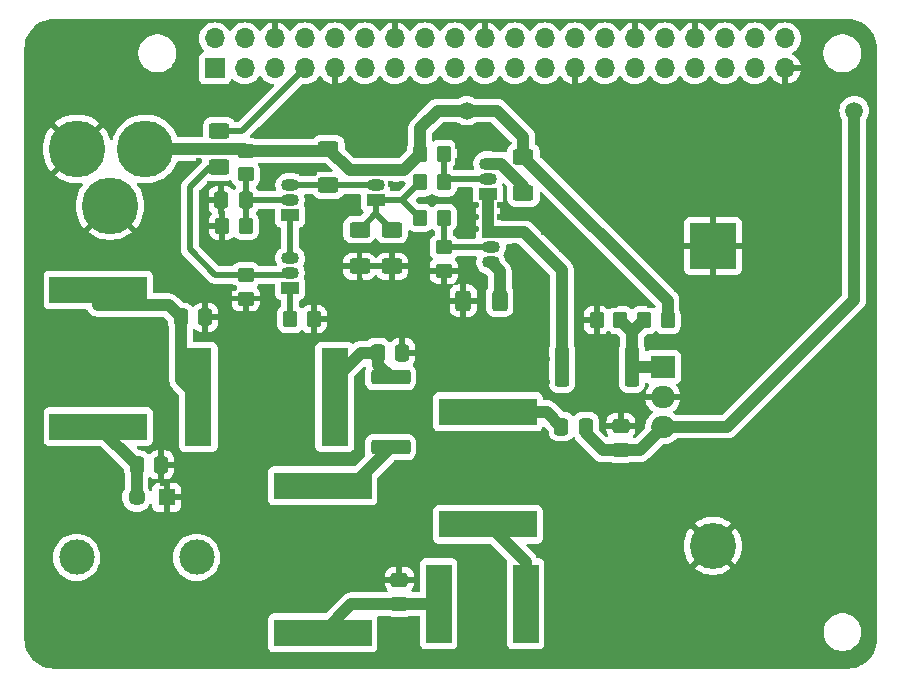
<source format=gtl>
%TF.GenerationSoftware,KiCad,Pcbnew,8.0.3-8.0.3-0~ubuntu23.10.1*%
%TF.CreationDate,2025-08-07T12:22:30-04:00*%
%TF.ProjectId,28mhz_new,32386d68-7a5f-46e6-9577-2e6b69636164,rev?*%
%TF.SameCoordinates,Original*%
%TF.FileFunction,Copper,L1,Top*%
%TF.FilePolarity,Positive*%
%FSLAX46Y46*%
G04 Gerber Fmt 4.6, Leading zero omitted, Abs format (unit mm)*
G04 Created by KiCad (PCBNEW 8.0.3-8.0.3-0~ubuntu23.10.1) date 2025-08-07 12:22:30*
%MOMM*%
%LPD*%
G01*
G04 APERTURE LIST*
G04 Aperture macros list*
%AMRoundRect*
0 Rectangle with rounded corners*
0 $1 Rounding radius*
0 $2 $3 $4 $5 $6 $7 $8 $9 X,Y pos of 4 corners*
0 Add a 4 corners polygon primitive as box body*
4,1,4,$2,$3,$4,$5,$6,$7,$8,$9,$2,$3,0*
0 Add four circle primitives for the rounded corners*
1,1,$1+$1,$2,$3*
1,1,$1+$1,$4,$5*
1,1,$1+$1,$6,$7*
1,1,$1+$1,$8,$9*
0 Add four rect primitives between the rounded corners*
20,1,$1+$1,$2,$3,$4,$5,0*
20,1,$1+$1,$4,$5,$6,$7,0*
20,1,$1+$1,$6,$7,$8,$9,0*
20,1,$1+$1,$8,$9,$2,$3,0*%
G04 Aperture macros list end*
%TA.AperFunction,SMDPad,CuDef*%
%ADD10RoundRect,0.250000X0.350000X0.450000X-0.350000X0.450000X-0.350000X-0.450000X0.350000X-0.450000X0*%
%TD*%
%TA.AperFunction,SMDPad,CuDef*%
%ADD11RoundRect,0.250000X-0.350000X-0.450000X0.350000X-0.450000X0.350000X0.450000X-0.350000X0.450000X0*%
%TD*%
%TA.AperFunction,SMDPad,CuDef*%
%ADD12RoundRect,0.250000X-0.362500X-1.425000X0.362500X-1.425000X0.362500X1.425000X-0.362500X1.425000X0*%
%TD*%
%TA.AperFunction,SMDPad,CuDef*%
%ADD13RoundRect,0.250000X1.425000X-0.362500X1.425000X0.362500X-1.425000X0.362500X-1.425000X-0.362500X0*%
%TD*%
%TA.AperFunction,ComponentPad*%
%ADD14C,4.800000*%
%TD*%
%TA.AperFunction,ComponentPad*%
%ADD15C,3.900000*%
%TD*%
%TA.AperFunction,ComponentPad*%
%ADD16R,3.900000X3.900000*%
%TD*%
%TA.AperFunction,ComponentPad*%
%ADD17C,3.000000*%
%TD*%
%TA.AperFunction,ComponentPad*%
%ADD18C,1.446000*%
%TD*%
%TA.AperFunction,ComponentPad*%
%ADD19R,1.446000X1.446000*%
%TD*%
%TA.AperFunction,ComponentPad*%
%ADD20O,1.700000X1.700000*%
%TD*%
%TA.AperFunction,ComponentPad*%
%ADD21R,1.700000X1.700000*%
%TD*%
%TA.AperFunction,SMDPad,CuDef*%
%ADD22RoundRect,0.250000X0.625000X-0.400000X0.625000X0.400000X-0.625000X0.400000X-0.625000X-0.400000X0*%
%TD*%
%TA.AperFunction,SMDPad,CuDef*%
%ADD23RoundRect,0.250000X-0.337500X-0.475000X0.337500X-0.475000X0.337500X0.475000X-0.337500X0.475000X0*%
%TD*%
%TA.AperFunction,SMDPad,CuDef*%
%ADD24RoundRect,0.250000X0.337500X0.475000X-0.337500X0.475000X-0.337500X-0.475000X0.337500X-0.475000X0*%
%TD*%
%TA.AperFunction,ComponentPad*%
%ADD25R,1.500000X1.050000*%
%TD*%
%TA.AperFunction,ComponentPad*%
%ADD26O,1.500000X1.050000*%
%TD*%
%TA.AperFunction,SMDPad,CuDef*%
%ADD27RoundRect,0.250000X-0.625000X0.400000X-0.625000X-0.400000X0.625000X-0.400000X0.625000X0.400000X0*%
%TD*%
%TA.AperFunction,ComponentPad*%
%ADD28R,2.000000X1.905000*%
%TD*%
%TA.AperFunction,ComponentPad*%
%ADD29O,2.000000X1.905000*%
%TD*%
%TA.AperFunction,SMDPad,CuDef*%
%ADD30R,2.160000X6.730000*%
%TD*%
%TA.AperFunction,SMDPad,CuDef*%
%ADD31RoundRect,0.250000X0.475000X-0.337500X0.475000X0.337500X-0.475000X0.337500X-0.475000X-0.337500X0*%
%TD*%
%TA.AperFunction,SMDPad,CuDef*%
%ADD32RoundRect,0.250000X-0.450000X0.350000X-0.450000X-0.350000X0.450000X-0.350000X0.450000X0.350000X0*%
%TD*%
%TA.AperFunction,SMDPad,CuDef*%
%ADD33R,2.290000X8.260000*%
%TD*%
%TA.AperFunction,ComponentPad*%
%ADD34C,1.500000*%
%TD*%
%TA.AperFunction,SMDPad,CuDef*%
%ADD35RoundRect,0.250000X0.400000X0.625000X-0.400000X0.625000X-0.400000X-0.625000X0.400000X-0.625000X0*%
%TD*%
%TA.AperFunction,SMDPad,CuDef*%
%ADD36R,8.260000X2.290000*%
%TD*%
%TA.AperFunction,ViaPad*%
%ADD37C,0.600000*%
%TD*%
%TA.AperFunction,Conductor*%
%ADD38C,1.000000*%
%TD*%
%TA.AperFunction,Conductor*%
%ADD39C,0.500000*%
%TD*%
G04 APERTURE END LIST*
D10*
%TO.P,RBI2,2*%
%TO.N,0*%
X112700000Y-88000000D03*
%TO.P,RBI2,1*%
%TO.N,Net-(M1-G)*%
X114700000Y-88000000D03*
%TD*%
D11*
%TO.P,RBI1,1*%
%TO.N,Net-(M1-G)*%
X116700000Y-88000000D03*
%TO.P,RBI1,2*%
%TO.N,/VCC*%
X118700000Y-88000000D03*
%TD*%
D12*
%TO.P,R3,1*%
%TO.N,Net-(QN4-E)*%
X109775000Y-91960000D03*
%TO.P,R3,2*%
%TO.N,Net-(M1-G)*%
X115700000Y-91960000D03*
%TD*%
D13*
%TO.P,R2,1*%
%TO.N,Net-(LM2-Pad1)*%
X95250000Y-98750000D03*
%TO.P,R2,2*%
%TO.N,Net-(CF1-Pad1)*%
X95250000Y-92825000D03*
%TD*%
D14*
%TO.P,J2,1,POWER*%
%TO.N,/VCC*%
X74500000Y-73500000D03*
%TO.P,J2,2,GND_1*%
%TO.N,0*%
X68700000Y-73500000D03*
%TO.P,J2,3,GND_2*%
X71500000Y-78300000D03*
%TD*%
D15*
%TO.P,H1,2,2*%
%TO.N,0*%
X122540000Y-107110000D03*
D16*
%TO.P,H1,1,1*%
X122540000Y-81710000D03*
%TD*%
D17*
%TO.P,B1,MH2,MH2*%
%TO.N,unconnected-(B1-PadMH2)*%
X68670000Y-108080000D03*
%TO.P,B1,MH1,MH1*%
%TO.N,unconnected-(B1-PadMH1)*%
X78830000Y-108080000D03*
D18*
%TO.P,B1,2,2*%
%TO.N,/RF_OUT*%
X73750000Y-103000000D03*
D19*
%TO.P,B1,1,1*%
%TO.N,0*%
X76290000Y-103000000D03*
%TD*%
D20*
%TO.P,J1,40,Pin_40*%
%TO.N,/GPIO21{slash}PCM.DOUT*%
X128630000Y-64130000D03*
%TO.P,J1,39,Pin_39*%
%TO.N,0*%
X128630000Y-66670000D03*
%TO.P,J1,38,Pin_38*%
%TO.N,/GPIO20{slash}PCM.DIN*%
X126090000Y-64130000D03*
%TO.P,J1,37,Pin_37*%
%TO.N,/GPIO26*%
X126090000Y-66670000D03*
%TO.P,J1,36,Pin_36*%
%TO.N,/GPIO16*%
X123550000Y-64130000D03*
%TO.P,J1,35,Pin_35*%
%TO.N,/GPIO19{slash}PCM.FS*%
X123550000Y-66670000D03*
%TO.P,J1,34,Pin_34*%
%TO.N,0*%
X121010000Y-64130000D03*
%TO.P,J1,33,Pin_33*%
%TO.N,/GPIO13{slash}PWM1*%
X121010000Y-66670000D03*
%TO.P,J1,32,Pin_32*%
%TO.N,/GPIO12{slash}PWM0*%
X118470000Y-64130000D03*
%TO.P,J1,31,Pin_31*%
%TO.N,/GPIO6*%
X118470000Y-66670000D03*
%TO.P,J1,30,Pin_30*%
%TO.N,0*%
X115930000Y-64130000D03*
%TO.P,J1,29,Pin_29*%
%TO.N,/GPIO5*%
X115930000Y-66670000D03*
%TO.P,J1,28,Pin_28*%
%TO.N,/ID_SCL*%
X113390000Y-64130000D03*
%TO.P,J1,27,Pin_27*%
%TO.N,/ID_SDA*%
X113390000Y-66670000D03*
%TO.P,J1,26,Pin_26*%
%TO.N,/GPIO7{slash}SPI0.CE1*%
X110850000Y-64130000D03*
%TO.P,J1,25,Pin_25*%
%TO.N,0*%
X110850000Y-66670000D03*
%TO.P,J1,24,Pin_24*%
%TO.N,/GPIO8{slash}SPI0.CE0*%
X108310000Y-64130000D03*
%TO.P,J1,23,Pin_23*%
%TO.N,/GPIO11{slash}SPI0.SCLK*%
X108310000Y-66670000D03*
%TO.P,J1,22,Pin_22*%
%TO.N,/GPIO25*%
X105770000Y-64130000D03*
%TO.P,J1,21,Pin_21*%
%TO.N,/GPIO9{slash}SPI0.MISO*%
X105770000Y-66670000D03*
%TO.P,J1,20,Pin_20*%
%TO.N,0*%
X103230000Y-64130000D03*
%TO.P,J1,19,Pin_19*%
%TO.N,/GPIO10{slash}SPI0.MOSI*%
X103230000Y-66670000D03*
%TO.P,J1,18,Pin_18*%
%TO.N,/GPIO24*%
X100690000Y-64130000D03*
%TO.P,J1,17,Pin_17*%
%TO.N,+3V3*%
X100690000Y-66670000D03*
%TO.P,J1,16,Pin_16*%
%TO.N,/GPIO23*%
X98150000Y-64130000D03*
%TO.P,J1,15,Pin_15*%
%TO.N,/GPIO22*%
X98150000Y-66670000D03*
%TO.P,J1,14,Pin_14*%
%TO.N,0*%
X95610000Y-64130000D03*
%TO.P,J1,13,Pin_13*%
%TO.N,/GPIO27*%
X95610000Y-66670000D03*
%TO.P,J1,12,Pin_12*%
%TO.N,/GPIO18{slash}PCM.CLK*%
X93070000Y-64130000D03*
%TO.P,J1,11,Pin_11*%
%TO.N,/GPIO17*%
X93070000Y-66670000D03*
%TO.P,J1,10,Pin_10*%
%TO.N,/GPIO15{slash}RXD0*%
X90530000Y-64130000D03*
%TO.P,J1,9,Pin_9*%
%TO.N,0*%
X90530000Y-66670000D03*
%TO.P,J1,8,Pin_8*%
%TO.N,/GPIO14{slash}TXD0*%
X87990000Y-64130000D03*
%TO.P,J1,7,Pin_7*%
%TO.N,/GPIO4{slash}GPCLK0*%
X87990000Y-66670000D03*
%TO.P,J1,6,Pin_6*%
%TO.N,0*%
X85450000Y-64130000D03*
%TO.P,J1,5,Pin_5*%
%TO.N,/GPIO3{slash}SCL1*%
X85450000Y-66670000D03*
%TO.P,J1,4,Pin_4*%
%TO.N,+5V*%
X82910000Y-64130000D03*
%TO.P,J1,3,Pin_3*%
%TO.N,/GPIO2{slash}SDA1*%
X82910000Y-66670000D03*
%TO.P,J1,2,Pin_2*%
%TO.N,+5V*%
X80370000Y-64130000D03*
D21*
%TO.P,J1,1,Pin_1*%
%TO.N,+3V3*%
X80370000Y-66670000D03*
%TD*%
D22*
%TO.P,R1,1*%
%TO.N,Net-(QN1-B)*%
X80750000Y-75050000D03*
%TO.P,R1,2*%
%TO.N,/GPIO4{slash}GPCLK0*%
X80750000Y-71950000D03*
%TD*%
D23*
%TO.P,CF3,2*%
%TO.N,0*%
X75825000Y-100250000D03*
%TO.P,CF3,1*%
%TO.N,/RF_OUT*%
X73750000Y-100250000D03*
%TD*%
D24*
%TO.P,CB1,1*%
%TO.N,Net-(QN2-B)*%
X83000000Y-77840000D03*
%TO.P,CB1,2*%
%TO.N,0*%
X80925000Y-77840000D03*
%TD*%
D10*
%TO.P,RB2,2*%
%TO.N,0*%
X81000000Y-80000000D03*
%TO.P,RB2,1*%
%TO.N,Net-(QN2-B)*%
X83000000Y-80000000D03*
%TD*%
D11*
%TO.P,RE1,1*%
%TO.N,Net-(QN1-E)*%
X86750000Y-87910000D03*
%TO.P,RE1,2*%
%TO.N,0*%
X88750000Y-87910000D03*
%TD*%
D25*
%TO.P,QN2,1,E*%
%TO.N,Net-(QN1-C)*%
X86750000Y-79110000D03*
D26*
%TO.P,QN2,2,B*%
%TO.N,Net-(QN2-B)*%
X86750000Y-77840000D03*
%TO.P,QN2,3,C*%
%TO.N,Net-(QN2-C)*%
X86750000Y-76570000D03*
%TD*%
D27*
%TO.P,RC2,2*%
%TO.N,Net-(QN4-C)*%
X106500000Y-77250000D03*
%TO.P,RC2,1*%
%TO.N,/VCC*%
X106500000Y-74150000D03*
%TD*%
D28*
%TO.P,M1,1,G*%
%TO.N,Net-(M1-G)*%
X118305000Y-91960000D03*
D29*
%TO.P,M1,2,S*%
%TO.N,0*%
X118305000Y-94500000D03*
%TO.P,M1,3,D*%
%TO.N,Net-(M1-D)*%
X118305000Y-97040000D03*
%TD*%
D11*
%TO.P,RB4,1*%
%TO.N,/VCC*%
X97750000Y-73910000D03*
%TO.P,RB4,2*%
%TO.N,Net-(QN4-B)*%
X99750000Y-73910000D03*
%TD*%
D30*
%TO.P,LM1,1*%
%TO.N,Net-(CM1-Pad1)*%
X99320000Y-112000000D03*
%TO.P,LM1,2*%
%TO.N,Net-(L2-Pad1)*%
X106680000Y-112000000D03*
%TD*%
D31*
%TO.P,C1,2*%
%TO.N,0*%
X114750000Y-96925000D03*
%TO.P,C1,1*%
%TO.N,Net-(M1-D)*%
X114750000Y-99000000D03*
%TD*%
D32*
%TO.P,RB3,2*%
%TO.N,Net-(QN2-B)*%
X83000000Y-75660000D03*
%TO.P,RB3,1*%
%TO.N,/VCC*%
X83000000Y-73660000D03*
%TD*%
D11*
%TO.P,RB6,1*%
%TO.N,Net-(QN3-E)*%
X97750000Y-79330000D03*
%TO.P,RB6,2*%
%TO.N,Net-(QP1-B)*%
X99750000Y-79330000D03*
%TD*%
D33*
%TO.P,LF1,2*%
%TO.N,Net-(CF1-Pad1)*%
X90530000Y-94500000D03*
%TO.P,LF1,1*%
%TO.N,Net-(CF2-Pad1)*%
X78970000Y-94500000D03*
%TD*%
D34*
%TO.P,L1,2*%
%TO.N,Net-(M1-D)*%
X134500000Y-70250000D03*
%TO.P,L1,1*%
%TO.N,/VCC*%
X101700000Y-70250000D03*
%TD*%
D23*
%TO.P,C2,2*%
%TO.N,Net-(M1-D)*%
X111787500Y-97000000D03*
%TO.P,C2,1*%
%TO.N,Net-(C2-Pad1)*%
X109712500Y-97000000D03*
%TD*%
D35*
%TO.P,RC3,1*%
%TO.N,Net-(QP1-C)*%
X104500000Y-86340000D03*
%TO.P,RC3,2*%
%TO.N,0*%
X101400000Y-86340000D03*
%TD*%
D36*
%TO.P,LF2,2*%
%TO.N,Net-(CF2-Pad1)*%
X70500000Y-85440000D03*
%TO.P,LF2,1*%
%TO.N,/RF_OUT*%
X70500000Y-97000000D03*
%TD*%
D27*
%TO.P,RE3,1*%
%TO.N,Net-(QN3-E)*%
X95370000Y-80340000D03*
%TO.P,RE3,2*%
%TO.N,0*%
X95370000Y-83440000D03*
%TD*%
D26*
%TO.P,QN1,3,C*%
%TO.N,Net-(QN1-C)*%
X86750000Y-82730000D03*
%TO.P,QN1,2,B*%
%TO.N,Net-(QN1-B)*%
X86750000Y-84000000D03*
D25*
%TO.P,QN1,1,E*%
%TO.N,Net-(QN1-E)*%
X86750000Y-85270000D03*
%TD*%
D27*
%TO.P,RC1,2*%
%TO.N,Net-(QN2-C)*%
X89980000Y-76570000D03*
%TO.P,RC1,1*%
%TO.N,/VCC*%
X89980000Y-73470000D03*
%TD*%
D10*
%TO.P,RB5,2*%
%TO.N,Net-(QN3-E)*%
X97750000Y-76330000D03*
%TO.P,RB5,1*%
%TO.N,Net-(QN4-B)*%
X99750000Y-76330000D03*
%TD*%
D25*
%TO.P,QN4,1,E*%
%TO.N,Net-(QN4-E)*%
X103500000Y-77270000D03*
D26*
%TO.P,QN4,2,B*%
%TO.N,Net-(QN4-B)*%
X103500000Y-76000000D03*
%TO.P,QN4,3,C*%
%TO.N,Net-(QN4-C)*%
X103500000Y-74730000D03*
%TD*%
D27*
%TO.P,RE2,1*%
%TO.N,Net-(QN3-E)*%
X92620000Y-80340000D03*
%TO.P,RE2,2*%
%TO.N,0*%
X92620000Y-83440000D03*
%TD*%
D25*
%TO.P,QN3,1,E*%
%TO.N,Net-(QN3-E)*%
X94000000Y-77840000D03*
D26*
%TO.P,QN3,2,B*%
%TO.N,Net-(QN2-C)*%
X94000000Y-76570000D03*
%TO.P,QN3,3,C*%
%TO.N,/VCC*%
X94000000Y-75300000D03*
%TD*%
D23*
%TO.P,CF2,2*%
%TO.N,0*%
X79575000Y-87750000D03*
%TO.P,CF2,1*%
%TO.N,Net-(CF2-Pad1)*%
X77500000Y-87750000D03*
%TD*%
D36*
%TO.P,LM2,2*%
%TO.N,Net-(CM1-Pad1)*%
X89500000Y-114475000D03*
%TO.P,LM2,1*%
%TO.N,Net-(LM2-Pad1)*%
X89500000Y-102025000D03*
%TD*%
D32*
%TO.P,RB1,1*%
%TO.N,Net-(QN1-B)*%
X82990000Y-84160000D03*
%TO.P,RB1,2*%
%TO.N,0*%
X82990000Y-86160000D03*
%TD*%
D31*
%TO.P,CM1,2*%
%TO.N,0*%
X96000000Y-109962500D03*
%TO.P,CM1,1*%
%TO.N,Net-(CM1-Pad1)*%
X96000000Y-112037500D03*
%TD*%
D26*
%TO.P,QP1,3,C*%
%TO.N,Net-(QP1-C)*%
X103750000Y-83110000D03*
%TO.P,QP1,2,B*%
%TO.N,Net-(QP1-B)*%
X103750000Y-81840000D03*
D25*
%TO.P,QP1,1,E*%
%TO.N,Net-(QN4-E)*%
X103750000Y-80570000D03*
%TD*%
D23*
%TO.P,CF1,2*%
%TO.N,0*%
X96250000Y-90750000D03*
%TO.P,CF1,1*%
%TO.N,Net-(CF1-Pad1)*%
X94175000Y-90750000D03*
%TD*%
D32*
%TO.P,RB7,1*%
%TO.N,Net-(QP1-B)*%
X99750000Y-81840000D03*
%TO.P,RB7,2*%
%TO.N,0*%
X99750000Y-83840000D03*
%TD*%
D36*
%TO.P,L2,2*%
%TO.N,Net-(C2-Pad1)*%
X103500000Y-95750000D03*
%TO.P,L2,1*%
%TO.N,Net-(L2-Pad1)*%
X103500000Y-105280000D03*
%TD*%
D37*
%TO.N,0*%
X117250000Y-89500000D03*
X114250000Y-86750000D03*
X115750000Y-86750000D03*
X117250000Y-86750000D03*
X112700000Y-86770000D03*
X102250000Y-73250000D03*
X102000000Y-74500000D03*
X99750000Y-72500000D03*
X101000000Y-73250000D03*
X101000000Y-74500000D03*
X88750000Y-86680000D03*
X88750000Y-89140000D03*
X89870000Y-87920000D03*
X102500000Y-80250000D03*
X101400000Y-84940000D03*
X101400000Y-87740000D03*
X100220000Y-86340000D03*
X100980000Y-83840000D03*
X99750000Y-84960000D03*
X98530000Y-83840000D03*
X113490000Y-96930000D03*
X116000000Y-96930000D03*
X114750000Y-95810000D03*
X94750000Y-109960000D03*
X97260000Y-109960000D03*
X96000000Y-108840000D03*
X96250000Y-89500000D03*
X97370000Y-90750000D03*
X91220000Y-83440000D03*
X92620000Y-84620000D03*
X95370000Y-84620000D03*
X96770000Y-83440000D03*
X94000000Y-83440000D03*
X79575000Y-89250000D03*
X79575000Y-86250000D03*
X80750000Y-87750000D03*
X81500000Y-86160000D03*
X84500000Y-86160000D03*
X83000000Y-87500000D03*
X80925000Y-76500000D03*
X81000000Y-81250000D03*
X95250000Y-76500000D03*
X96250000Y-76500000D03*
X84500000Y-75000000D03*
X84500000Y-76750000D03*
X87750000Y-75500000D03*
X88750000Y-75500000D03*
X107750000Y-83750000D03*
X108500000Y-93250000D03*
X108500000Y-91250000D03*
X109750000Y-94500000D03*
X108500000Y-94500000D03*
X111000000Y-94500000D03*
X108500000Y-85250000D03*
X108500000Y-89250000D03*
X108500000Y-87250000D03*
X111000000Y-89250000D03*
X111000000Y-87250000D03*
X111000000Y-85250000D03*
X111000000Y-83250000D03*
X79000000Y-74500000D03*
X78000000Y-75500000D03*
X77250000Y-76500000D03*
X77250000Y-77750000D03*
X77250000Y-79000000D03*
X77250000Y-80250000D03*
X77250000Y-81500000D03*
X77500000Y-82750000D03*
X78500000Y-83750000D03*
X79500000Y-84750000D03*
X80750000Y-85250000D03*
X82000000Y-85250000D03*
X82000000Y-83000000D03*
X80750000Y-83000000D03*
X79750000Y-82000000D03*
X79250000Y-81000000D03*
X79250000Y-79750000D03*
X79250000Y-78500000D03*
X79250000Y-77250000D03*
X80000000Y-76500000D03*
X112250000Y-94500000D03*
X114000000Y-94500000D03*
X115750000Y-94500000D03*
X114000000Y-89500000D03*
X109750000Y-82000000D03*
X108250000Y-80500000D03*
X106500000Y-79250000D03*
X104500000Y-79250000D03*
X104500000Y-78250000D03*
X102500000Y-79250000D03*
X102500000Y-78250000D03*
X103250000Y-73250000D03*
X104750000Y-73250000D03*
X76000000Y-101750000D03*
X75750000Y-98750000D03*
X77250000Y-100250000D03*
X77750000Y-104500000D03*
X76250000Y-104750000D03*
X78000000Y-103000000D03*
X106750000Y-82750000D03*
X105750000Y-81750000D03*
X112500000Y-89500000D03*
%TD*%
D38*
%TO.N,Net-(M1-D)*%
X134500000Y-70250000D02*
X134500000Y-86250000D01*
X134500000Y-86250000D02*
X123750000Y-97000000D01*
X123750000Y-97000000D02*
X118305000Y-97000000D01*
%TO.N,/VCC*%
X118700000Y-88000000D02*
X118700000Y-86350000D01*
X118700000Y-86350000D02*
X106500000Y-74150000D01*
%TO.N,Net-(M1-G)*%
X115700000Y-91960000D02*
X115700000Y-89000000D01*
X115700000Y-89000000D02*
X114700000Y-88000000D01*
X115700000Y-89000000D02*
X116700000Y-88000000D01*
D39*
%TO.N,/GPIO4{slash}GPCLK0*%
X87990000Y-66670000D02*
X82710000Y-71950000D01*
X82710000Y-71950000D02*
X80750000Y-71950000D01*
D38*
%TO.N,/VCC*%
X83000000Y-73660000D02*
X82840000Y-73500000D01*
X82840000Y-73500000D02*
X74500000Y-73500000D01*
D39*
%TO.N,Net-(QN2-C)*%
X89980000Y-76570000D02*
X86750000Y-76570000D01*
%TO.N,Net-(QN2-B)*%
X83000000Y-77840000D02*
X86750000Y-77840000D01*
%TO.N,Net-(QN1-C)*%
X86750000Y-79110000D02*
X86750000Y-82730000D01*
%TO.N,Net-(QN1-E)*%
X86750000Y-85270000D02*
X86750000Y-87910000D01*
%TO.N,Net-(QN3-E)*%
X94000000Y-77840000D02*
X94000000Y-78970000D01*
X94000000Y-78970000D02*
X95370000Y-80340000D01*
X94000000Y-77840000D02*
X94000000Y-78960000D01*
X94000000Y-78960000D02*
X92620000Y-80340000D01*
D38*
%TO.N,Net-(QN4-E)*%
X103500000Y-77270000D02*
X103500000Y-80320000D01*
X103500000Y-80320000D02*
X103750000Y-80570000D01*
D39*
%TO.N,Net-(QN4-B)*%
X99750000Y-76330000D02*
X100080000Y-76000000D01*
X100080000Y-76000000D02*
X103500000Y-76000000D01*
D38*
%TO.N,/VCC*%
X97750000Y-73910000D02*
X97750000Y-71750000D01*
X97750000Y-71750000D02*
X99250000Y-70250000D01*
X99250000Y-70250000D02*
X101700000Y-70250000D01*
X101700000Y-70250000D02*
X104250000Y-70250000D01*
X104250000Y-70250000D02*
X106500000Y-72500000D01*
X106500000Y-72500000D02*
X106500000Y-74150000D01*
%TO.N,Net-(QN4-C)*%
X106500000Y-77250000D02*
X106500000Y-76600000D01*
X106500000Y-76600000D02*
X104630000Y-74730000D01*
X104630000Y-74730000D02*
X103500000Y-74730000D01*
%TO.N,Net-(CF1-Pad1)*%
X90530000Y-94500000D02*
X90530000Y-92970000D01*
X90530000Y-92970000D02*
X92750000Y-90750000D01*
X92750000Y-90750000D02*
X94175000Y-90750000D01*
X90780000Y-94500000D02*
X90780000Y-92970000D01*
X95250000Y-92825000D02*
X94175000Y-91750000D01*
X94175000Y-91750000D02*
X94175000Y-90750000D01*
%TO.N,Net-(LM2-Pad1)*%
X89500000Y-102025000D02*
X91975000Y-102025000D01*
X91975000Y-102025000D02*
X95250000Y-98750000D01*
%TO.N,Net-(QN4-E)*%
X109775000Y-91960000D02*
X109775000Y-83775000D01*
X109775000Y-83775000D02*
X106570000Y-80570000D01*
%TO.N,Net-(M1-G)*%
X118305000Y-91960000D02*
X115700000Y-91960000D01*
%TO.N,/VCC*%
X83000000Y-73660000D02*
X89790000Y-73660000D01*
X89790000Y-73660000D02*
X89980000Y-73470000D01*
D39*
%TO.N,Net-(QN1-B)*%
X80750000Y-75050000D02*
X79950000Y-75050000D01*
X79950000Y-75050000D02*
X78250000Y-76750000D01*
X78250000Y-76750000D02*
X78250000Y-82000000D01*
X78250000Y-82000000D02*
X80410000Y-84160000D01*
X80410000Y-84160000D02*
X82990000Y-84160000D01*
D38*
%TO.N,/VCC*%
X93625000Y-75300000D02*
X91810000Y-75300000D01*
X91810000Y-75300000D02*
X89980000Y-73470000D01*
D39*
%TO.N,Net-(QN2-C)*%
X93625000Y-76570000D02*
X89980000Y-76570000D01*
D38*
%TO.N,Net-(M1-D)*%
X114750000Y-99000000D02*
X113200000Y-99000000D01*
X113200000Y-99000000D02*
X111787500Y-97587500D01*
X111787500Y-97587500D02*
X111787500Y-97000000D01*
X118305000Y-97040000D02*
X116345000Y-99000000D01*
X116345000Y-99000000D02*
X114750000Y-99000000D01*
%TO.N,Net-(C2-Pad1)*%
X103500000Y-95750000D02*
X108462500Y-95750000D01*
X108462500Y-95750000D02*
X109712500Y-97000000D01*
%TO.N,/VCC*%
X101600000Y-70425000D02*
X101600000Y-70250000D01*
%TO.N,Net-(QN4-E)*%
X103750000Y-80570000D02*
X106570000Y-80570000D01*
%TO.N,/RF_OUT*%
X73750000Y-100250000D02*
X73750000Y-103000000D01*
X70500000Y-97000000D02*
X73750000Y-100250000D01*
%TO.N,Net-(CF2-Pad1)*%
X70500000Y-86720000D02*
X76470000Y-86720000D01*
X76470000Y-86720000D02*
X77500000Y-87750000D01*
%TO.N,Net-(L2-Pad1)*%
X106680000Y-112000000D02*
X106680000Y-108460000D01*
X106680000Y-108460000D02*
X103500000Y-105280000D01*
%TO.N,Net-(CM1-Pad1)*%
X96000000Y-112037500D02*
X91912500Y-112037500D01*
X91912500Y-112037500D02*
X89500000Y-114450000D01*
X99320000Y-112000000D02*
X96037500Y-112000000D01*
X96037500Y-112000000D02*
X96000000Y-112037500D01*
%TO.N,Net-(QP1-C)*%
X104500000Y-86340000D02*
X104500000Y-83860000D01*
X104500000Y-83860000D02*
X103750000Y-83110000D01*
D39*
%TO.N,Net-(QP1-B)*%
X99750000Y-81840000D02*
X103750000Y-81840000D01*
D38*
%TO.N,/VCC*%
X93625000Y-75300000D02*
X96360000Y-75300000D01*
X96360000Y-75300000D02*
X97750000Y-73910000D01*
D39*
%TO.N,Net-(QN2-B)*%
X83000000Y-77840000D02*
X83000000Y-79910000D01*
X83000000Y-77840000D02*
X83000000Y-75660000D01*
%TO.N,Net-(QN3-E)*%
X96260000Y-77840000D02*
X97750000Y-79330000D01*
X96240000Y-77840000D02*
X93625000Y-77840000D01*
X93625000Y-77840000D02*
X96260000Y-77840000D01*
X97750000Y-76330000D02*
X96240000Y-77840000D01*
%TO.N,Net-(QN4-B)*%
X99750000Y-73840000D02*
X99750000Y-76330000D01*
%TO.N,Net-(QP1-B)*%
X99750000Y-79330000D02*
X99750000Y-81910000D01*
D38*
%TO.N,Net-(CF2-Pad1)*%
X77500000Y-87750000D02*
X77500000Y-93030000D01*
X77500000Y-93030000D02*
X78970000Y-94500000D01*
D39*
%TO.N,Net-(QN1-B)*%
X82990000Y-84160000D02*
X86590000Y-84160000D01*
X86590000Y-84160000D02*
X86750000Y-84000000D01*
%TD*%
%TA.AperFunction,Conductor*%
%TO.N,0*%
G36*
X81802365Y-76175379D02*
G01*
X81829205Y-76220751D01*
X81865186Y-76329334D01*
X81957288Y-76478656D01*
X81957289Y-76478657D01*
X82081343Y-76602711D01*
X82081347Y-76602714D01*
X82122333Y-76627995D01*
X82169058Y-76679943D01*
X82180279Y-76748905D01*
X82152436Y-76812987D01*
X82144918Y-76821214D01*
X82069783Y-76896349D01*
X82067741Y-76899661D01*
X82065747Y-76901453D01*
X82065307Y-76902011D01*
X82065211Y-76901935D01*
X82015791Y-76946383D01*
X81946828Y-76957602D01*
X81882747Y-76929755D01*
X81856668Y-76899656D01*
X81854819Y-76896659D01*
X81854816Y-76896655D01*
X81730845Y-76772684D01*
X81581624Y-76680643D01*
X81581619Y-76680641D01*
X81415197Y-76625494D01*
X81415190Y-76625493D01*
X81312486Y-76615000D01*
X81175000Y-76615000D01*
X81175000Y-78757000D01*
X81211319Y-78793319D01*
X81209247Y-78795390D01*
X81238794Y-78829489D01*
X81250000Y-78881000D01*
X81250000Y-81199999D01*
X81399972Y-81199999D01*
X81399986Y-81199998D01*
X81502697Y-81189505D01*
X81669119Y-81134358D01*
X81669124Y-81134356D01*
X81818342Y-81042317D01*
X81911964Y-80948695D01*
X81973287Y-80915210D01*
X82042979Y-80920194D01*
X82087327Y-80948695D01*
X82181344Y-81042712D01*
X82330666Y-81134814D01*
X82497203Y-81189999D01*
X82599991Y-81200500D01*
X83400008Y-81200499D01*
X83400016Y-81200498D01*
X83400019Y-81200498D01*
X83456302Y-81194748D01*
X83502797Y-81189999D01*
X83669334Y-81134814D01*
X83818656Y-81042712D01*
X83942712Y-80918656D01*
X84034814Y-80769334D01*
X84089999Y-80602797D01*
X84100500Y-80500009D01*
X84100499Y-79499992D01*
X84097572Y-79471342D01*
X84089999Y-79397203D01*
X84089998Y-79397200D01*
X84063306Y-79316649D01*
X84034814Y-79230666D01*
X83942712Y-79081344D01*
X83875298Y-79013930D01*
X83841814Y-78952606D01*
X83846799Y-78882915D01*
X83875295Y-78838572D01*
X83930212Y-78783656D01*
X84013019Y-78649402D01*
X84064967Y-78602679D01*
X84118558Y-78590500D01*
X85375500Y-78590500D01*
X85442539Y-78610185D01*
X85488294Y-78662989D01*
X85499500Y-78714500D01*
X85499500Y-79682870D01*
X85499501Y-79682876D01*
X85505908Y-79742483D01*
X85556202Y-79877328D01*
X85556206Y-79877335D01*
X85642452Y-79992544D01*
X85642455Y-79992547D01*
X85757664Y-80078793D01*
X85757671Y-80078797D01*
X85892517Y-80129091D01*
X85900062Y-80130874D01*
X85899523Y-80133151D01*
X85953287Y-80155408D01*
X85993147Y-80212793D01*
X85999500Y-80251975D01*
X85999500Y-81781489D01*
X85979815Y-81848528D01*
X85944391Y-81884591D01*
X85871282Y-81933441D01*
X85871278Y-81933444D01*
X85728441Y-82076281D01*
X85616217Y-82244237D01*
X85616212Y-82244247D01*
X85538909Y-82430872D01*
X85538907Y-82430880D01*
X85499500Y-82628992D01*
X85499500Y-82831007D01*
X85538907Y-83029119D01*
X85538909Y-83029127D01*
X85616213Y-83215755D01*
X85616784Y-83216609D01*
X85616945Y-83217126D01*
X85619084Y-83221126D01*
X85618325Y-83221531D01*
X85637662Y-83283286D01*
X85619178Y-83350666D01*
X85567199Y-83397357D01*
X85513682Y-83409500D01*
X84143958Y-83409500D01*
X84076919Y-83389815D01*
X84038420Y-83350598D01*
X84032712Y-83341344D01*
X83908657Y-83217289D01*
X83908656Y-83217288D01*
X83759334Y-83125186D01*
X83592797Y-83070001D01*
X83592795Y-83070000D01*
X83490010Y-83059500D01*
X82489998Y-83059500D01*
X82489980Y-83059501D01*
X82387203Y-83070000D01*
X82387200Y-83070001D01*
X82220668Y-83125185D01*
X82220663Y-83125187D01*
X82071342Y-83217289D01*
X81947287Y-83341344D01*
X81941580Y-83350598D01*
X81889632Y-83397322D01*
X81836042Y-83409500D01*
X80772229Y-83409500D01*
X80705190Y-83389815D01*
X80684548Y-83373181D01*
X79036819Y-81725451D01*
X79003334Y-81664128D01*
X79000500Y-81637770D01*
X79000500Y-80499986D01*
X79900001Y-80499986D01*
X79910494Y-80602697D01*
X79965641Y-80769119D01*
X79965643Y-80769124D01*
X80057684Y-80918345D01*
X80181654Y-81042315D01*
X80330875Y-81134356D01*
X80330880Y-81134358D01*
X80497302Y-81189505D01*
X80497309Y-81189506D01*
X80600019Y-81199999D01*
X80749999Y-81199999D01*
X80750000Y-81199998D01*
X80750000Y-80250000D01*
X79900001Y-80250000D01*
X79900001Y-80499986D01*
X79000500Y-80499986D01*
X79000500Y-78364986D01*
X79837501Y-78364986D01*
X79847994Y-78467697D01*
X79903141Y-78634119D01*
X79903143Y-78634124D01*
X79995184Y-78783345D01*
X80087907Y-78876068D01*
X80121392Y-78937391D01*
X80116408Y-79007083D01*
X80087910Y-79051428D01*
X80057683Y-79081656D01*
X79965643Y-79230875D01*
X79965641Y-79230880D01*
X79910494Y-79397302D01*
X79910493Y-79397309D01*
X79900000Y-79500013D01*
X79900000Y-79750000D01*
X80750000Y-79750000D01*
X80750000Y-79108000D01*
X80713681Y-79071681D01*
X80715752Y-79069609D01*
X80686206Y-79035511D01*
X80675000Y-78984000D01*
X80675000Y-78090000D01*
X79837501Y-78090000D01*
X79837501Y-78364986D01*
X79000500Y-78364986D01*
X79000500Y-77315013D01*
X79837500Y-77315013D01*
X79837500Y-77590000D01*
X80675000Y-77590000D01*
X80675000Y-76615000D01*
X80537527Y-76615000D01*
X80537512Y-76615001D01*
X80434802Y-76625494D01*
X80268380Y-76680641D01*
X80268375Y-76680643D01*
X80119154Y-76772684D01*
X79995184Y-76896654D01*
X79903143Y-77045875D01*
X79903141Y-77045880D01*
X79847994Y-77212302D01*
X79847993Y-77212309D01*
X79837500Y-77315013D01*
X79000500Y-77315013D01*
X79000500Y-77112229D01*
X79020185Y-77045190D01*
X79036815Y-77024552D01*
X79842384Y-76218982D01*
X79903705Y-76185499D01*
X79965547Y-76188773D01*
X79965589Y-76188582D01*
X79966791Y-76188839D01*
X79969067Y-76188959D01*
X79972203Y-76189999D01*
X80074991Y-76200500D01*
X81425008Y-76200499D01*
X81527797Y-76189999D01*
X81672497Y-76142049D01*
X81742323Y-76139648D01*
X81802365Y-76175379D01*
G37*
%TD.AperFunction*%
%TA.AperFunction,Conductor*%
G36*
X102192539Y-76770185D02*
G01*
X102238294Y-76822989D01*
X102249500Y-76874500D01*
X102249500Y-77842870D01*
X102249501Y-77842876D01*
X102255908Y-77902483D01*
X102306202Y-78037328D01*
X102306203Y-78037329D01*
X102306204Y-78037331D01*
X102392454Y-78152546D01*
X102449415Y-78195187D01*
X102449810Y-78195482D01*
X102491682Y-78251415D01*
X102499500Y-78294749D01*
X102499500Y-79997127D01*
X102499500Y-80530500D01*
X102499501Y-80965500D01*
X102479817Y-81032539D01*
X102427013Y-81078294D01*
X102375501Y-81089500D01*
X100903958Y-81089500D01*
X100836919Y-81069815D01*
X100798420Y-81030598D01*
X100792712Y-81021344D01*
X100668657Y-80897289D01*
X100668656Y-80897288D01*
X100559402Y-80829900D01*
X100512679Y-80777953D01*
X100500500Y-80724362D01*
X100500500Y-80483957D01*
X100520185Y-80416918D01*
X100559407Y-80378416D01*
X100568656Y-80372712D01*
X100692712Y-80248656D01*
X100784814Y-80099334D01*
X100839999Y-79932797D01*
X100850500Y-79830009D01*
X100850499Y-78829992D01*
X100846964Y-78795390D01*
X100839999Y-78727203D01*
X100839998Y-78727200D01*
X100835790Y-78714500D01*
X100784814Y-78560666D01*
X100692712Y-78411344D01*
X100568656Y-78287288D01*
X100419334Y-78195186D01*
X100252797Y-78140001D01*
X100252795Y-78140000D01*
X100150010Y-78129500D01*
X99349998Y-78129500D01*
X99349980Y-78129501D01*
X99247203Y-78140000D01*
X99247200Y-78140001D01*
X99080668Y-78195185D01*
X99080663Y-78195187D01*
X98931342Y-78287289D01*
X98837681Y-78380951D01*
X98776358Y-78414436D01*
X98706666Y-78409452D01*
X98662319Y-78380951D01*
X98568657Y-78287289D01*
X98568656Y-78287288D01*
X98419334Y-78195186D01*
X98252797Y-78140001D01*
X98252795Y-78140000D01*
X98150016Y-78129500D01*
X98150009Y-78129500D01*
X97662230Y-78129500D01*
X97595191Y-78109815D01*
X97574549Y-78093181D01*
X97399048Y-77917680D01*
X97365563Y-77856357D01*
X97370547Y-77786665D01*
X97399048Y-77742318D01*
X97574548Y-77566818D01*
X97635871Y-77533333D01*
X97662229Y-77530499D01*
X98150002Y-77530499D01*
X98150008Y-77530499D01*
X98252797Y-77519999D01*
X98419334Y-77464814D01*
X98568656Y-77372712D01*
X98662319Y-77279049D01*
X98723642Y-77245564D01*
X98793334Y-77250548D01*
X98837681Y-77279049D01*
X98931344Y-77372712D01*
X99080666Y-77464814D01*
X99247203Y-77519999D01*
X99349991Y-77530500D01*
X100150008Y-77530499D01*
X100150016Y-77530498D01*
X100150019Y-77530498D01*
X100206302Y-77524748D01*
X100252797Y-77519999D01*
X100419334Y-77464814D01*
X100568656Y-77372712D01*
X100692712Y-77248656D01*
X100784814Y-77099334D01*
X100839999Y-76932797D01*
X100847242Y-76861897D01*
X100873638Y-76797206D01*
X100930819Y-76757055D01*
X100970600Y-76750500D01*
X102125500Y-76750500D01*
X102192539Y-76770185D01*
G37*
%TD.AperFunction*%
%TA.AperFunction,Conductor*%
G36*
X89771257Y-74680185D02*
G01*
X89791899Y-74696819D01*
X90302899Y-75207819D01*
X90336384Y-75269142D01*
X90331400Y-75338834D01*
X90289528Y-75394767D01*
X90224064Y-75419184D01*
X90215218Y-75419500D01*
X89304998Y-75419500D01*
X89304981Y-75419501D01*
X89202203Y-75430000D01*
X89202200Y-75430001D01*
X89035668Y-75485185D01*
X89035663Y-75485187D01*
X88886342Y-75577289D01*
X88762289Y-75701342D01*
X88725741Y-75760597D01*
X88673793Y-75807321D01*
X88620202Y-75819500D01*
X87726139Y-75819500D01*
X87659100Y-75799815D01*
X87638458Y-75783181D01*
X87628718Y-75773441D01*
X87460762Y-75661217D01*
X87460752Y-75661212D01*
X87274127Y-75583909D01*
X87274119Y-75583907D01*
X87076007Y-75544500D01*
X87076003Y-75544500D01*
X86423997Y-75544500D01*
X86423992Y-75544500D01*
X86225880Y-75583907D01*
X86225872Y-75583909D01*
X86039247Y-75661212D01*
X86039237Y-75661217D01*
X85871281Y-75773441D01*
X85728441Y-75916281D01*
X85616217Y-76084237D01*
X85616212Y-76084247D01*
X85538909Y-76270872D01*
X85538907Y-76270880D01*
X85499500Y-76468992D01*
X85499500Y-76671007D01*
X85531128Y-76830009D01*
X85538909Y-76869127D01*
X85559173Y-76918048D01*
X85566642Y-76987516D01*
X85535368Y-77049995D01*
X85475279Y-77085648D01*
X85444612Y-77089500D01*
X84118558Y-77089500D01*
X84051519Y-77069815D01*
X84013019Y-77030597D01*
X84009288Y-77024548D01*
X83930212Y-76896344D01*
X83855082Y-76821214D01*
X83821597Y-76759891D01*
X83826581Y-76690199D01*
X83868453Y-76634266D01*
X83877667Y-76627994D01*
X83898732Y-76615001D01*
X83918656Y-76602712D01*
X84042712Y-76478656D01*
X84134814Y-76329334D01*
X84189999Y-76162797D01*
X84200500Y-76060009D01*
X84200499Y-75259992D01*
X84197416Y-75229815D01*
X84189999Y-75157203D01*
X84189998Y-75157200D01*
X84174523Y-75110499D01*
X84134814Y-74990666D01*
X84129949Y-74982779D01*
X84047802Y-74849596D01*
X84029362Y-74782204D01*
X84050285Y-74715541D01*
X84103927Y-74670771D01*
X84153341Y-74660500D01*
X89691460Y-74660500D01*
X89704218Y-74660500D01*
X89771257Y-74680185D01*
G37*
%TD.AperFunction*%
%TA.AperFunction,Conductor*%
G36*
X96485809Y-76320185D02*
G01*
X96531564Y-76372989D01*
X96541508Y-76442147D01*
X96512483Y-76505703D01*
X96506451Y-76512181D01*
X95965451Y-77053181D01*
X95904128Y-77086666D01*
X95877770Y-77089500D01*
X95305388Y-77089500D01*
X95238349Y-77069815D01*
X95192594Y-77017011D01*
X95182650Y-76947853D01*
X95190825Y-76918050D01*
X95211091Y-76869127D01*
X95250500Y-76671003D01*
X95250500Y-76468997D01*
X95246461Y-76448691D01*
X95252688Y-76379101D01*
X95295550Y-76323923D01*
X95361439Y-76300678D01*
X95368078Y-76300500D01*
X96418770Y-76300500D01*
X96485809Y-76320185D01*
G37*
%TD.AperFunction*%
%TA.AperFunction,Conductor*%
G36*
X100976622Y-71270185D02*
G01*
X100980706Y-71272925D01*
X101072356Y-71337099D01*
X101072358Y-71337100D01*
X101072361Y-71337102D01*
X101270670Y-71429575D01*
X101482023Y-71486207D01*
X101664926Y-71502208D01*
X101699998Y-71505277D01*
X101700000Y-71505277D01*
X101700002Y-71505277D01*
X101728254Y-71502805D01*
X101917977Y-71486207D01*
X102129330Y-71429575D01*
X102327639Y-71337102D01*
X102346521Y-71323880D01*
X102419294Y-71272925D01*
X102485500Y-71250598D01*
X102490417Y-71250500D01*
X103784218Y-71250500D01*
X103851257Y-71270185D01*
X103871899Y-71286819D01*
X105463181Y-72878101D01*
X105496666Y-72939424D01*
X105499500Y-72965782D01*
X105499500Y-73030621D01*
X105479815Y-73097660D01*
X105440599Y-73136158D01*
X105406346Y-73157285D01*
X105282289Y-73281342D01*
X105190187Y-73430663D01*
X105190185Y-73430668D01*
X105135001Y-73597204D01*
X105135000Y-73597205D01*
X105126539Y-73680029D01*
X105100143Y-73744721D01*
X105042962Y-73784872D01*
X104973151Y-73787735D01*
X104955729Y-73781987D01*
X104921841Y-73767950D01*
X104921833Y-73767948D01*
X104800979Y-73743909D01*
X104728543Y-73729500D01*
X104728541Y-73729500D01*
X103963898Y-73729500D01*
X103939707Y-73727117D01*
X103889132Y-73717057D01*
X103826004Y-73704500D01*
X103826003Y-73704500D01*
X103173997Y-73704500D01*
X103173992Y-73704500D01*
X102975880Y-73743907D01*
X102975872Y-73743909D01*
X102789247Y-73821212D01*
X102789237Y-73821217D01*
X102621281Y-73933441D01*
X102478441Y-74076281D01*
X102366217Y-74244237D01*
X102366212Y-74244247D01*
X102288909Y-74430872D01*
X102288907Y-74430880D01*
X102249500Y-74628992D01*
X102249500Y-74831007D01*
X102288907Y-75029119D01*
X102288909Y-75029127D01*
X102309173Y-75078048D01*
X102316642Y-75147516D01*
X102285368Y-75209995D01*
X102225279Y-75245648D01*
X102194612Y-75249500D01*
X100624500Y-75249500D01*
X100557461Y-75229815D01*
X100511706Y-75177011D01*
X100500500Y-75125500D01*
X100500500Y-75063957D01*
X100520185Y-74996918D01*
X100559407Y-74958416D01*
X100568656Y-74952712D01*
X100692712Y-74828656D01*
X100784814Y-74679334D01*
X100839999Y-74512797D01*
X100850500Y-74410009D01*
X100850499Y-73409992D01*
X100839999Y-73307203D01*
X100784814Y-73140666D01*
X100692712Y-72991344D01*
X100568656Y-72867288D01*
X100419334Y-72775186D01*
X100252797Y-72720001D01*
X100252795Y-72720000D01*
X100150010Y-72709500D01*
X99349998Y-72709500D01*
X99349980Y-72709501D01*
X99247203Y-72720000D01*
X99247200Y-72720001D01*
X99080668Y-72775185D01*
X99080659Y-72775189D01*
X98939596Y-72862198D01*
X98872204Y-72880638D01*
X98805541Y-72859715D01*
X98760771Y-72806073D01*
X98750500Y-72756659D01*
X98750500Y-72215782D01*
X98770185Y-72148743D01*
X98786819Y-72128101D01*
X99628102Y-71286819D01*
X99689425Y-71253334D01*
X99715783Y-71250500D01*
X100909583Y-71250500D01*
X100976622Y-71270185D01*
G37*
%TD.AperFunction*%
%TA.AperFunction,Conductor*%
G36*
X133961736Y-62500726D02*
G01*
X134251796Y-62518271D01*
X134266659Y-62520076D01*
X134548798Y-62571780D01*
X134563335Y-62575363D01*
X134837172Y-62660695D01*
X134851163Y-62666000D01*
X135112743Y-62783727D01*
X135125989Y-62790680D01*
X135371465Y-62939075D01*
X135383776Y-62947573D01*
X135567487Y-63091501D01*
X135609573Y-63124473D01*
X135620781Y-63134403D01*
X135823596Y-63337218D01*
X135833526Y-63348426D01*
X135953481Y-63501538D01*
X136010422Y-63574217D01*
X136018928Y-63586540D01*
X136167316Y-63832004D01*
X136174275Y-63845263D01*
X136291997Y-64106831D01*
X136297306Y-64120832D01*
X136382635Y-64394663D01*
X136386219Y-64409201D01*
X136437923Y-64691340D01*
X136439728Y-64706205D01*
X136457274Y-64996263D01*
X136457500Y-65003750D01*
X136457500Y-114996249D01*
X136457274Y-115003736D01*
X136439728Y-115293794D01*
X136437923Y-115308659D01*
X136386219Y-115590798D01*
X136382635Y-115605336D01*
X136297306Y-115879167D01*
X136291997Y-115893168D01*
X136174275Y-116154736D01*
X136167316Y-116167995D01*
X136018928Y-116413459D01*
X136010422Y-116425782D01*
X135833526Y-116651573D01*
X135823596Y-116662781D01*
X135620781Y-116865596D01*
X135609573Y-116875526D01*
X135383782Y-117052422D01*
X135371459Y-117060928D01*
X135125995Y-117209316D01*
X135112736Y-117216275D01*
X134851168Y-117333997D01*
X134837167Y-117339306D01*
X134563336Y-117424635D01*
X134548798Y-117428219D01*
X134266659Y-117479923D01*
X134251794Y-117481728D01*
X133961736Y-117499274D01*
X133954249Y-117499500D01*
X66753751Y-117499500D01*
X66746264Y-117499274D01*
X66456205Y-117481728D01*
X66441340Y-117479923D01*
X66159201Y-117428219D01*
X66144663Y-117424635D01*
X65870832Y-117339306D01*
X65856831Y-117333997D01*
X65595263Y-117216275D01*
X65582004Y-117209316D01*
X65336540Y-117060928D01*
X65324217Y-117052422D01*
X65098426Y-116875526D01*
X65087218Y-116865596D01*
X64884403Y-116662781D01*
X64874473Y-116651573D01*
X64697573Y-116425776D01*
X64689075Y-116413465D01*
X64540680Y-116167989D01*
X64533727Y-116154743D01*
X64416000Y-115893163D01*
X64410693Y-115879167D01*
X64406434Y-115865500D01*
X64325363Y-115605335D01*
X64321780Y-115590798D01*
X64270076Y-115308659D01*
X64268271Y-115293794D01*
X64264947Y-115238848D01*
X64250726Y-115003736D01*
X64250500Y-114996249D01*
X64250500Y-113282135D01*
X84869500Y-113282135D01*
X84869500Y-115667870D01*
X84869501Y-115667876D01*
X84875908Y-115727483D01*
X84926202Y-115862328D01*
X84926206Y-115862335D01*
X85012452Y-115977544D01*
X85012455Y-115977547D01*
X85127664Y-116063793D01*
X85127671Y-116063797D01*
X85262517Y-116114091D01*
X85262516Y-116114091D01*
X85269444Y-116114835D01*
X85322127Y-116120500D01*
X93677872Y-116120499D01*
X93737483Y-116114091D01*
X93872331Y-116063796D01*
X93987546Y-115977546D01*
X94073796Y-115862331D01*
X94124091Y-115727483D01*
X94130500Y-115667873D01*
X94130499Y-113282128D01*
X94124091Y-113222517D01*
X94117682Y-113205333D01*
X94112698Y-113135641D01*
X94146183Y-113074318D01*
X94207506Y-113040834D01*
X94233864Y-113038000D01*
X95135134Y-113038000D01*
X95200232Y-113056462D01*
X95205659Y-113059810D01*
X95205666Y-113059814D01*
X95372203Y-113114999D01*
X95474991Y-113125500D01*
X96525008Y-113125499D01*
X96525016Y-113125498D01*
X96525019Y-113125498D01*
X96581302Y-113119748D01*
X96627797Y-113114999D01*
X96794334Y-113059814D01*
X96840839Y-113031130D01*
X96860568Y-113018961D01*
X96925664Y-113000500D01*
X97615501Y-113000500D01*
X97682540Y-113020185D01*
X97728295Y-113072989D01*
X97739501Y-113124500D01*
X97739501Y-115412876D01*
X97745908Y-115472483D01*
X97796202Y-115607328D01*
X97796206Y-115607335D01*
X97882452Y-115722544D01*
X97882455Y-115722547D01*
X97997664Y-115808793D01*
X97997671Y-115808797D01*
X98132517Y-115859091D01*
X98132516Y-115859091D01*
X98139444Y-115859835D01*
X98192127Y-115865500D01*
X100447872Y-115865499D01*
X100507483Y-115859091D01*
X100642331Y-115808796D01*
X100757546Y-115722546D01*
X100843796Y-115607331D01*
X100894091Y-115472483D01*
X100900500Y-115412873D01*
X100900499Y-108587128D01*
X100894091Y-108527517D01*
X100843796Y-108392669D01*
X100843795Y-108392668D01*
X100843793Y-108392664D01*
X100757547Y-108277455D01*
X100757544Y-108277452D01*
X100642335Y-108191206D01*
X100642328Y-108191202D01*
X100507482Y-108140908D01*
X100507483Y-108140908D01*
X100447883Y-108134501D01*
X100447881Y-108134500D01*
X100447873Y-108134500D01*
X100447864Y-108134500D01*
X98192129Y-108134500D01*
X98192123Y-108134501D01*
X98132516Y-108140908D01*
X97997671Y-108191202D01*
X97997664Y-108191206D01*
X97882455Y-108277452D01*
X97882452Y-108277455D01*
X97796206Y-108392664D01*
X97796202Y-108392671D01*
X97745908Y-108527517D01*
X97743177Y-108552923D01*
X97739501Y-108587123D01*
X97739500Y-108587135D01*
X97739500Y-110875500D01*
X97719815Y-110942539D01*
X97667011Y-110988294D01*
X97615500Y-110999500D01*
X97135523Y-110999500D01*
X97068484Y-110979815D01*
X97022729Y-110927011D01*
X97012785Y-110857853D01*
X97041810Y-110794297D01*
X97047842Y-110787819D01*
X97067315Y-110768345D01*
X97159356Y-110619124D01*
X97159358Y-110619119D01*
X97214505Y-110452697D01*
X97214506Y-110452690D01*
X97224999Y-110349986D01*
X97225000Y-110349973D01*
X97225000Y-110212500D01*
X94775001Y-110212500D01*
X94775001Y-110349986D01*
X94785494Y-110452697D01*
X94840641Y-110619119D01*
X94840643Y-110619124D01*
X94932684Y-110768345D01*
X94989658Y-110825319D01*
X95023143Y-110886642D01*
X95018159Y-110956334D01*
X94976287Y-111012267D01*
X94910823Y-111036684D01*
X94901977Y-111037000D01*
X91813955Y-111037000D01*
X91717312Y-111056224D01*
X91620667Y-111075447D01*
X91620661Y-111075449D01*
X91567334Y-111097537D01*
X91567334Y-111097538D01*
X91521815Y-111116392D01*
X91438589Y-111150866D01*
X91438579Y-111150871D01*
X91274719Y-111260359D01*
X91205040Y-111330038D01*
X91135361Y-111399718D01*
X91135358Y-111399721D01*
X89741897Y-112793181D01*
X89680574Y-112826666D01*
X89654216Y-112829500D01*
X85322129Y-112829500D01*
X85322123Y-112829501D01*
X85262516Y-112835908D01*
X85127671Y-112886202D01*
X85127664Y-112886206D01*
X85012455Y-112972452D01*
X85012452Y-112972455D01*
X84926206Y-113087664D01*
X84926202Y-113087671D01*
X84875908Y-113222517D01*
X84869501Y-113282116D01*
X84869501Y-113282123D01*
X84869500Y-113282135D01*
X64250500Y-113282135D01*
X64250500Y-108079998D01*
X66664390Y-108079998D01*
X66664390Y-108080001D01*
X66684804Y-108365433D01*
X66745628Y-108645037D01*
X66845635Y-108913166D01*
X66982770Y-109164309D01*
X66982775Y-109164317D01*
X67154254Y-109393387D01*
X67154270Y-109393405D01*
X67356594Y-109595729D01*
X67356612Y-109595745D01*
X67585682Y-109767224D01*
X67585690Y-109767229D01*
X67836833Y-109904364D01*
X67836832Y-109904364D01*
X67836836Y-109904365D01*
X67836839Y-109904367D01*
X68104954Y-110004369D01*
X68104960Y-110004370D01*
X68104962Y-110004371D01*
X68384566Y-110065195D01*
X68384568Y-110065195D01*
X68384572Y-110065196D01*
X68638220Y-110083337D01*
X68669999Y-110085610D01*
X68670000Y-110085610D01*
X68670001Y-110085610D01*
X68698595Y-110083564D01*
X68955428Y-110065196D01*
X69235046Y-110004369D01*
X69503161Y-109904367D01*
X69754315Y-109767226D01*
X69983395Y-109595739D01*
X70185739Y-109393395D01*
X70357226Y-109164315D01*
X70494367Y-108913161D01*
X70594369Y-108645046D01*
X70606968Y-108587128D01*
X70655195Y-108365433D01*
X70655195Y-108365432D01*
X70655196Y-108365428D01*
X70675610Y-108080000D01*
X70675610Y-108079998D01*
X76824390Y-108079998D01*
X76824390Y-108080001D01*
X76844804Y-108365433D01*
X76905628Y-108645037D01*
X77005635Y-108913166D01*
X77142770Y-109164309D01*
X77142775Y-109164317D01*
X77314254Y-109393387D01*
X77314270Y-109393405D01*
X77516594Y-109595729D01*
X77516612Y-109595745D01*
X77745682Y-109767224D01*
X77745690Y-109767229D01*
X77996833Y-109904364D01*
X77996832Y-109904364D01*
X77996836Y-109904365D01*
X77996839Y-109904367D01*
X78264954Y-110004369D01*
X78264960Y-110004370D01*
X78264962Y-110004371D01*
X78544566Y-110065195D01*
X78544568Y-110065195D01*
X78544572Y-110065196D01*
X78798220Y-110083337D01*
X78829999Y-110085610D01*
X78830000Y-110085610D01*
X78830001Y-110085610D01*
X78858595Y-110083564D01*
X79115428Y-110065196D01*
X79395046Y-110004369D01*
X79663161Y-109904367D01*
X79914315Y-109767226D01*
X80143395Y-109595739D01*
X80164121Y-109575013D01*
X94775000Y-109575013D01*
X94775000Y-109712500D01*
X95750000Y-109712500D01*
X96250000Y-109712500D01*
X97224999Y-109712500D01*
X97224999Y-109575028D01*
X97224998Y-109575013D01*
X97214505Y-109472302D01*
X97159358Y-109305880D01*
X97159356Y-109305875D01*
X97067315Y-109156654D01*
X96943345Y-109032684D01*
X96794124Y-108940643D01*
X96794119Y-108940641D01*
X96627697Y-108885494D01*
X96627690Y-108885493D01*
X96524986Y-108875000D01*
X96250000Y-108875000D01*
X96250000Y-109712500D01*
X95750000Y-109712500D01*
X95750000Y-108875000D01*
X95475029Y-108875000D01*
X95475012Y-108875001D01*
X95372302Y-108885494D01*
X95205880Y-108940641D01*
X95205875Y-108940643D01*
X95056654Y-109032684D01*
X94932684Y-109156654D01*
X94840643Y-109305875D01*
X94840641Y-109305880D01*
X94785494Y-109472302D01*
X94785493Y-109472309D01*
X94775000Y-109575013D01*
X80164121Y-109575013D01*
X80345739Y-109393395D01*
X80517226Y-109164315D01*
X80654367Y-108913161D01*
X80754369Y-108645046D01*
X80766968Y-108587128D01*
X80815195Y-108365433D01*
X80815195Y-108365432D01*
X80815196Y-108365428D01*
X80835610Y-108080000D01*
X80834323Y-108062011D01*
X80817173Y-107822217D01*
X80815196Y-107794572D01*
X80799082Y-107720499D01*
X80754371Y-107514962D01*
X80754370Y-107514960D01*
X80754369Y-107514954D01*
X80654367Y-107246839D01*
X80594488Y-107137180D01*
X80517229Y-106995690D01*
X80517224Y-106995682D01*
X80345745Y-106766612D01*
X80345729Y-106766594D01*
X80143405Y-106564270D01*
X80143387Y-106564254D01*
X79914317Y-106392775D01*
X79914309Y-106392770D01*
X79663166Y-106255635D01*
X79663167Y-106255635D01*
X79530908Y-106206305D01*
X79395046Y-106155631D01*
X79395043Y-106155630D01*
X79395037Y-106155628D01*
X79115433Y-106094804D01*
X78830001Y-106074390D01*
X78829999Y-106074390D01*
X78544566Y-106094804D01*
X78264962Y-106155628D01*
X77996833Y-106255635D01*
X77745690Y-106392770D01*
X77745682Y-106392775D01*
X77516612Y-106564254D01*
X77516594Y-106564270D01*
X77314270Y-106766594D01*
X77314254Y-106766612D01*
X77142775Y-106995682D01*
X77142770Y-106995690D01*
X77005635Y-107246833D01*
X76905628Y-107514962D01*
X76844804Y-107794566D01*
X76824390Y-108079998D01*
X70675610Y-108079998D01*
X70674323Y-108062011D01*
X70657173Y-107822217D01*
X70655196Y-107794572D01*
X70639082Y-107720499D01*
X70594371Y-107514962D01*
X70594370Y-107514960D01*
X70594369Y-107514954D01*
X70494367Y-107246839D01*
X70434488Y-107137180D01*
X70357229Y-106995690D01*
X70357224Y-106995682D01*
X70185745Y-106766612D01*
X70185729Y-106766594D01*
X69983405Y-106564270D01*
X69983387Y-106564254D01*
X69754317Y-106392775D01*
X69754309Y-106392770D01*
X69503166Y-106255635D01*
X69503167Y-106255635D01*
X69370908Y-106206305D01*
X69235046Y-106155631D01*
X69235043Y-106155630D01*
X69235037Y-106155628D01*
X68955433Y-106094804D01*
X68670001Y-106074390D01*
X68669999Y-106074390D01*
X68384566Y-106094804D01*
X68104962Y-106155628D01*
X67836833Y-106255635D01*
X67585690Y-106392770D01*
X67585682Y-106392775D01*
X67356612Y-106564254D01*
X67356594Y-106564270D01*
X67154270Y-106766594D01*
X67154254Y-106766612D01*
X66982775Y-106995682D01*
X66982770Y-106995690D01*
X66845635Y-107246833D01*
X66745628Y-107514962D01*
X66684804Y-107794566D01*
X66664390Y-108079998D01*
X64250500Y-108079998D01*
X64250500Y-95807135D01*
X65869500Y-95807135D01*
X65869500Y-98192870D01*
X65869501Y-98192876D01*
X65875908Y-98252483D01*
X65926202Y-98387328D01*
X65926206Y-98387335D01*
X66012452Y-98502544D01*
X66012455Y-98502547D01*
X66127664Y-98588793D01*
X66127671Y-98588797D01*
X66262517Y-98639091D01*
X66262516Y-98639091D01*
X66269444Y-98639835D01*
X66322127Y-98645500D01*
X70679217Y-98645499D01*
X70746256Y-98665184D01*
X70766898Y-98681818D01*
X72625681Y-100540601D01*
X72659166Y-100601924D01*
X72662000Y-100628281D01*
X72662000Y-100775000D01*
X72662001Y-100775019D01*
X72672500Y-100877796D01*
X72672501Y-100877799D01*
X72727685Y-101044331D01*
X72727688Y-101044338D01*
X72731038Y-101049768D01*
X72749500Y-101114866D01*
X72749500Y-102256657D01*
X72729815Y-102323696D01*
X72727087Y-102327762D01*
X72697555Y-102369939D01*
X72686370Y-102385913D01*
X72595895Y-102579938D01*
X72595891Y-102579947D01*
X72540486Y-102786724D01*
X72540484Y-102786734D01*
X72521826Y-102999999D01*
X72521826Y-103000000D01*
X72540484Y-103213265D01*
X72540486Y-103213275D01*
X72595891Y-103420052D01*
X72595893Y-103420056D01*
X72595894Y-103420060D01*
X72646016Y-103527547D01*
X72686370Y-103614087D01*
X72686372Y-103614091D01*
X72809160Y-103789450D01*
X72809165Y-103789456D01*
X72960543Y-103940834D01*
X72960549Y-103940839D01*
X73135908Y-104063627D01*
X73135910Y-104063628D01*
X73135913Y-104063630D01*
X73329940Y-104154106D01*
X73536730Y-104209515D01*
X73690862Y-104223000D01*
X73749999Y-104228174D01*
X73750000Y-104228174D01*
X73750001Y-104228174D01*
X73785545Y-104225064D01*
X73963270Y-104209515D01*
X74170060Y-104154106D01*
X74364087Y-104063630D01*
X74539455Y-103940836D01*
X74690836Y-103789455D01*
X74813630Y-103614087D01*
X74830618Y-103577655D01*
X74876790Y-103525216D01*
X74943983Y-103506064D01*
X75010864Y-103526279D01*
X75056199Y-103579444D01*
X75067000Y-103630060D01*
X75067000Y-103770844D01*
X75073401Y-103830372D01*
X75073403Y-103830379D01*
X75123645Y-103965086D01*
X75123649Y-103965093D01*
X75209809Y-104080187D01*
X75209812Y-104080190D01*
X75324906Y-104166350D01*
X75324913Y-104166354D01*
X75459620Y-104216596D01*
X75459627Y-104216598D01*
X75519155Y-104222999D01*
X75519172Y-104223000D01*
X76040000Y-104223000D01*
X76040000Y-103369504D01*
X76118236Y-103414674D01*
X76231415Y-103445000D01*
X76348585Y-103445000D01*
X76461764Y-103414674D01*
X76540000Y-103369504D01*
X76540000Y-104223000D01*
X77060828Y-104223000D01*
X77060844Y-104222999D01*
X77120372Y-104216598D01*
X77120379Y-104216596D01*
X77255086Y-104166354D01*
X77255093Y-104166350D01*
X77360910Y-104087135D01*
X98869500Y-104087135D01*
X98869500Y-106472870D01*
X98869501Y-106472876D01*
X98875908Y-106532483D01*
X98926202Y-106667328D01*
X98926206Y-106667335D01*
X99012452Y-106782544D01*
X99012455Y-106782547D01*
X99127664Y-106868793D01*
X99127671Y-106868797D01*
X99262517Y-106919091D01*
X99262516Y-106919091D01*
X99269444Y-106919835D01*
X99322127Y-106925500D01*
X103679217Y-106925499D01*
X103746256Y-106945184D01*
X103766898Y-106961818D01*
X105111140Y-108306060D01*
X105144625Y-108367383D01*
X105139641Y-108437073D01*
X105105909Y-108527514D01*
X105105908Y-108527516D01*
X105103177Y-108552923D01*
X105099501Y-108587123D01*
X105099500Y-108587135D01*
X105099500Y-115412870D01*
X105099501Y-115412876D01*
X105105908Y-115472483D01*
X105156202Y-115607328D01*
X105156206Y-115607335D01*
X105242452Y-115722544D01*
X105242455Y-115722547D01*
X105357664Y-115808793D01*
X105357671Y-115808797D01*
X105492517Y-115859091D01*
X105492516Y-115859091D01*
X105499444Y-115859835D01*
X105552127Y-115865500D01*
X107807872Y-115865499D01*
X107867483Y-115859091D01*
X108002331Y-115808796D01*
X108117546Y-115722546D01*
X108203796Y-115607331D01*
X108254091Y-115472483D01*
X108260500Y-115412873D01*
X108260500Y-114274038D01*
X131909500Y-114274038D01*
X131909500Y-114525961D01*
X131948910Y-114774785D01*
X132026760Y-115014383D01*
X132141132Y-115238848D01*
X132289201Y-115442649D01*
X132289205Y-115442654D01*
X132467345Y-115620794D01*
X132467350Y-115620798D01*
X132645117Y-115749952D01*
X132671155Y-115768870D01*
X132814184Y-115841747D01*
X132895616Y-115883239D01*
X132895618Y-115883239D01*
X132895621Y-115883241D01*
X133135215Y-115961090D01*
X133384038Y-116000500D01*
X133384039Y-116000500D01*
X133635961Y-116000500D01*
X133635962Y-116000500D01*
X133884785Y-115961090D01*
X134124379Y-115883241D01*
X134348845Y-115768870D01*
X134552656Y-115620793D01*
X134730793Y-115442656D01*
X134878870Y-115238845D01*
X134993241Y-115014379D01*
X135071090Y-114774785D01*
X135110500Y-114525962D01*
X135110500Y-114274038D01*
X135071090Y-114025215D01*
X134993241Y-113785621D01*
X134993239Y-113785618D01*
X134993239Y-113785616D01*
X134951747Y-113704184D01*
X134878870Y-113561155D01*
X134859952Y-113535117D01*
X134730798Y-113357350D01*
X134730794Y-113357345D01*
X134552654Y-113179205D01*
X134552649Y-113179201D01*
X134348848Y-113031132D01*
X134348847Y-113031131D01*
X134348845Y-113031130D01*
X134233683Y-112972452D01*
X134124383Y-112916760D01*
X133884785Y-112838910D01*
X133807480Y-112826666D01*
X133635962Y-112799500D01*
X133384038Y-112799500D01*
X133259626Y-112819205D01*
X133135214Y-112838910D01*
X132895616Y-112916760D01*
X132671151Y-113031132D01*
X132467350Y-113179201D01*
X132467345Y-113179205D01*
X132289205Y-113357345D01*
X132289201Y-113357350D01*
X132141132Y-113561151D01*
X132026760Y-113785616D01*
X131948910Y-114025214D01*
X131909500Y-114274038D01*
X108260500Y-114274038D01*
X108260499Y-108587128D01*
X108254091Y-108527517D01*
X108203796Y-108392669D01*
X108203795Y-108392668D01*
X108203793Y-108392664D01*
X108117547Y-108277455D01*
X108117544Y-108277452D01*
X108002335Y-108191206D01*
X108002328Y-108191202D01*
X107867482Y-108140908D01*
X107867483Y-108140908D01*
X107807883Y-108134501D01*
X107807881Y-108134500D01*
X107807873Y-108134500D01*
X107807865Y-108134500D01*
X107710960Y-108134500D01*
X107643921Y-108114815D01*
X107598166Y-108062011D01*
X107596417Y-108057994D01*
X107566632Y-107986086D01*
X107547126Y-107956893D01*
X107457139Y-107822217D01*
X107314686Y-107679764D01*
X107314655Y-107679735D01*
X106772100Y-107137180D01*
X106757255Y-107109994D01*
X120085156Y-107109994D01*
X120085156Y-107110005D01*
X120104511Y-107417663D01*
X120104512Y-107417670D01*
X120162280Y-107720499D01*
X120257544Y-108013689D01*
X120257546Y-108013694D01*
X120388802Y-108292626D01*
X120388805Y-108292632D01*
X120553987Y-108552919D01*
X120553990Y-108552923D01*
X120639799Y-108656647D01*
X121460524Y-107835922D01*
X121548415Y-107956893D01*
X121693107Y-108101585D01*
X121814076Y-108189474D01*
X120990767Y-109012783D01*
X120990768Y-109012785D01*
X121224617Y-109182685D01*
X121224635Y-109182697D01*
X121494778Y-109331209D01*
X121494786Y-109331213D01*
X121781406Y-109444693D01*
X122080008Y-109521361D01*
X122080017Y-109521363D01*
X122385847Y-109559999D01*
X122385861Y-109560000D01*
X122694139Y-109560000D01*
X122694152Y-109559999D01*
X122999982Y-109521363D01*
X122999991Y-109521361D01*
X123298593Y-109444693D01*
X123585213Y-109331213D01*
X123585221Y-109331209D01*
X123855364Y-109182697D01*
X123855382Y-109182685D01*
X124089230Y-109012785D01*
X124089231Y-109012783D01*
X123265922Y-108189475D01*
X123386893Y-108101585D01*
X123531585Y-107956893D01*
X123619475Y-107835922D01*
X124440199Y-108656647D01*
X124526014Y-108552916D01*
X124691194Y-108292632D01*
X124691197Y-108292626D01*
X124822453Y-108013694D01*
X124822455Y-108013689D01*
X124917719Y-107720499D01*
X124975487Y-107417670D01*
X124975488Y-107417663D01*
X124994844Y-107110005D01*
X124994844Y-107109994D01*
X124975488Y-106802336D01*
X124975487Y-106802329D01*
X124917719Y-106499500D01*
X124822455Y-106206310D01*
X124822453Y-106206305D01*
X124691197Y-105927373D01*
X124691194Y-105927367D01*
X124526017Y-105667088D01*
X124440198Y-105563351D01*
X123619474Y-106384076D01*
X123531585Y-106263107D01*
X123386893Y-106118415D01*
X123265922Y-106030524D01*
X124089231Y-105207215D01*
X124089230Y-105207214D01*
X123855382Y-105037314D01*
X123855364Y-105037302D01*
X123585221Y-104888790D01*
X123585213Y-104888786D01*
X123298593Y-104775306D01*
X122999991Y-104698638D01*
X122999982Y-104698636D01*
X122694152Y-104660000D01*
X122385847Y-104660000D01*
X122080017Y-104698636D01*
X122080008Y-104698638D01*
X121781406Y-104775306D01*
X121494786Y-104888786D01*
X121494778Y-104888790D01*
X121224632Y-105037304D01*
X121224627Y-105037307D01*
X120990768Y-105207214D01*
X120990768Y-105207215D01*
X121814077Y-106030524D01*
X121693107Y-106118415D01*
X121548415Y-106263107D01*
X121460524Y-106384076D01*
X120639799Y-105563351D01*
X120553985Y-105667083D01*
X120388805Y-105927367D01*
X120388802Y-105927373D01*
X120257546Y-106206305D01*
X120257544Y-106206310D01*
X120162280Y-106499500D01*
X120104512Y-106802329D01*
X120104511Y-106802336D01*
X120085156Y-107109994D01*
X106757255Y-107109994D01*
X106738615Y-107075857D01*
X106743599Y-107006165D01*
X106785471Y-106950232D01*
X106850935Y-106925815D01*
X106859781Y-106925499D01*
X107677871Y-106925499D01*
X107677872Y-106925499D01*
X107737483Y-106919091D01*
X107872331Y-106868796D01*
X107987546Y-106782546D01*
X108073796Y-106667331D01*
X108124091Y-106532483D01*
X108130500Y-106472873D01*
X108130499Y-104087128D01*
X108124091Y-104027517D01*
X108100808Y-103965093D01*
X108073797Y-103892671D01*
X108073793Y-103892664D01*
X107987547Y-103777455D01*
X107987544Y-103777452D01*
X107872335Y-103691206D01*
X107872328Y-103691202D01*
X107737482Y-103640908D01*
X107737483Y-103640908D01*
X107677883Y-103634501D01*
X107677881Y-103634500D01*
X107677873Y-103634500D01*
X107677864Y-103634500D01*
X99322129Y-103634500D01*
X99322123Y-103634501D01*
X99262516Y-103640908D01*
X99127671Y-103691202D01*
X99127664Y-103691206D01*
X99012455Y-103777452D01*
X99012452Y-103777455D01*
X98926206Y-103892664D01*
X98926202Y-103892671D01*
X98875908Y-104027517D01*
X98872026Y-104063629D01*
X98869501Y-104087123D01*
X98869500Y-104087135D01*
X77360910Y-104087135D01*
X77370187Y-104080190D01*
X77370190Y-104080187D01*
X77456350Y-103965093D01*
X77456354Y-103965086D01*
X77506596Y-103830379D01*
X77506598Y-103830372D01*
X77512999Y-103770844D01*
X77513000Y-103770827D01*
X77513000Y-103250000D01*
X76659504Y-103250000D01*
X76704674Y-103171764D01*
X76735000Y-103058585D01*
X76735000Y-102941415D01*
X76704674Y-102828236D01*
X76659504Y-102750000D01*
X77513000Y-102750000D01*
X77513000Y-102229172D01*
X77512999Y-102229155D01*
X77506598Y-102169627D01*
X77506596Y-102169620D01*
X77456354Y-102034913D01*
X77456350Y-102034906D01*
X77370190Y-101919812D01*
X77370187Y-101919809D01*
X77255093Y-101833649D01*
X77255086Y-101833645D01*
X77120379Y-101783403D01*
X77120372Y-101783401D01*
X77060844Y-101777000D01*
X76540000Y-101777000D01*
X76540000Y-102630495D01*
X76461764Y-102585326D01*
X76348585Y-102555000D01*
X76231415Y-102555000D01*
X76118236Y-102585326D01*
X76040000Y-102630495D01*
X76040000Y-101777000D01*
X75519155Y-101777000D01*
X75459627Y-101783401D01*
X75459620Y-101783403D01*
X75324913Y-101833645D01*
X75324906Y-101833649D01*
X75209812Y-101919809D01*
X75209809Y-101919812D01*
X75123649Y-102034906D01*
X75123645Y-102034913D01*
X75073403Y-102169620D01*
X75073401Y-102169627D01*
X75067000Y-102229155D01*
X75067000Y-102369939D01*
X75047315Y-102436978D01*
X74994511Y-102482733D01*
X74925353Y-102492677D01*
X74861797Y-102463652D01*
X74830618Y-102422344D01*
X74813630Y-102385913D01*
X74802445Y-102369939D01*
X74772924Y-102327779D01*
X74750598Y-102261575D01*
X74750500Y-102256657D01*
X74750500Y-101348023D01*
X74770185Y-101280984D01*
X74822989Y-101235229D01*
X74892147Y-101225285D01*
X74955703Y-101254310D01*
X74962181Y-101260342D01*
X75019154Y-101317315D01*
X75168375Y-101409356D01*
X75168380Y-101409358D01*
X75334802Y-101464505D01*
X75334809Y-101464506D01*
X75437519Y-101474999D01*
X75574999Y-101474999D01*
X76075000Y-101474999D01*
X76212472Y-101474999D01*
X76212486Y-101474998D01*
X76315197Y-101464505D01*
X76481619Y-101409358D01*
X76481624Y-101409356D01*
X76630845Y-101317315D01*
X76754815Y-101193345D01*
X76846856Y-101044124D01*
X76846858Y-101044119D01*
X76902005Y-100877697D01*
X76902006Y-100877690D01*
X76906660Y-100832135D01*
X84869500Y-100832135D01*
X84869500Y-103217870D01*
X84869501Y-103217876D01*
X84875908Y-103277483D01*
X84926202Y-103412328D01*
X84926206Y-103412335D01*
X85012452Y-103527544D01*
X85012455Y-103527547D01*
X85127664Y-103613793D01*
X85127671Y-103613797D01*
X85262517Y-103664091D01*
X85262516Y-103664091D01*
X85269444Y-103664835D01*
X85322127Y-103670500D01*
X93677872Y-103670499D01*
X93737483Y-103664091D01*
X93872331Y-103613796D01*
X93987546Y-103527546D01*
X94073796Y-103412331D01*
X94124091Y-103277483D01*
X94130500Y-103217873D01*
X94130499Y-101335781D01*
X94150184Y-101268743D01*
X94166813Y-101248106D01*
X95515602Y-99899318D01*
X95576925Y-99865833D01*
X95603283Y-99862999D01*
X96725002Y-99862999D01*
X96725008Y-99862999D01*
X96827797Y-99852499D01*
X96994334Y-99797314D01*
X97143656Y-99705212D01*
X97267712Y-99581156D01*
X97359814Y-99431834D01*
X97414999Y-99265297D01*
X97425500Y-99162509D01*
X97425499Y-98337492D01*
X97414999Y-98234703D01*
X97359814Y-98068166D01*
X97267712Y-97918844D01*
X97143656Y-97794788D01*
X97039987Y-97730845D01*
X96994336Y-97702687D01*
X96994331Y-97702685D01*
X96992862Y-97702198D01*
X96827797Y-97647501D01*
X96827795Y-97647500D01*
X96725010Y-97637000D01*
X93774998Y-97637000D01*
X93774981Y-97637001D01*
X93672203Y-97647500D01*
X93672200Y-97647501D01*
X93505668Y-97702685D01*
X93505663Y-97702687D01*
X93356342Y-97794789D01*
X93232289Y-97918842D01*
X93140187Y-98068163D01*
X93140186Y-98068166D01*
X93085001Y-98234703D01*
X93085001Y-98234704D01*
X93085000Y-98234704D01*
X93074500Y-98337483D01*
X93074500Y-99162501D01*
X93074501Y-99162519D01*
X93085000Y-99265296D01*
X93085001Y-99265299D01*
X93119378Y-99369040D01*
X93121780Y-99438868D01*
X93089353Y-99495725D01*
X92241897Y-100343181D01*
X92180574Y-100376666D01*
X92154216Y-100379500D01*
X85322129Y-100379500D01*
X85322123Y-100379501D01*
X85262516Y-100385908D01*
X85127671Y-100436202D01*
X85127664Y-100436206D01*
X85012455Y-100522452D01*
X85012452Y-100522455D01*
X84926206Y-100637664D01*
X84926202Y-100637671D01*
X84875908Y-100772517D01*
X84869501Y-100832116D01*
X84869500Y-100832135D01*
X76906660Y-100832135D01*
X76912499Y-100774986D01*
X76912500Y-100774973D01*
X76912500Y-100500000D01*
X76075000Y-100500000D01*
X76075000Y-101474999D01*
X75574999Y-101474999D01*
X75575000Y-101474998D01*
X75575000Y-100000000D01*
X76075000Y-100000000D01*
X76912499Y-100000000D01*
X76912499Y-99725028D01*
X76912498Y-99725013D01*
X76902005Y-99622302D01*
X76846858Y-99455880D01*
X76846856Y-99455875D01*
X76754815Y-99306654D01*
X76630845Y-99182684D01*
X76481624Y-99090643D01*
X76481619Y-99090641D01*
X76315197Y-99035494D01*
X76315190Y-99035493D01*
X76212486Y-99025000D01*
X76075000Y-99025000D01*
X76075000Y-100000000D01*
X75575000Y-100000000D01*
X75575000Y-99025000D01*
X75437527Y-99025000D01*
X75437512Y-99025001D01*
X75334802Y-99035494D01*
X75168380Y-99090641D01*
X75168375Y-99090643D01*
X75019154Y-99182684D01*
X74895183Y-99306655D01*
X74895179Y-99306660D01*
X74893326Y-99309665D01*
X74891518Y-99311290D01*
X74890702Y-99312323D01*
X74890525Y-99312183D01*
X74841374Y-99356385D01*
X74772411Y-99367601D01*
X74708331Y-99339752D01*
X74682253Y-99309653D01*
X74682237Y-99309628D01*
X74680212Y-99306344D01*
X74556156Y-99182288D01*
X74406834Y-99090186D01*
X74240297Y-99035001D01*
X74240295Y-99035000D01*
X74137516Y-99024500D01*
X74137509Y-99024500D01*
X73990782Y-99024500D01*
X73923743Y-99004815D01*
X73903101Y-98988181D01*
X73772100Y-98857180D01*
X73738615Y-98795857D01*
X73743599Y-98726165D01*
X73785471Y-98670232D01*
X73850935Y-98645815D01*
X73859781Y-98645499D01*
X74677871Y-98645499D01*
X74677872Y-98645499D01*
X74737483Y-98639091D01*
X74872331Y-98588796D01*
X74987546Y-98502546D01*
X75073796Y-98387331D01*
X75124091Y-98252483D01*
X75130500Y-98192873D01*
X75130499Y-95807128D01*
X75124091Y-95747517D01*
X75115581Y-95724701D01*
X75073797Y-95612671D01*
X75073793Y-95612664D01*
X74987547Y-95497455D01*
X74987544Y-95497452D01*
X74872335Y-95411206D01*
X74872328Y-95411202D01*
X74737482Y-95360908D01*
X74737483Y-95360908D01*
X74677883Y-95354501D01*
X74677881Y-95354500D01*
X74677873Y-95354500D01*
X74677864Y-95354500D01*
X66322129Y-95354500D01*
X66322123Y-95354501D01*
X66262516Y-95360908D01*
X66127671Y-95411202D01*
X66127664Y-95411206D01*
X66012455Y-95497452D01*
X66012452Y-95497455D01*
X65926206Y-95612664D01*
X65926202Y-95612671D01*
X65875908Y-95747517D01*
X65870877Y-95794315D01*
X65869501Y-95807123D01*
X65869500Y-95807135D01*
X64250500Y-95807135D01*
X64250500Y-84247135D01*
X65869500Y-84247135D01*
X65869500Y-86632870D01*
X65869501Y-86632876D01*
X65875908Y-86692483D01*
X65926202Y-86827328D01*
X65926206Y-86827335D01*
X66012452Y-86942544D01*
X66012455Y-86942547D01*
X66127664Y-87028793D01*
X66127671Y-87028797D01*
X66262517Y-87079091D01*
X66262516Y-87079091D01*
X66269158Y-87079805D01*
X66322127Y-87085500D01*
X69485606Y-87085499D01*
X69552645Y-87105184D01*
X69598400Y-87157988D01*
X69600166Y-87162045D01*
X69613363Y-87193905D01*
X69613371Y-87193920D01*
X69722860Y-87357781D01*
X69722863Y-87357785D01*
X69862214Y-87497136D01*
X69862218Y-87497139D01*
X70026079Y-87606628D01*
X70026092Y-87606635D01*
X70208160Y-87682049D01*
X70208165Y-87682051D01*
X70208169Y-87682051D01*
X70208170Y-87682052D01*
X70401456Y-87720500D01*
X70401459Y-87720500D01*
X76004218Y-87720500D01*
X76071257Y-87740185D01*
X76091899Y-87756819D01*
X76375681Y-88040601D01*
X76409166Y-88101924D01*
X76412000Y-88128281D01*
X76412000Y-88275000D01*
X76412001Y-88275019D01*
X76422500Y-88377796D01*
X76422501Y-88377799D01*
X76477685Y-88544331D01*
X76477688Y-88544338D01*
X76481038Y-88549768D01*
X76499500Y-88614866D01*
X76499500Y-93128541D01*
X76499500Y-93128543D01*
X76499499Y-93128543D01*
X76537947Y-93321829D01*
X76537950Y-93321839D01*
X76613364Y-93503907D01*
X76613371Y-93503920D01*
X76722860Y-93667781D01*
X76722863Y-93667785D01*
X76866537Y-93811459D01*
X76866559Y-93811479D01*
X77288181Y-94233101D01*
X77321666Y-94294424D01*
X77324500Y-94320782D01*
X77324500Y-98677870D01*
X77324501Y-98677876D01*
X77330908Y-98737483D01*
X77381202Y-98872328D01*
X77381206Y-98872335D01*
X77467452Y-98987544D01*
X77467455Y-98987547D01*
X77582664Y-99073793D01*
X77582671Y-99073797D01*
X77717517Y-99124091D01*
X77717516Y-99124091D01*
X77724444Y-99124835D01*
X77777127Y-99130500D01*
X80162872Y-99130499D01*
X80222483Y-99124091D01*
X80357331Y-99073796D01*
X80472546Y-98987546D01*
X80558796Y-98872331D01*
X80609091Y-98737483D01*
X80615500Y-98677873D01*
X80615499Y-90322135D01*
X88884500Y-90322135D01*
X88884500Y-98677870D01*
X88884501Y-98677876D01*
X88890908Y-98737483D01*
X88941202Y-98872328D01*
X88941206Y-98872335D01*
X89027452Y-98987544D01*
X89027455Y-98987547D01*
X89142664Y-99073793D01*
X89142671Y-99073797D01*
X89277517Y-99124091D01*
X89277516Y-99124091D01*
X89284444Y-99124835D01*
X89337127Y-99130500D01*
X91722872Y-99130499D01*
X91782483Y-99124091D01*
X91917331Y-99073796D01*
X92032546Y-98987546D01*
X92118796Y-98872331D01*
X92169091Y-98737483D01*
X92175500Y-98677873D01*
X92175499Y-92790781D01*
X92195184Y-92723743D01*
X92211818Y-92703101D01*
X92605219Y-92309700D01*
X92983078Y-91931841D01*
X93044400Y-91898357D01*
X93114092Y-91903341D01*
X93170025Y-91945213D01*
X93194442Y-92010677D01*
X93179590Y-92078950D01*
X93176299Y-92084616D01*
X93140186Y-92143166D01*
X93085001Y-92309703D01*
X93085001Y-92309704D01*
X93085000Y-92309704D01*
X93074500Y-92412483D01*
X93074500Y-93237501D01*
X93074501Y-93237519D01*
X93085000Y-93340296D01*
X93085001Y-93340299D01*
X93116388Y-93435016D01*
X93140186Y-93506834D01*
X93232288Y-93656156D01*
X93356344Y-93780212D01*
X93505666Y-93872314D01*
X93672203Y-93927499D01*
X93774991Y-93938000D01*
X96725008Y-93937999D01*
X96827797Y-93927499D01*
X96994334Y-93872314D01*
X97143656Y-93780212D01*
X97267712Y-93656156D01*
X97359814Y-93506834D01*
X97414999Y-93340297D01*
X97425500Y-93237509D01*
X97425499Y-92412492D01*
X97414999Y-92309703D01*
X97359814Y-92143166D01*
X97267712Y-91993844D01*
X97161195Y-91887327D01*
X97127710Y-91826004D01*
X97132694Y-91756312D01*
X97161198Y-91711961D01*
X97179816Y-91693344D01*
X97271856Y-91544124D01*
X97271858Y-91544119D01*
X97327005Y-91377697D01*
X97327006Y-91377690D01*
X97337499Y-91274986D01*
X97337500Y-91274973D01*
X97337500Y-91000000D01*
X96124000Y-91000000D01*
X96056961Y-90980315D01*
X96011206Y-90927511D01*
X96000000Y-90876000D01*
X96000000Y-90500000D01*
X96500000Y-90500000D01*
X97337499Y-90500000D01*
X97337499Y-90225028D01*
X97337498Y-90225013D01*
X97327005Y-90122302D01*
X97271858Y-89955880D01*
X97271856Y-89955875D01*
X97179815Y-89806654D01*
X97055845Y-89682684D01*
X96906624Y-89590643D01*
X96906619Y-89590641D01*
X96740197Y-89535494D01*
X96740190Y-89535493D01*
X96637486Y-89525000D01*
X96500000Y-89525000D01*
X96500000Y-90500000D01*
X96000000Y-90500000D01*
X96000000Y-89525000D01*
X95862527Y-89525000D01*
X95862512Y-89525001D01*
X95759802Y-89535494D01*
X95593380Y-89590641D01*
X95593375Y-89590643D01*
X95444154Y-89682684D01*
X95320183Y-89806655D01*
X95320179Y-89806660D01*
X95318326Y-89809665D01*
X95316518Y-89811290D01*
X95315702Y-89812323D01*
X95315525Y-89812183D01*
X95266374Y-89856385D01*
X95197411Y-89867601D01*
X95133331Y-89839752D01*
X95107253Y-89809653D01*
X95105212Y-89806344D01*
X94981157Y-89682289D01*
X94981156Y-89682288D01*
X94831834Y-89590186D01*
X94665297Y-89535001D01*
X94665295Y-89535000D01*
X94562510Y-89524500D01*
X93787498Y-89524500D01*
X93787480Y-89524501D01*
X93684703Y-89535000D01*
X93684700Y-89535001D01*
X93518168Y-89590185D01*
X93518163Y-89590187D01*
X93368842Y-89682289D01*
X93337951Y-89713181D01*
X93276628Y-89746666D01*
X93250270Y-89749500D01*
X92651455Y-89749500D01*
X92554812Y-89768724D01*
X92458171Y-89787947D01*
X92458163Y-89787949D01*
X92413755Y-89806344D01*
X92413754Y-89806344D01*
X92276092Y-89863364D01*
X92276081Y-89863370D01*
X92115131Y-89970913D01*
X92048454Y-89991790D01*
X91981074Y-89973305D01*
X91971930Y-89967077D01*
X91917330Y-89926203D01*
X91917328Y-89926202D01*
X91782482Y-89875908D01*
X91782483Y-89875908D01*
X91722883Y-89869501D01*
X91722881Y-89869500D01*
X91722873Y-89869500D01*
X91722864Y-89869500D01*
X89337129Y-89869500D01*
X89337123Y-89869501D01*
X89277516Y-89875908D01*
X89142671Y-89926202D01*
X89142664Y-89926206D01*
X89027455Y-90012452D01*
X89027452Y-90012455D01*
X88941206Y-90127664D01*
X88941202Y-90127671D01*
X88890908Y-90262517D01*
X88884501Y-90322116D01*
X88884501Y-90322123D01*
X88884500Y-90322135D01*
X80615499Y-90322135D01*
X80615499Y-90322128D01*
X80609091Y-90262517D01*
X80563308Y-90139767D01*
X80558797Y-90127671D01*
X80558793Y-90127664D01*
X80472547Y-90012455D01*
X80472544Y-90012452D01*
X80357335Y-89926206D01*
X80357328Y-89926202D01*
X80222482Y-89875908D01*
X80222483Y-89875908D01*
X80162883Y-89869501D01*
X80162881Y-89869500D01*
X80162873Y-89869500D01*
X80162865Y-89869500D01*
X78624500Y-89869500D01*
X78557461Y-89849815D01*
X78511706Y-89797011D01*
X78500500Y-89745500D01*
X78500500Y-88848023D01*
X78520185Y-88780984D01*
X78572989Y-88735229D01*
X78642147Y-88725285D01*
X78705703Y-88754310D01*
X78712181Y-88760342D01*
X78769154Y-88817315D01*
X78918375Y-88909356D01*
X78918380Y-88909358D01*
X79084802Y-88964505D01*
X79084809Y-88964506D01*
X79187519Y-88974999D01*
X79324999Y-88974999D01*
X79825000Y-88974999D01*
X79962472Y-88974999D01*
X79962486Y-88974998D01*
X80065197Y-88964505D01*
X80231619Y-88909358D01*
X80231624Y-88909356D01*
X80380845Y-88817315D01*
X80504815Y-88693345D01*
X80596856Y-88544124D01*
X80596858Y-88544119D01*
X80652005Y-88377697D01*
X80652006Y-88377690D01*
X80662499Y-88274986D01*
X80662500Y-88274973D01*
X80662500Y-88000000D01*
X79825000Y-88000000D01*
X79825000Y-88974999D01*
X79324999Y-88974999D01*
X79325000Y-88974998D01*
X79325000Y-87500000D01*
X79825000Y-87500000D01*
X80662499Y-87500000D01*
X80662499Y-87225028D01*
X80662498Y-87225013D01*
X80652005Y-87122302D01*
X80596858Y-86955880D01*
X80596856Y-86955875D01*
X80504815Y-86806654D01*
X80380845Y-86682684D01*
X80231624Y-86590643D01*
X80231619Y-86590641D01*
X80139109Y-86559986D01*
X81790001Y-86559986D01*
X81800494Y-86662697D01*
X81855641Y-86829119D01*
X81855643Y-86829124D01*
X81947684Y-86978345D01*
X82071654Y-87102315D01*
X82220875Y-87194356D01*
X82220880Y-87194358D01*
X82387302Y-87249505D01*
X82387309Y-87249506D01*
X82490019Y-87259999D01*
X82739999Y-87259999D01*
X83240000Y-87259999D01*
X83489972Y-87259999D01*
X83489986Y-87259998D01*
X83592697Y-87249505D01*
X83759119Y-87194358D01*
X83759124Y-87194356D01*
X83908345Y-87102315D01*
X84032315Y-86978345D01*
X84124356Y-86829124D01*
X84124358Y-86829119D01*
X84179505Y-86662697D01*
X84179506Y-86662690D01*
X84189999Y-86559986D01*
X84190000Y-86559973D01*
X84190000Y-86410000D01*
X83240000Y-86410000D01*
X83240000Y-87259999D01*
X82739999Y-87259999D01*
X82740000Y-87259998D01*
X82740000Y-86410000D01*
X81790001Y-86410000D01*
X81790001Y-86559986D01*
X80139109Y-86559986D01*
X80065197Y-86535494D01*
X80065190Y-86535493D01*
X79962486Y-86525000D01*
X79825000Y-86525000D01*
X79825000Y-87500000D01*
X79325000Y-87500000D01*
X79325000Y-86525000D01*
X79187527Y-86525000D01*
X79187512Y-86525001D01*
X79084802Y-86535494D01*
X78918380Y-86590641D01*
X78918375Y-86590643D01*
X78769154Y-86682684D01*
X78645183Y-86806655D01*
X78645179Y-86806660D01*
X78643326Y-86809665D01*
X78641518Y-86811290D01*
X78640702Y-86812323D01*
X78640525Y-86812183D01*
X78591374Y-86856385D01*
X78522411Y-86867601D01*
X78458331Y-86839752D01*
X78432253Y-86809653D01*
X78432237Y-86809628D01*
X78430212Y-86806344D01*
X78306156Y-86682288D01*
X78156834Y-86590186D01*
X77990297Y-86535001D01*
X77990295Y-86535000D01*
X77887516Y-86524500D01*
X77887509Y-86524500D01*
X77740782Y-86524500D01*
X77673743Y-86504815D01*
X77653101Y-86488181D01*
X77251479Y-86086559D01*
X77251459Y-86086537D01*
X77107785Y-85942863D01*
X77107781Y-85942860D01*
X76943920Y-85833371D01*
X76943907Y-85833364D01*
X76805622Y-85776086D01*
X76761836Y-85757949D01*
X76761828Y-85757947D01*
X76665188Y-85738724D01*
X76568544Y-85719500D01*
X76568541Y-85719500D01*
X75254500Y-85719500D01*
X75187461Y-85699815D01*
X75141706Y-85647011D01*
X75130500Y-85595500D01*
X75130499Y-84247129D01*
X75130498Y-84247123D01*
X75130497Y-84247116D01*
X75124091Y-84187517D01*
X75120198Y-84177080D01*
X75073797Y-84052671D01*
X75073793Y-84052664D01*
X74987547Y-83937455D01*
X74987544Y-83937452D01*
X74872335Y-83851206D01*
X74872328Y-83851202D01*
X74737482Y-83800908D01*
X74737483Y-83800908D01*
X74677883Y-83794501D01*
X74677881Y-83794500D01*
X74677873Y-83794500D01*
X74677864Y-83794500D01*
X66322129Y-83794500D01*
X66322123Y-83794501D01*
X66262516Y-83800908D01*
X66127671Y-83851202D01*
X66127664Y-83851206D01*
X66012455Y-83937452D01*
X66012452Y-83937455D01*
X65926206Y-84052664D01*
X65926202Y-84052671D01*
X65875908Y-84187517D01*
X65870182Y-84240782D01*
X65869501Y-84247123D01*
X65869500Y-84247135D01*
X64250500Y-84247135D01*
X64250500Y-73499996D01*
X65795085Y-73499996D01*
X65795085Y-73500003D01*
X65814727Y-73837240D01*
X65814728Y-73837251D01*
X65873383Y-74169902D01*
X65873385Y-74169911D01*
X65970273Y-74493540D01*
X66104069Y-74803714D01*
X66104075Y-74803727D01*
X66272979Y-75096278D01*
X66474705Y-75367241D01*
X66476889Y-75369556D01*
X67405747Y-74440697D01*
X67479588Y-74542330D01*
X67657670Y-74720412D01*
X67759300Y-74794250D01*
X66833798Y-75719752D01*
X66833799Y-75719753D01*
X66965301Y-75830097D01*
X67247545Y-76015731D01*
X67549414Y-76167336D01*
X67549420Y-76167339D01*
X67866848Y-76282873D01*
X67866869Y-76282880D01*
X68195551Y-76360780D01*
X68195566Y-76360782D01*
X68531100Y-76399999D01*
X68531101Y-76400000D01*
X68868899Y-76400000D01*
X68868899Y-76399999D01*
X69054572Y-76378298D01*
X69123443Y-76390067D01*
X69175019Y-76437202D01*
X69192924Y-76504739D01*
X69171473Y-76571234D01*
X69168431Y-76575507D01*
X69072978Y-76703722D01*
X68904075Y-76996272D01*
X68904069Y-76996285D01*
X68770273Y-77306459D01*
X68673385Y-77630088D01*
X68673383Y-77630097D01*
X68614728Y-77962748D01*
X68614727Y-77962759D01*
X68595085Y-78299996D01*
X68595085Y-78300003D01*
X68614727Y-78637240D01*
X68614728Y-78637251D01*
X68673383Y-78969902D01*
X68673385Y-78969911D01*
X68770273Y-79293540D01*
X68904069Y-79603714D01*
X68904075Y-79603727D01*
X69072979Y-79896278D01*
X69274705Y-80167241D01*
X69276889Y-80169556D01*
X70205747Y-79240697D01*
X70279588Y-79342330D01*
X70457670Y-79520412D01*
X70559300Y-79594250D01*
X69633798Y-80519752D01*
X69633799Y-80519753D01*
X69765301Y-80630097D01*
X70047545Y-80815731D01*
X70349414Y-80967336D01*
X70349420Y-80967339D01*
X70666848Y-81082873D01*
X70666869Y-81082880D01*
X70995551Y-81160780D01*
X70995566Y-81160782D01*
X71331100Y-81199999D01*
X71331101Y-81200000D01*
X71668899Y-81200000D01*
X71668899Y-81199999D01*
X72004433Y-81160782D01*
X72004448Y-81160780D01*
X72333130Y-81082880D01*
X72333151Y-81082873D01*
X72650579Y-80967339D01*
X72650585Y-80967336D01*
X72952454Y-80815731D01*
X73234692Y-80630101D01*
X73234693Y-80630100D01*
X73366199Y-80519753D01*
X73366200Y-80519752D01*
X72440698Y-79594251D01*
X72542330Y-79520412D01*
X72720412Y-79342330D01*
X72794251Y-79240698D01*
X73723109Y-80169556D01*
X73725299Y-80167235D01*
X73927020Y-79896278D01*
X74095924Y-79603727D01*
X74095930Y-79603714D01*
X74229726Y-79293540D01*
X74326614Y-78969911D01*
X74326616Y-78969902D01*
X74385271Y-78637251D01*
X74385272Y-78637240D01*
X74404915Y-78300003D01*
X74404915Y-78299996D01*
X74385272Y-77962759D01*
X74385271Y-77962748D01*
X74326616Y-77630097D01*
X74326614Y-77630088D01*
X74229726Y-77306459D01*
X74095930Y-76996285D01*
X74095924Y-76996272D01*
X73927020Y-76703721D01*
X73806236Y-76541481D01*
X73781992Y-76475952D01*
X73797024Y-76407719D01*
X73846560Y-76358444D01*
X73914872Y-76343773D01*
X73934295Y-76346775D01*
X73995480Y-76361276D01*
X74331065Y-76400500D01*
X74331072Y-76400500D01*
X74668928Y-76400500D01*
X74668935Y-76400500D01*
X75004520Y-76361276D01*
X75333283Y-76283358D01*
X75650776Y-76167800D01*
X75952708Y-76016164D01*
X76234994Y-75830502D01*
X76302997Y-75773441D01*
X76436739Y-75661217D01*
X76493817Y-75613323D01*
X76725678Y-75367565D01*
X76927440Y-75096552D01*
X77096375Y-74803948D01*
X77194967Y-74575385D01*
X77239595Y-74521626D01*
X77306203Y-74500528D01*
X77308826Y-74500500D01*
X79138769Y-74500500D01*
X79205808Y-74520185D01*
X79251563Y-74572989D01*
X79261507Y-74642147D01*
X79232482Y-74705703D01*
X79226450Y-74712181D01*
X77667045Y-76271586D01*
X77634575Y-76320185D01*
X77628462Y-76329334D01*
X77609011Y-76358444D01*
X77584916Y-76394504D01*
X77584912Y-76394511D01*
X77528343Y-76531082D01*
X77528340Y-76531092D01*
X77499500Y-76676079D01*
X77499500Y-76676082D01*
X77499500Y-82073918D01*
X77499500Y-82073920D01*
X77499499Y-82073920D01*
X77528340Y-82218907D01*
X77528343Y-82218917D01*
X77584914Y-82355492D01*
X77606912Y-82388414D01*
X77606913Y-82388417D01*
X77667046Y-82478414D01*
X77667052Y-82478421D01*
X79827049Y-84638416D01*
X79885756Y-84697123D01*
X79931585Y-84742952D01*
X80054498Y-84825080D01*
X80054511Y-84825087D01*
X80173458Y-84874356D01*
X80191087Y-84881658D01*
X80191091Y-84881658D01*
X80191092Y-84881659D01*
X80336079Y-84910500D01*
X80336082Y-84910500D01*
X81836042Y-84910500D01*
X81903081Y-84930185D01*
X81941580Y-84969402D01*
X81947287Y-84978655D01*
X82041304Y-85072672D01*
X82074789Y-85133995D01*
X82069805Y-85203687D01*
X82041305Y-85248034D01*
X81947682Y-85341657D01*
X81855643Y-85490875D01*
X81855641Y-85490880D01*
X81800494Y-85657302D01*
X81800493Y-85657309D01*
X81790000Y-85760013D01*
X81790000Y-85910000D01*
X84189999Y-85910000D01*
X84189999Y-85760028D01*
X84189998Y-85760013D01*
X84179505Y-85657302D01*
X84124358Y-85490880D01*
X84124356Y-85490875D01*
X84032315Y-85341654D01*
X83938695Y-85248034D01*
X83905210Y-85186711D01*
X83910194Y-85117019D01*
X83938691Y-85072676D01*
X84032712Y-84978656D01*
X84038420Y-84969402D01*
X84090368Y-84922678D01*
X84143958Y-84910500D01*
X85375500Y-84910500D01*
X85442539Y-84930185D01*
X85488294Y-84982989D01*
X85499500Y-85034500D01*
X85499500Y-85842870D01*
X85499501Y-85842876D01*
X85505908Y-85902483D01*
X85556202Y-86037328D01*
X85556206Y-86037335D01*
X85642452Y-86152544D01*
X85642455Y-86152547D01*
X85757664Y-86238793D01*
X85757671Y-86238797D01*
X85892517Y-86289091D01*
X85900062Y-86290874D01*
X85899523Y-86293151D01*
X85953287Y-86315408D01*
X85993147Y-86372793D01*
X85999500Y-86411975D01*
X85999500Y-86756042D01*
X85979815Y-86823081D01*
X85940598Y-86861580D01*
X85931344Y-86867287D01*
X85807289Y-86991342D01*
X85715187Y-87140663D01*
X85715185Y-87140668D01*
X85704335Y-87173412D01*
X85660001Y-87307203D01*
X85660001Y-87307204D01*
X85660000Y-87307204D01*
X85649500Y-87409983D01*
X85649500Y-88410001D01*
X85649501Y-88410019D01*
X85660000Y-88512796D01*
X85660001Y-88512799D01*
X85689791Y-88602697D01*
X85715186Y-88679334D01*
X85807288Y-88828656D01*
X85931344Y-88952712D01*
X86080666Y-89044814D01*
X86247203Y-89099999D01*
X86349991Y-89110500D01*
X87150008Y-89110499D01*
X87150016Y-89110498D01*
X87150019Y-89110498D01*
X87206302Y-89104748D01*
X87252797Y-89099999D01*
X87419334Y-89044814D01*
X87568656Y-88952712D01*
X87662675Y-88858692D01*
X87723994Y-88825210D01*
X87793686Y-88830194D01*
X87838034Y-88858695D01*
X87931654Y-88952315D01*
X88080875Y-89044356D01*
X88080880Y-89044358D01*
X88247302Y-89099505D01*
X88247309Y-89099506D01*
X88350019Y-89109999D01*
X88499999Y-89109999D01*
X89000000Y-89109999D01*
X89149972Y-89109999D01*
X89149986Y-89109998D01*
X89252697Y-89099505D01*
X89419119Y-89044358D01*
X89419124Y-89044356D01*
X89568345Y-88952315D01*
X89692315Y-88828345D01*
X89784356Y-88679124D01*
X89784358Y-88679119D01*
X89839505Y-88512697D01*
X89839506Y-88512690D01*
X89849999Y-88409986D01*
X89850000Y-88409973D01*
X89850000Y-88160000D01*
X89000000Y-88160000D01*
X89000000Y-89109999D01*
X88499999Y-89109999D01*
X88500000Y-89109998D01*
X88500000Y-87660000D01*
X89000000Y-87660000D01*
X89849999Y-87660000D01*
X89849999Y-87410028D01*
X89849998Y-87410013D01*
X89839505Y-87307302D01*
X89784358Y-87140880D01*
X89784356Y-87140875D01*
X89706706Y-87014986D01*
X100250001Y-87014986D01*
X100260494Y-87117697D01*
X100315641Y-87284119D01*
X100315643Y-87284124D01*
X100407684Y-87433345D01*
X100531654Y-87557315D01*
X100680875Y-87649356D01*
X100680880Y-87649358D01*
X100847302Y-87704505D01*
X100847309Y-87704506D01*
X100950019Y-87714999D01*
X101149999Y-87714999D01*
X101650000Y-87714999D01*
X101849972Y-87714999D01*
X101849986Y-87714998D01*
X101952697Y-87704505D01*
X102119119Y-87649358D01*
X102119124Y-87649356D01*
X102268345Y-87557315D01*
X102392315Y-87433345D01*
X102484356Y-87284124D01*
X102484358Y-87284119D01*
X102539505Y-87117697D01*
X102539506Y-87117690D01*
X102549999Y-87014986D01*
X102550000Y-87014973D01*
X102550000Y-86590000D01*
X101650000Y-86590000D01*
X101650000Y-87714999D01*
X101149999Y-87714999D01*
X101150000Y-87714998D01*
X101150000Y-86590000D01*
X100250001Y-86590000D01*
X100250001Y-87014986D01*
X89706706Y-87014986D01*
X89692315Y-86991654D01*
X89568345Y-86867684D01*
X89419124Y-86775643D01*
X89419119Y-86775641D01*
X89252697Y-86720494D01*
X89252690Y-86720493D01*
X89149986Y-86710000D01*
X89000000Y-86710000D01*
X89000000Y-87660000D01*
X88500000Y-87660000D01*
X88500000Y-86710000D01*
X88350027Y-86710000D01*
X88350012Y-86710001D01*
X88247302Y-86720494D01*
X88080880Y-86775641D01*
X88080875Y-86775643D01*
X87931657Y-86867682D01*
X87838034Y-86961305D01*
X87776710Y-86994789D01*
X87707019Y-86989805D01*
X87662672Y-86961304D01*
X87568655Y-86867287D01*
X87559402Y-86861580D01*
X87512678Y-86809632D01*
X87500500Y-86756042D01*
X87500500Y-86411976D01*
X87520185Y-86344937D01*
X87572989Y-86299182D01*
X87600135Y-86291736D01*
X87599932Y-86290876D01*
X87607479Y-86289092D01*
X87607481Y-86289091D01*
X87607483Y-86289091D01*
X87742331Y-86238796D01*
X87857546Y-86152546D01*
X87943796Y-86037331D01*
X87994091Y-85902483D01*
X88000500Y-85842873D01*
X88000499Y-84697128D01*
X87994091Y-84637517D01*
X87972454Y-84579506D01*
X87943797Y-84502671D01*
X87943796Y-84502670D01*
X87943796Y-84502669D01*
X87942967Y-84501562D01*
X87942485Y-84500268D01*
X87939546Y-84494886D01*
X87940319Y-84494463D01*
X87918551Y-84436099D01*
X87927675Y-84379798D01*
X87961089Y-84299132D01*
X87961089Y-84299131D01*
X87961091Y-84299127D01*
X88000500Y-84101003D01*
X88000500Y-83898997D01*
X87998708Y-83889986D01*
X91245001Y-83889986D01*
X91255494Y-83992697D01*
X91310641Y-84159119D01*
X91310643Y-84159124D01*
X91402684Y-84308345D01*
X91526654Y-84432315D01*
X91675875Y-84524356D01*
X91675880Y-84524358D01*
X91842302Y-84579505D01*
X91842309Y-84579506D01*
X91945019Y-84589999D01*
X92369999Y-84589999D01*
X92870000Y-84589999D01*
X93294972Y-84589999D01*
X93294986Y-84589998D01*
X93397697Y-84579505D01*
X93564119Y-84524358D01*
X93564124Y-84524356D01*
X93713345Y-84432315D01*
X93837315Y-84308345D01*
X93889461Y-84223804D01*
X93941409Y-84177080D01*
X94010372Y-84165857D01*
X94074454Y-84193701D01*
X94100539Y-84223804D01*
X94152684Y-84308345D01*
X94276654Y-84432315D01*
X94425875Y-84524356D01*
X94425880Y-84524358D01*
X94592302Y-84579505D01*
X94592309Y-84579506D01*
X94695019Y-84589999D01*
X95119999Y-84589999D01*
X95620000Y-84589999D01*
X96044972Y-84589999D01*
X96044986Y-84589998D01*
X96147697Y-84579505D01*
X96314119Y-84524358D01*
X96314124Y-84524356D01*
X96463345Y-84432315D01*
X96587315Y-84308345D01*
X96629480Y-84239986D01*
X98550001Y-84239986D01*
X98560494Y-84342697D01*
X98615641Y-84509119D01*
X98615643Y-84509124D01*
X98707684Y-84658345D01*
X98831654Y-84782315D01*
X98980875Y-84874356D01*
X98980880Y-84874358D01*
X99147302Y-84929505D01*
X99147309Y-84929506D01*
X99250019Y-84939999D01*
X99499999Y-84939999D01*
X100000000Y-84939999D01*
X100249972Y-84939999D01*
X100249986Y-84939998D01*
X100352695Y-84929506D01*
X100413772Y-84909267D01*
X100483601Y-84906865D01*
X100543643Y-84942597D01*
X100574836Y-85005117D01*
X100567276Y-85074576D01*
X100535607Y-85116420D01*
X100536763Y-85117576D01*
X100407684Y-85246654D01*
X100315643Y-85395875D01*
X100315641Y-85395880D01*
X100260494Y-85562302D01*
X100260493Y-85562309D01*
X100250000Y-85665013D01*
X100250000Y-86090000D01*
X101150000Y-86090000D01*
X101650000Y-86090000D01*
X102549999Y-86090000D01*
X102549999Y-85665028D01*
X102549998Y-85665013D01*
X102539505Y-85562302D01*
X102484358Y-85395880D01*
X102484356Y-85395875D01*
X102392315Y-85246654D01*
X102268345Y-85122684D01*
X102119124Y-85030643D01*
X102119119Y-85030641D01*
X101952697Y-84975494D01*
X101952690Y-84975493D01*
X101849986Y-84965000D01*
X101650000Y-84965000D01*
X101650000Y-86090000D01*
X101150000Y-86090000D01*
X101150000Y-84965000D01*
X100950029Y-84965000D01*
X100950012Y-84965001D01*
X100847299Y-84975494D01*
X100786224Y-84995732D01*
X100716396Y-84998133D01*
X100656355Y-84962401D01*
X100625163Y-84899880D01*
X100632724Y-84830421D01*
X100664397Y-84788584D01*
X100663237Y-84787424D01*
X100792315Y-84658345D01*
X100884356Y-84509124D01*
X100884358Y-84509119D01*
X100939505Y-84342697D01*
X100939506Y-84342690D01*
X100949999Y-84239986D01*
X100950000Y-84239973D01*
X100950000Y-84090000D01*
X100000000Y-84090000D01*
X100000000Y-84939999D01*
X99499999Y-84939999D01*
X99500000Y-84939998D01*
X99500000Y-84090000D01*
X98550001Y-84090000D01*
X98550001Y-84239986D01*
X96629480Y-84239986D01*
X96679356Y-84159124D01*
X96679358Y-84159119D01*
X96734505Y-83992697D01*
X96734506Y-83992690D01*
X96744999Y-83889986D01*
X96745000Y-83889973D01*
X96745000Y-83690000D01*
X95620000Y-83690000D01*
X95620000Y-84589999D01*
X95119999Y-84589999D01*
X95120000Y-84589998D01*
X95120000Y-83690000D01*
X92870000Y-83690000D01*
X92870000Y-84589999D01*
X92369999Y-84589999D01*
X92370000Y-84589998D01*
X92370000Y-83690000D01*
X91245001Y-83690000D01*
X91245001Y-83889986D01*
X87998708Y-83889986D01*
X87961091Y-83700873D01*
X87883786Y-83514244D01*
X87830094Y-83433889D01*
X87809217Y-83367214D01*
X87827701Y-83299834D01*
X87830078Y-83296134D01*
X87883786Y-83215756D01*
X87961091Y-83029127D01*
X87968871Y-82990013D01*
X91245000Y-82990013D01*
X91245000Y-83190000D01*
X92370000Y-83190000D01*
X92870000Y-83190000D01*
X95120000Y-83190000D01*
X95620000Y-83190000D01*
X96744999Y-83190000D01*
X96744999Y-82990028D01*
X96744998Y-82990013D01*
X96734505Y-82887302D01*
X96679358Y-82720880D01*
X96679356Y-82720875D01*
X96587315Y-82571654D01*
X96463345Y-82447684D01*
X96314124Y-82355643D01*
X96314119Y-82355641D01*
X96147697Y-82300494D01*
X96147690Y-82300493D01*
X96044986Y-82290000D01*
X95620000Y-82290000D01*
X95620000Y-83190000D01*
X95120000Y-83190000D01*
X95120000Y-82290000D01*
X94695028Y-82290000D01*
X94695012Y-82290001D01*
X94592302Y-82300494D01*
X94425880Y-82355641D01*
X94425875Y-82355643D01*
X94276654Y-82447684D01*
X94152683Y-82571655D01*
X94152680Y-82571659D01*
X94100538Y-82656195D01*
X94048590Y-82702920D01*
X93979628Y-82714141D01*
X93915546Y-82686298D01*
X93889462Y-82656195D01*
X93837319Y-82571659D01*
X93837316Y-82571655D01*
X93713345Y-82447684D01*
X93564124Y-82355643D01*
X93564119Y-82355641D01*
X93397697Y-82300494D01*
X93397690Y-82300493D01*
X93294986Y-82290000D01*
X92870000Y-82290000D01*
X92870000Y-83190000D01*
X92370000Y-83190000D01*
X92370000Y-82290000D01*
X91945028Y-82290000D01*
X91945012Y-82290001D01*
X91842302Y-82300494D01*
X91675880Y-82355641D01*
X91675875Y-82355643D01*
X91526654Y-82447684D01*
X91402684Y-82571654D01*
X91310643Y-82720875D01*
X91310641Y-82720880D01*
X91255494Y-82887302D01*
X91255493Y-82887309D01*
X91245000Y-82990013D01*
X87968871Y-82990013D01*
X88000500Y-82831003D01*
X88000500Y-82628997D01*
X87961091Y-82430873D01*
X87883786Y-82244244D01*
X87883784Y-82244241D01*
X87883782Y-82244237D01*
X87771558Y-82076281D01*
X87628721Y-81933444D01*
X87628717Y-81933441D01*
X87555609Y-81884591D01*
X87510804Y-81830978D01*
X87500500Y-81781489D01*
X87500500Y-80251976D01*
X87520185Y-80184937D01*
X87572989Y-80139182D01*
X87600135Y-80131736D01*
X87599932Y-80130876D01*
X87607479Y-80129092D01*
X87607481Y-80129091D01*
X87607483Y-80129091D01*
X87742331Y-80078796D01*
X87857546Y-79992546D01*
X87943796Y-79877331D01*
X87994091Y-79742483D01*
X88000500Y-79682873D01*
X88000499Y-78537128D01*
X87994091Y-78477517D01*
X87992213Y-78472483D01*
X87943797Y-78342671D01*
X87943796Y-78342670D01*
X87943796Y-78342669D01*
X87942967Y-78341562D01*
X87942485Y-78340268D01*
X87939546Y-78334886D01*
X87940319Y-78334463D01*
X87918551Y-78276099D01*
X87927675Y-78219798D01*
X87961089Y-78139132D01*
X87961089Y-78139131D01*
X87961091Y-78139127D01*
X88000500Y-77941003D01*
X88000500Y-77738997D01*
X87961091Y-77540873D01*
X87940826Y-77491951D01*
X87933358Y-77422484D01*
X87964632Y-77360005D01*
X88024721Y-77324352D01*
X88055388Y-77320500D01*
X88620202Y-77320500D01*
X88687241Y-77340185D01*
X88725739Y-77379401D01*
X88762288Y-77438656D01*
X88886344Y-77562712D01*
X89035666Y-77654814D01*
X89202203Y-77709999D01*
X89304991Y-77720500D01*
X90655008Y-77720499D01*
X90757797Y-77709999D01*
X90924334Y-77654814D01*
X91073656Y-77562712D01*
X91197712Y-77438656D01*
X91234259Y-77379402D01*
X91286207Y-77332679D01*
X91339798Y-77320500D01*
X92625500Y-77320500D01*
X92692539Y-77340185D01*
X92738294Y-77392989D01*
X92749500Y-77444500D01*
X92749500Y-78412870D01*
X92749501Y-78412876D01*
X92755908Y-78472483D01*
X92806202Y-78607328D01*
X92806206Y-78607335D01*
X92892452Y-78722544D01*
X92892453Y-78722544D01*
X92892454Y-78722546D01*
X92898671Y-78727200D01*
X92940100Y-78758214D01*
X92981970Y-78814148D01*
X92986954Y-78883840D01*
X92953469Y-78945161D01*
X92745449Y-79153181D01*
X92684126Y-79186666D01*
X92657768Y-79189500D01*
X91944998Y-79189500D01*
X91944980Y-79189501D01*
X91842203Y-79200000D01*
X91842200Y-79200001D01*
X91675668Y-79255185D01*
X91675663Y-79255187D01*
X91526342Y-79347289D01*
X91402289Y-79471342D01*
X91310187Y-79620663D01*
X91310185Y-79620668D01*
X91282349Y-79704670D01*
X91255001Y-79787203D01*
X91255001Y-79787204D01*
X91255000Y-79787204D01*
X91244500Y-79889983D01*
X91244500Y-80790001D01*
X91244501Y-80790019D01*
X91255000Y-80892796D01*
X91255001Y-80892799D01*
X91310185Y-81059331D01*
X91310187Y-81059336D01*
X91324705Y-81082873D01*
X91402288Y-81208656D01*
X91526344Y-81332712D01*
X91675666Y-81424814D01*
X91842203Y-81479999D01*
X91944991Y-81490500D01*
X93295008Y-81490499D01*
X93397797Y-81479999D01*
X93564334Y-81424814D01*
X93713656Y-81332712D01*
X93837712Y-81208656D01*
X93889461Y-81124756D01*
X93941409Y-81078032D01*
X94010371Y-81066809D01*
X94074454Y-81094653D01*
X94100539Y-81124757D01*
X94147256Y-81200499D01*
X94152288Y-81208656D01*
X94276344Y-81332712D01*
X94425666Y-81424814D01*
X94592203Y-81479999D01*
X94694991Y-81490500D01*
X96045008Y-81490499D01*
X96147797Y-81479999D01*
X96314334Y-81424814D01*
X96463656Y-81332712D01*
X96587712Y-81208656D01*
X96679814Y-81059334D01*
X96734999Y-80892797D01*
X96745500Y-80790009D01*
X96745499Y-80480254D01*
X96765183Y-80413217D01*
X96817987Y-80367462D01*
X96887146Y-80357518D01*
X96934592Y-80374715D01*
X97080666Y-80464814D01*
X97247203Y-80519999D01*
X97349991Y-80530500D01*
X98150008Y-80530499D01*
X98150016Y-80530498D01*
X98150019Y-80530498D01*
X98206302Y-80524748D01*
X98252797Y-80519999D01*
X98419334Y-80464814D01*
X98568656Y-80372712D01*
X98662319Y-80279049D01*
X98723642Y-80245564D01*
X98793334Y-80250548D01*
X98837681Y-80279049D01*
X98931344Y-80372712D01*
X98940591Y-80378416D01*
X98987318Y-80430360D01*
X98999500Y-80483957D01*
X98999500Y-80724362D01*
X98979815Y-80791401D01*
X98940598Y-80829899D01*
X98886761Y-80863107D01*
X98831342Y-80897289D01*
X98707289Y-81021342D01*
X98615187Y-81170663D01*
X98615185Y-81170668D01*
X98587349Y-81254670D01*
X98560001Y-81337203D01*
X98560001Y-81337204D01*
X98560000Y-81337204D01*
X98549500Y-81439983D01*
X98549500Y-82240001D01*
X98549501Y-82240019D01*
X98560000Y-82342796D01*
X98560001Y-82342799D01*
X98589189Y-82430880D01*
X98615186Y-82509334D01*
X98707286Y-82658653D01*
X98707289Y-82658657D01*
X98801304Y-82752672D01*
X98834789Y-82813995D01*
X98829805Y-82883687D01*
X98801305Y-82928034D01*
X98707682Y-83021657D01*
X98615643Y-83170875D01*
X98615641Y-83170880D01*
X98560494Y-83337302D01*
X98560493Y-83337309D01*
X98550000Y-83440013D01*
X98550000Y-83590000D01*
X100949999Y-83590000D01*
X100949999Y-83440028D01*
X100949998Y-83440013D01*
X100939505Y-83337302D01*
X100884358Y-83170880D01*
X100884356Y-83170875D01*
X100792315Y-83021654D01*
X100698695Y-82928034D01*
X100665210Y-82866711D01*
X100670194Y-82797019D01*
X100698691Y-82752676D01*
X100792712Y-82658656D01*
X100798420Y-82649402D01*
X100850368Y-82602678D01*
X100903958Y-82590500D01*
X102444612Y-82590500D01*
X102511651Y-82610185D01*
X102557406Y-82662989D01*
X102567350Y-82732147D01*
X102559174Y-82761947D01*
X102538909Y-82810873D01*
X102538908Y-82810876D01*
X102538907Y-82810880D01*
X102499500Y-83008992D01*
X102499500Y-83211007D01*
X102538907Y-83409119D01*
X102538909Y-83409127D01*
X102616212Y-83595752D01*
X102616217Y-83595762D01*
X102728441Y-83763718D01*
X102871281Y-83906558D01*
X103039237Y-84018782D01*
X103039241Y-84018784D01*
X103039244Y-84018786D01*
X103225873Y-84096091D01*
X103307942Y-84112415D01*
X103369851Y-84144799D01*
X103371431Y-84146351D01*
X103463181Y-84238101D01*
X103496666Y-84299424D01*
X103499500Y-84325782D01*
X103499500Y-85223804D01*
X103481039Y-85288900D01*
X103415189Y-85395659D01*
X103415185Y-85395668D01*
X103415115Y-85395880D01*
X103360001Y-85562203D01*
X103360001Y-85562204D01*
X103360000Y-85562204D01*
X103349500Y-85664983D01*
X103349500Y-87015001D01*
X103349501Y-87015018D01*
X103360000Y-87117796D01*
X103360001Y-87117799D01*
X103415185Y-87284331D01*
X103415187Y-87284336D01*
X103429292Y-87307204D01*
X103507288Y-87433656D01*
X103631344Y-87557712D01*
X103780666Y-87649814D01*
X103947203Y-87704999D01*
X104049991Y-87715500D01*
X104950008Y-87715499D01*
X104950016Y-87715498D01*
X104950019Y-87715498D01*
X105006302Y-87709748D01*
X105052797Y-87704999D01*
X105219334Y-87649814D01*
X105368656Y-87557712D01*
X105492712Y-87433656D01*
X105584814Y-87284334D01*
X105639999Y-87117797D01*
X105650500Y-87015009D01*
X105650499Y-85664992D01*
X105649713Y-85657302D01*
X105639999Y-85562203D01*
X105639998Y-85562200D01*
X105616363Y-85490875D01*
X105584814Y-85395666D01*
X105551501Y-85341657D01*
X105518961Y-85288900D01*
X105500500Y-85223804D01*
X105500500Y-83761458D01*
X105500499Y-83761455D01*
X105488448Y-83700872D01*
X105476099Y-83638786D01*
X105462051Y-83568164D01*
X105462049Y-83568159D01*
X105436243Y-83505857D01*
X105386635Y-83386092D01*
X105386628Y-83386079D01*
X105277139Y-83222218D01*
X105277136Y-83222214D01*
X105134686Y-83079764D01*
X105134655Y-83079735D01*
X105011351Y-82956431D01*
X104977866Y-82895108D01*
X104977429Y-82893014D01*
X104961091Y-82810873D01*
X104885755Y-82628997D01*
X104883787Y-82624246D01*
X104869376Y-82602678D01*
X104830094Y-82543889D01*
X104809217Y-82477214D01*
X104827701Y-82409834D01*
X104830078Y-82406134D01*
X104883786Y-82325756D01*
X104961091Y-82139127D01*
X105000500Y-81941003D01*
X105000500Y-81738997D01*
X104996461Y-81718691D01*
X105002688Y-81649101D01*
X105045550Y-81593923D01*
X105111439Y-81570678D01*
X105118078Y-81570500D01*
X106104218Y-81570500D01*
X106171257Y-81590185D01*
X106191899Y-81606819D01*
X108738181Y-84153101D01*
X108771666Y-84214424D01*
X108774500Y-84240782D01*
X108774500Y-90104601D01*
X108756040Y-90169695D01*
X108727686Y-90215666D01*
X108672501Y-90382203D01*
X108672501Y-90382204D01*
X108672500Y-90382204D01*
X108662000Y-90484983D01*
X108662000Y-93435001D01*
X108662001Y-93435018D01*
X108672500Y-93537796D01*
X108672501Y-93537799D01*
X108715574Y-93667782D01*
X108727686Y-93704334D01*
X108819788Y-93853656D01*
X108943844Y-93977712D01*
X109093166Y-94069814D01*
X109259703Y-94124999D01*
X109362491Y-94135500D01*
X110187508Y-94135499D01*
X110187516Y-94135498D01*
X110187519Y-94135498D01*
X110243802Y-94129748D01*
X110290297Y-94124999D01*
X110456834Y-94069814D01*
X110606156Y-93977712D01*
X110730212Y-93853656D01*
X110822314Y-93704334D01*
X110877499Y-93537797D01*
X110888000Y-93435009D01*
X110887999Y-90484992D01*
X110877499Y-90382203D01*
X110822314Y-90215666D01*
X110793959Y-90169695D01*
X110775500Y-90104601D01*
X110775500Y-88499986D01*
X111600001Y-88499986D01*
X111610494Y-88602697D01*
X111665641Y-88769119D01*
X111665643Y-88769124D01*
X111757684Y-88918345D01*
X111881654Y-89042315D01*
X112030875Y-89134356D01*
X112030880Y-89134358D01*
X112197302Y-89189505D01*
X112197309Y-89189506D01*
X112300019Y-89199999D01*
X112449999Y-89199999D01*
X112450000Y-89199998D01*
X112450000Y-88250000D01*
X111600001Y-88250000D01*
X111600001Y-88499986D01*
X110775500Y-88499986D01*
X110775500Y-87500013D01*
X111600000Y-87500013D01*
X111600000Y-87750000D01*
X112450000Y-87750000D01*
X112450000Y-86800000D01*
X112300027Y-86800000D01*
X112300012Y-86800001D01*
X112197302Y-86810494D01*
X112030880Y-86865641D01*
X112030875Y-86865643D01*
X111881654Y-86957684D01*
X111757684Y-87081654D01*
X111665643Y-87230875D01*
X111665641Y-87230880D01*
X111610494Y-87397302D01*
X111610493Y-87397309D01*
X111600000Y-87500013D01*
X110775500Y-87500013D01*
X110775500Y-83676456D01*
X110757366Y-83585295D01*
X110757366Y-83585294D01*
X110750532Y-83550939D01*
X110737051Y-83483164D01*
X110688261Y-83365374D01*
X110661632Y-83301086D01*
X110661631Y-83301085D01*
X110661628Y-83301079D01*
X110552140Y-83137219D01*
X110484921Y-83070000D01*
X110412782Y-82997861D01*
X110412781Y-82997860D01*
X107354208Y-79939288D01*
X107354206Y-79939285D01*
X107354206Y-79939286D01*
X107347139Y-79932219D01*
X107347139Y-79932218D01*
X107207782Y-79792861D01*
X107207781Y-79792860D01*
X107207780Y-79792859D01*
X107043920Y-79683371D01*
X107043907Y-79683364D01*
X106892537Y-79620666D01*
X106861834Y-79607948D01*
X106861829Y-79607946D01*
X106765188Y-79588724D01*
X106668544Y-79569500D01*
X106668541Y-79569500D01*
X104679700Y-79569500D01*
X104636367Y-79561682D01*
X104625040Y-79557457D01*
X104607479Y-79550907D01*
X104599938Y-79549126D01*
X104600474Y-79546853D01*
X104546688Y-79524571D01*
X104506843Y-79467177D01*
X104500500Y-79428024D01*
X104500500Y-78294749D01*
X104520185Y-78227710D01*
X104550190Y-78195482D01*
X104607546Y-78152546D01*
X104693796Y-78037331D01*
X104744091Y-77902483D01*
X104750500Y-77842873D01*
X104750499Y-76697128D01*
X104744091Y-76637517D01*
X104742878Y-76634266D01*
X104718140Y-76567938D01*
X104713156Y-76498246D01*
X104746641Y-76436923D01*
X104807965Y-76403439D01*
X104877656Y-76408423D01*
X104922003Y-76436924D01*
X105097718Y-76612639D01*
X105131203Y-76673962D01*
X105133395Y-76712923D01*
X105124500Y-76799983D01*
X105124500Y-77700001D01*
X105124501Y-77700019D01*
X105135000Y-77802796D01*
X105135001Y-77802799D01*
X105175605Y-77925332D01*
X105190186Y-77969334D01*
X105282288Y-78118656D01*
X105406344Y-78242712D01*
X105555666Y-78334814D01*
X105722203Y-78389999D01*
X105824991Y-78400500D01*
X107175008Y-78400499D01*
X107277797Y-78389999D01*
X107444334Y-78334814D01*
X107593656Y-78242712D01*
X107717712Y-78118656D01*
X107809814Y-77969334D01*
X107864999Y-77802797D01*
X107875500Y-77700009D01*
X107875499Y-77239779D01*
X107895183Y-77172742D01*
X107947987Y-77126987D01*
X108017146Y-77117043D01*
X108080702Y-77146068D01*
X108087180Y-77152100D01*
X117663181Y-86728101D01*
X117696666Y-86789424D01*
X117699500Y-86815782D01*
X117699500Y-86846659D01*
X117679815Y-86913698D01*
X117627011Y-86959453D01*
X117557853Y-86969397D01*
X117510404Y-86952198D01*
X117369340Y-86865189D01*
X117369335Y-86865187D01*
X117369334Y-86865186D01*
X117202797Y-86810001D01*
X117202795Y-86810000D01*
X117100010Y-86799500D01*
X116299998Y-86799500D01*
X116299980Y-86799501D01*
X116197203Y-86810000D01*
X116197200Y-86810001D01*
X116030668Y-86865185D01*
X116030663Y-86865187D01*
X115881342Y-86957289D01*
X115787681Y-87050951D01*
X115726358Y-87084436D01*
X115656666Y-87079452D01*
X115612319Y-87050951D01*
X115518657Y-86957289D01*
X115518656Y-86957288D01*
X115373381Y-86867682D01*
X115369336Y-86865187D01*
X115369331Y-86865185D01*
X115313423Y-86846659D01*
X115202797Y-86810001D01*
X115202795Y-86810000D01*
X115100010Y-86799500D01*
X114299998Y-86799500D01*
X114299980Y-86799501D01*
X114197203Y-86810000D01*
X114197200Y-86810001D01*
X114030668Y-86865185D01*
X114030663Y-86865187D01*
X113881345Y-86957287D01*
X113787327Y-87051305D01*
X113726003Y-87084789D01*
X113656312Y-87079805D01*
X113611965Y-87051304D01*
X113518345Y-86957684D01*
X113369124Y-86865643D01*
X113369119Y-86865641D01*
X113202697Y-86810494D01*
X113202690Y-86810493D01*
X113099986Y-86800000D01*
X112950000Y-86800000D01*
X112950000Y-89199999D01*
X113099972Y-89199999D01*
X113099986Y-89199998D01*
X113202697Y-89189505D01*
X113369119Y-89134358D01*
X113369124Y-89134356D01*
X113518342Y-89042317D01*
X113611964Y-88948695D01*
X113673287Y-88915210D01*
X113742979Y-88920194D01*
X113787327Y-88948695D01*
X113881344Y-89042712D01*
X114030666Y-89134814D01*
X114197203Y-89189999D01*
X114299991Y-89200500D01*
X114434216Y-89200499D01*
X114501256Y-89220183D01*
X114521898Y-89236818D01*
X114663181Y-89378101D01*
X114696666Y-89439424D01*
X114699500Y-89465782D01*
X114699500Y-90104601D01*
X114681040Y-90169695D01*
X114652686Y-90215666D01*
X114597501Y-90382203D01*
X114597501Y-90382204D01*
X114597500Y-90382204D01*
X114587000Y-90484983D01*
X114587000Y-93435001D01*
X114587001Y-93435018D01*
X114597500Y-93537796D01*
X114597501Y-93537799D01*
X114640574Y-93667782D01*
X114652686Y-93704334D01*
X114744788Y-93853656D01*
X114868844Y-93977712D01*
X115018166Y-94069814D01*
X115184703Y-94124999D01*
X115287491Y-94135500D01*
X116112508Y-94135499D01*
X116112516Y-94135498D01*
X116112519Y-94135498D01*
X116168802Y-94129748D01*
X116215297Y-94124999D01*
X116381834Y-94069814D01*
X116531156Y-93977712D01*
X116655212Y-93853656D01*
X116747314Y-93704334D01*
X116802499Y-93537797D01*
X116813000Y-93435009D01*
X116812999Y-93417117D01*
X116832680Y-93350080D01*
X116885482Y-93304323D01*
X116954640Y-93294376D01*
X117011309Y-93317848D01*
X117062668Y-93356295D01*
X117062669Y-93356296D01*
X117091025Y-93366872D01*
X117146958Y-93408742D01*
X117171376Y-93474206D01*
X117156525Y-93542479D01*
X117148010Y-93555939D01*
X117015213Y-93738719D01*
X116911417Y-93942429D01*
X116840765Y-94159871D01*
X116826491Y-94250000D01*
X117814252Y-94250000D01*
X117792482Y-94287708D01*
X117755000Y-94427591D01*
X117755000Y-94572409D01*
X117792482Y-94712292D01*
X117814252Y-94750000D01*
X116826491Y-94750000D01*
X116840765Y-94840128D01*
X116911417Y-95057570D01*
X117015211Y-95261276D01*
X117149597Y-95446242D01*
X117311257Y-95607902D01*
X117311263Y-95607907D01*
X117395863Y-95669372D01*
X117438529Y-95724701D01*
X117444508Y-95794315D01*
X117411903Y-95856110D01*
X117395864Y-95870007D01*
X117310940Y-95931709D01*
X117310931Y-95931716D01*
X117149216Y-96093431D01*
X117149216Y-96093432D01*
X117149214Y-96093434D01*
X117091480Y-96172896D01*
X117014783Y-96278461D01*
X116910950Y-96482244D01*
X116840278Y-96699750D01*
X116840278Y-96699753D01*
X116804500Y-96925646D01*
X116804500Y-97074217D01*
X116784815Y-97141256D01*
X116768181Y-97161898D01*
X115966899Y-97963181D01*
X115905576Y-97996666D01*
X115879218Y-97999500D01*
X115848023Y-97999500D01*
X115780984Y-97979815D01*
X115735229Y-97927011D01*
X115725285Y-97857853D01*
X115754310Y-97794297D01*
X115760342Y-97787819D01*
X115817315Y-97730845D01*
X115909356Y-97581624D01*
X115909358Y-97581619D01*
X115964505Y-97415197D01*
X115964506Y-97415190D01*
X115974999Y-97312486D01*
X115975000Y-97312473D01*
X115975000Y-97175000D01*
X113525001Y-97175000D01*
X113525001Y-97312486D01*
X113535494Y-97415197D01*
X113590641Y-97581619D01*
X113590643Y-97581624D01*
X113668069Y-97707150D01*
X113686509Y-97774542D01*
X113665587Y-97841206D01*
X113611945Y-97885976D01*
X113542614Y-97894637D01*
X113479606Y-97864441D01*
X113474849Y-97859928D01*
X112911818Y-97296897D01*
X112878333Y-97235574D01*
X112875499Y-97209216D01*
X112875499Y-96537513D01*
X113525000Y-96537513D01*
X113525000Y-96675000D01*
X114500000Y-96675000D01*
X115000000Y-96675000D01*
X115974999Y-96675000D01*
X115974999Y-96537528D01*
X115974998Y-96537513D01*
X115964505Y-96434802D01*
X115909358Y-96268380D01*
X115909356Y-96268375D01*
X115817315Y-96119154D01*
X115693345Y-95995184D01*
X115544124Y-95903143D01*
X115544119Y-95903141D01*
X115377697Y-95847994D01*
X115377690Y-95847993D01*
X115274986Y-95837500D01*
X115000000Y-95837500D01*
X115000000Y-96675000D01*
X114500000Y-96675000D01*
X114500000Y-95837500D01*
X114225029Y-95837500D01*
X114225012Y-95837501D01*
X114122302Y-95847994D01*
X113955880Y-95903141D01*
X113955875Y-95903143D01*
X113806654Y-95995184D01*
X113682684Y-96119154D01*
X113590643Y-96268375D01*
X113590641Y-96268380D01*
X113535494Y-96434802D01*
X113535493Y-96434809D01*
X113525000Y-96537513D01*
X112875499Y-96537513D01*
X112875499Y-96474998D01*
X112875498Y-96474981D01*
X112864999Y-96372203D01*
X112864998Y-96372200D01*
X112830595Y-96268380D01*
X112809814Y-96205666D01*
X112717712Y-96056344D01*
X112593656Y-95932288D01*
X112500888Y-95875069D01*
X112444336Y-95840187D01*
X112444331Y-95840185D01*
X112436228Y-95837500D01*
X112277797Y-95785001D01*
X112277795Y-95785000D01*
X112175010Y-95774500D01*
X111399998Y-95774500D01*
X111399980Y-95774501D01*
X111297203Y-95785000D01*
X111297200Y-95785001D01*
X111130668Y-95840185D01*
X111130663Y-95840187D01*
X110981342Y-95932289D01*
X110857285Y-96056346D01*
X110855537Y-96059182D01*
X110853829Y-96060717D01*
X110852807Y-96062011D01*
X110852585Y-96061836D01*
X110803589Y-96105905D01*
X110734626Y-96117126D01*
X110670544Y-96089282D01*
X110644463Y-96059182D01*
X110642714Y-96056346D01*
X110518657Y-95932289D01*
X110518656Y-95932288D01*
X110425888Y-95875069D01*
X110369336Y-95840187D01*
X110369331Y-95840185D01*
X110361228Y-95837500D01*
X110202797Y-95785001D01*
X110202795Y-95785000D01*
X110100016Y-95774500D01*
X110100009Y-95774500D01*
X109953282Y-95774500D01*
X109886243Y-95754815D01*
X109865601Y-95738181D01*
X109243979Y-95116559D01*
X109243959Y-95116537D01*
X109100285Y-94972863D01*
X109100281Y-94972860D01*
X108936420Y-94863371D01*
X108936411Y-94863366D01*
X108863815Y-94833296D01*
X108807665Y-94810038D01*
X108754336Y-94787949D01*
X108754332Y-94787948D01*
X108754328Y-94787946D01*
X108657688Y-94768724D01*
X108561044Y-94749500D01*
X108561041Y-94749500D01*
X108254499Y-94749500D01*
X108187460Y-94729815D01*
X108141705Y-94677011D01*
X108130499Y-94625500D01*
X108130499Y-94557129D01*
X108130498Y-94557123D01*
X108130497Y-94557116D01*
X108124091Y-94497517D01*
X108098010Y-94427591D01*
X108073797Y-94362671D01*
X108073793Y-94362664D01*
X107987547Y-94247455D01*
X107987544Y-94247452D01*
X107872335Y-94161206D01*
X107872328Y-94161202D01*
X107737482Y-94110908D01*
X107737483Y-94110908D01*
X107677883Y-94104501D01*
X107677881Y-94104500D01*
X107677873Y-94104500D01*
X107677864Y-94104500D01*
X99322129Y-94104500D01*
X99322123Y-94104501D01*
X99262516Y-94110908D01*
X99127671Y-94161202D01*
X99127664Y-94161206D01*
X99012455Y-94247452D01*
X99012452Y-94247455D01*
X98926206Y-94362664D01*
X98926202Y-94362671D01*
X98875908Y-94497517D01*
X98869501Y-94557116D01*
X98869501Y-94557123D01*
X98869500Y-94557135D01*
X98869500Y-96942870D01*
X98869501Y-96942876D01*
X98875908Y-97002483D01*
X98926202Y-97137328D01*
X98926206Y-97137335D01*
X99012452Y-97252544D01*
X99012455Y-97252547D01*
X99127664Y-97338793D01*
X99127671Y-97338797D01*
X99262517Y-97389091D01*
X99262516Y-97389091D01*
X99269444Y-97389835D01*
X99322127Y-97395500D01*
X107677872Y-97395499D01*
X107737483Y-97389091D01*
X107872331Y-97338796D01*
X107987546Y-97252546D01*
X108073796Y-97137331D01*
X108104467Y-97055098D01*
X108146338Y-96999164D01*
X108211802Y-96974747D01*
X108280075Y-96989598D01*
X108308330Y-97010750D01*
X108588181Y-97290601D01*
X108621666Y-97351924D01*
X108624500Y-97378281D01*
X108624500Y-97525000D01*
X108624501Y-97525019D01*
X108635000Y-97627796D01*
X108635001Y-97627799D01*
X108690185Y-97794331D01*
X108690187Y-97794336D01*
X108719097Y-97841206D01*
X108782288Y-97943656D01*
X108906344Y-98067712D01*
X109055666Y-98159814D01*
X109222203Y-98214999D01*
X109324991Y-98225500D01*
X110100008Y-98225499D01*
X110100016Y-98225498D01*
X110100019Y-98225498D01*
X110156302Y-98219748D01*
X110202797Y-98214999D01*
X110369334Y-98159814D01*
X110518656Y-98067712D01*
X110642712Y-97943656D01*
X110642715Y-97943650D01*
X110647193Y-97937989D01*
X110649037Y-97939447D01*
X110692587Y-97900255D01*
X110761546Y-97889013D01*
X110825636Y-97916838D01*
X110860770Y-97964609D01*
X110900864Y-98061407D01*
X110900871Y-98061420D01*
X111010359Y-98225280D01*
X111010360Y-98225281D01*
X111010361Y-98225282D01*
X111149718Y-98364639D01*
X111149719Y-98364639D01*
X111156786Y-98371706D01*
X111156785Y-98371706D01*
X111156789Y-98371709D01*
X112562215Y-99777137D01*
X112562219Y-99777140D01*
X112726079Y-99886628D01*
X112726088Y-99886633D01*
X112817125Y-99924342D01*
X112908165Y-99962052D01*
X113069389Y-99994121D01*
X113101457Y-100000499D01*
X113101458Y-100000500D01*
X113101459Y-100000500D01*
X113101460Y-100000500D01*
X113298541Y-100000500D01*
X113885134Y-100000500D01*
X113950231Y-100018961D01*
X113955666Y-100022314D01*
X114122203Y-100077499D01*
X114224991Y-100088000D01*
X115275008Y-100087999D01*
X115275016Y-100087998D01*
X115275019Y-100087998D01*
X115331302Y-100082248D01*
X115377797Y-100077499D01*
X115544334Y-100022314D01*
X115549768Y-100018961D01*
X115614866Y-100000500D01*
X116443542Y-100000500D01*
X116475614Y-99994120D01*
X116540188Y-99981275D01*
X116636836Y-99962051D01*
X116690165Y-99939961D01*
X116818914Y-99886632D01*
X116982782Y-99777139D01*
X117122139Y-99637782D01*
X117122139Y-99637780D01*
X117132347Y-99627573D01*
X117132348Y-99627570D01*
X118230602Y-98529319D01*
X118291925Y-98495834D01*
X118318283Y-98493000D01*
X118466853Y-98493000D01*
X118466854Y-98493000D01*
X118692745Y-98457222D01*
X118692748Y-98457221D01*
X118692749Y-98457221D01*
X118910255Y-98386549D01*
X118910255Y-98386548D01*
X118910258Y-98386548D01*
X119114038Y-98282717D01*
X119299066Y-98148286D01*
X119410533Y-98036819D01*
X119471856Y-98003334D01*
X119498214Y-98000500D01*
X123848542Y-98000500D01*
X123867870Y-97996655D01*
X123945188Y-97981275D01*
X124041836Y-97962051D01*
X124095165Y-97939961D01*
X124223914Y-97886632D01*
X124387782Y-97777139D01*
X124527139Y-97637782D01*
X124527140Y-97637779D01*
X124534206Y-97630714D01*
X124534209Y-97630710D01*
X135137778Y-87027141D01*
X135137782Y-87027139D01*
X135277139Y-86887782D01*
X135386632Y-86723914D01*
X135462051Y-86541835D01*
X135463411Y-86535001D01*
X135500500Y-86348540D01*
X135500500Y-86151460D01*
X135500500Y-71040416D01*
X135520185Y-70973377D01*
X135522910Y-70969313D01*
X135587102Y-70877639D01*
X135679575Y-70679330D01*
X135736207Y-70467977D01*
X135755277Y-70250000D01*
X135736207Y-70032023D01*
X135679575Y-69820670D01*
X135587102Y-69622362D01*
X135587100Y-69622359D01*
X135587099Y-69622357D01*
X135461599Y-69443124D01*
X135461596Y-69443121D01*
X135306877Y-69288402D01*
X135127639Y-69162898D01*
X135127640Y-69162898D01*
X135127638Y-69162897D01*
X135028484Y-69116661D01*
X134929330Y-69070425D01*
X134929326Y-69070424D01*
X134929322Y-69070422D01*
X134717977Y-69013793D01*
X134500002Y-68994723D01*
X134499998Y-68994723D01*
X134354682Y-69007436D01*
X134282023Y-69013793D01*
X134282020Y-69013793D01*
X134070677Y-69070422D01*
X134070668Y-69070426D01*
X133872361Y-69162898D01*
X133872357Y-69162900D01*
X133693121Y-69288402D01*
X133538402Y-69443121D01*
X133412900Y-69622357D01*
X133412898Y-69622361D01*
X133320426Y-69820668D01*
X133320422Y-69820677D01*
X133263793Y-70032020D01*
X133263793Y-70032024D01*
X133244723Y-70249997D01*
X133244723Y-70250002D01*
X133263793Y-70467975D01*
X133263793Y-70467979D01*
X133320422Y-70679322D01*
X133320424Y-70679326D01*
X133320425Y-70679330D01*
X133338050Y-70717126D01*
X133412897Y-70877638D01*
X133412898Y-70877639D01*
X133477075Y-70969293D01*
X133499402Y-71035498D01*
X133499500Y-71040416D01*
X133499500Y-85784218D01*
X133479815Y-85851257D01*
X133463181Y-85871899D01*
X123371899Y-95963181D01*
X123310576Y-95996666D01*
X123284218Y-95999500D01*
X119418214Y-95999500D01*
X119351175Y-95979815D01*
X119330533Y-95963181D01*
X119299068Y-95931716D01*
X119299066Y-95931714D01*
X119214134Y-95870007D01*
X119171470Y-95814678D01*
X119165491Y-95745064D01*
X119198097Y-95683269D01*
X119214137Y-95669371D01*
X119298739Y-95607905D01*
X119460402Y-95446242D01*
X119594788Y-95261276D01*
X119698582Y-95057570D01*
X119769234Y-94840128D01*
X119783509Y-94750000D01*
X118795748Y-94750000D01*
X118817518Y-94712292D01*
X118855000Y-94572409D01*
X118855000Y-94427591D01*
X118817518Y-94287708D01*
X118795748Y-94250000D01*
X119783509Y-94250000D01*
X119769234Y-94159871D01*
X119698582Y-93942429D01*
X119594788Y-93738723D01*
X119461988Y-93555940D01*
X119438508Y-93490133D01*
X119454333Y-93422079D01*
X119504439Y-93373384D01*
X119518966Y-93366875D01*
X119547331Y-93356296D01*
X119662546Y-93270046D01*
X119748796Y-93154831D01*
X119799091Y-93019983D01*
X119805500Y-92960373D01*
X119805499Y-90959628D01*
X119799091Y-90900017D01*
X119790133Y-90876000D01*
X119748797Y-90765171D01*
X119748793Y-90765164D01*
X119662547Y-90649955D01*
X119662544Y-90649952D01*
X119547335Y-90563706D01*
X119547328Y-90563702D01*
X119412482Y-90513408D01*
X119412483Y-90513408D01*
X119352883Y-90507001D01*
X119352881Y-90507000D01*
X119352873Y-90507000D01*
X119352864Y-90507000D01*
X117257129Y-90507000D01*
X117257123Y-90507001D01*
X117197516Y-90513408D01*
X117062671Y-90563702D01*
X117062668Y-90563704D01*
X117011310Y-90602151D01*
X116945845Y-90626568D01*
X116877572Y-90611716D01*
X116828167Y-90562311D01*
X116812999Y-90502884D01*
X116812999Y-90484998D01*
X116812998Y-90484981D01*
X116802499Y-90382203D01*
X116802498Y-90382200D01*
X116782592Y-90322128D01*
X116747314Y-90215666D01*
X116718959Y-90169695D01*
X116700500Y-90104601D01*
X116700500Y-89465782D01*
X116720185Y-89398743D01*
X116736819Y-89378101D01*
X116878102Y-89236818D01*
X116939425Y-89203333D01*
X116965783Y-89200499D01*
X117100002Y-89200499D01*
X117100008Y-89200499D01*
X117202797Y-89189999D01*
X117369334Y-89134814D01*
X117518656Y-89042712D01*
X117612319Y-88949049D01*
X117673642Y-88915564D01*
X117743334Y-88920548D01*
X117787681Y-88949049D01*
X117881344Y-89042712D01*
X118030666Y-89134814D01*
X118197203Y-89189999D01*
X118299991Y-89200500D01*
X119100008Y-89200499D01*
X119100016Y-89200498D01*
X119100019Y-89200498D01*
X119156302Y-89194748D01*
X119202797Y-89189999D01*
X119369334Y-89134814D01*
X119518656Y-89042712D01*
X119642712Y-88918656D01*
X119734814Y-88769334D01*
X119789999Y-88602797D01*
X119800500Y-88500009D01*
X119800499Y-87499992D01*
X119791304Y-87409983D01*
X119789999Y-87397203D01*
X119789998Y-87397200D01*
X119776936Y-87357781D01*
X119734814Y-87230666D01*
X119731314Y-87224992D01*
X119718960Y-87204961D01*
X119700500Y-87139867D01*
X119700500Y-86251456D01*
X119666836Y-86082219D01*
X119666836Y-86082218D01*
X119662051Y-86058164D01*
X119630811Y-85982745D01*
X119614290Y-85942860D01*
X119586635Y-85876093D01*
X119586634Y-85876092D01*
X119586632Y-85876086D01*
X119570042Y-85851257D01*
X119477140Y-85712219D01*
X119411932Y-85647011D01*
X119337782Y-85572861D01*
X119337781Y-85572860D01*
X113625524Y-79860603D01*
X113477076Y-79712155D01*
X120090000Y-79712155D01*
X120090000Y-81460000D01*
X121263391Y-81460000D01*
X121240000Y-81607688D01*
X121240000Y-81812312D01*
X121263391Y-81960000D01*
X120090000Y-81960000D01*
X120090000Y-83707844D01*
X120096401Y-83767372D01*
X120096403Y-83767379D01*
X120146645Y-83902086D01*
X120146649Y-83902093D01*
X120232809Y-84017187D01*
X120232812Y-84017190D01*
X120347906Y-84103350D01*
X120347913Y-84103354D01*
X120482620Y-84153596D01*
X120482627Y-84153598D01*
X120542155Y-84159999D01*
X120542172Y-84160000D01*
X122290000Y-84160000D01*
X122290000Y-82986608D01*
X122437688Y-83010000D01*
X122642312Y-83010000D01*
X122790000Y-82986608D01*
X122790000Y-84160000D01*
X124537828Y-84160000D01*
X124537844Y-84159999D01*
X124597372Y-84153598D01*
X124597379Y-84153596D01*
X124732086Y-84103354D01*
X124732093Y-84103350D01*
X124847187Y-84017190D01*
X124847190Y-84017187D01*
X124933350Y-83902093D01*
X124933354Y-83902086D01*
X124983596Y-83767379D01*
X124983598Y-83767372D01*
X124989999Y-83707844D01*
X124990000Y-83707827D01*
X124990000Y-81960000D01*
X123816609Y-81960000D01*
X123840000Y-81812312D01*
X123840000Y-81607688D01*
X123816609Y-81460000D01*
X124990000Y-81460000D01*
X124990000Y-79712172D01*
X124989999Y-79712155D01*
X124983598Y-79652627D01*
X124983596Y-79652620D01*
X124933354Y-79517913D01*
X124933350Y-79517906D01*
X124847190Y-79402812D01*
X124847187Y-79402809D01*
X124732093Y-79316649D01*
X124732086Y-79316645D01*
X124597379Y-79266403D01*
X124597372Y-79266401D01*
X124537844Y-79260000D01*
X122790000Y-79260000D01*
X122790000Y-80433391D01*
X122642312Y-80410000D01*
X122437688Y-80410000D01*
X122290000Y-80433391D01*
X122290000Y-79260000D01*
X120542155Y-79260000D01*
X120482627Y-79266401D01*
X120482620Y-79266403D01*
X120347913Y-79316645D01*
X120347906Y-79316649D01*
X120232812Y-79402809D01*
X120232809Y-79402812D01*
X120146649Y-79517906D01*
X120146645Y-79517913D01*
X120096403Y-79652620D01*
X120096401Y-79652627D01*
X120090000Y-79712155D01*
X113477076Y-79712155D01*
X107911818Y-74146897D01*
X107878333Y-74085574D01*
X107875499Y-74059216D01*
X107875499Y-73699998D01*
X107875498Y-73699981D01*
X107864999Y-73597203D01*
X107864998Y-73597200D01*
X107832789Y-73500000D01*
X107809814Y-73430666D01*
X107717712Y-73281344D01*
X107593656Y-73157288D01*
X107593653Y-73157285D01*
X107559401Y-73136158D01*
X107512678Y-73084210D01*
X107500500Y-73030621D01*
X107500500Y-72604675D01*
X107500501Y-72604654D01*
X107500501Y-72401457D01*
X107500500Y-72401455D01*
X107486287Y-72330001D01*
X107462052Y-72208165D01*
X107386632Y-72026086D01*
X107386631Y-72026085D01*
X107386628Y-72026079D01*
X107277140Y-71862219D01*
X107277137Y-71862215D01*
X105034209Y-69619289D01*
X105034206Y-69619285D01*
X105034206Y-69619286D01*
X105027139Y-69612219D01*
X105027139Y-69612218D01*
X104887782Y-69472861D01*
X104887781Y-69472860D01*
X104887780Y-69472859D01*
X104723916Y-69363369D01*
X104723911Y-69363366D01*
X104651315Y-69333296D01*
X104595165Y-69310038D01*
X104541836Y-69287949D01*
X104541832Y-69287948D01*
X104541828Y-69287946D01*
X104445188Y-69268724D01*
X104348544Y-69249500D01*
X104348541Y-69249500D01*
X102490417Y-69249500D01*
X102423378Y-69229815D01*
X102419294Y-69227075D01*
X102327643Y-69162900D01*
X102327639Y-69162898D01*
X102327637Y-69162897D01*
X102129330Y-69070425D01*
X102129326Y-69070424D01*
X102129322Y-69070422D01*
X101917977Y-69013793D01*
X101700002Y-68994723D01*
X101699998Y-68994723D01*
X101554682Y-69007436D01*
X101482023Y-69013793D01*
X101482020Y-69013793D01*
X101270677Y-69070422D01*
X101270668Y-69070426D01*
X101072361Y-69162898D01*
X101072357Y-69162900D01*
X100980707Y-69227075D01*
X100914501Y-69249402D01*
X100909584Y-69249500D01*
X99151456Y-69249500D01*
X98958171Y-69287946D01*
X98958167Y-69287948D01*
X98958165Y-69287948D01*
X98958164Y-69287949D01*
X98882745Y-69319188D01*
X98882743Y-69319189D01*
X98776085Y-69363368D01*
X98776085Y-69363369D01*
X98776084Y-69363369D01*
X98612222Y-69472857D01*
X98612214Y-69472863D01*
X97485579Y-70599500D01*
X97112220Y-70972859D01*
X97112218Y-70972861D01*
X97049581Y-71035498D01*
X96972859Y-71112219D01*
X96863371Y-71276079D01*
X96863364Y-71276092D01*
X96787950Y-71458160D01*
X96787947Y-71458170D01*
X96749500Y-71651456D01*
X96749500Y-73049867D01*
X96731040Y-73114961D01*
X96715187Y-73140663D01*
X96715186Y-73140665D01*
X96707865Y-73162759D01*
X96660001Y-73307203D01*
X96660001Y-73307204D01*
X96660000Y-73307204D01*
X96649500Y-73409983D01*
X96649500Y-73544217D01*
X96629815Y-73611256D01*
X96613181Y-73631898D01*
X95981899Y-74263181D01*
X95920576Y-74296666D01*
X95894218Y-74299500D01*
X94463898Y-74299500D01*
X94439707Y-74297117D01*
X94389132Y-74287057D01*
X94326004Y-74274500D01*
X94326003Y-74274500D01*
X93673997Y-74274500D01*
X93673996Y-74274500D01*
X93610867Y-74287057D01*
X93560292Y-74297117D01*
X93536102Y-74299500D01*
X92275782Y-74299500D01*
X92208743Y-74279815D01*
X92188101Y-74263181D01*
X91391818Y-73466898D01*
X91358333Y-73405575D01*
X91355499Y-73379217D01*
X91355499Y-73019998D01*
X91355498Y-73019981D01*
X91344999Y-72917203D01*
X91344998Y-72917200D01*
X91334597Y-72885813D01*
X91289814Y-72750666D01*
X91197712Y-72601344D01*
X91073656Y-72477288D01*
X90950714Y-72401457D01*
X90924336Y-72385187D01*
X90924331Y-72385185D01*
X90922862Y-72384698D01*
X90757797Y-72330001D01*
X90757795Y-72330000D01*
X90655010Y-72319500D01*
X89304998Y-72319500D01*
X89304981Y-72319501D01*
X89202203Y-72330000D01*
X89202200Y-72330001D01*
X89035668Y-72385185D01*
X89035663Y-72385187D01*
X88886342Y-72477289D01*
X88762288Y-72601343D01*
X88757807Y-72607011D01*
X88756642Y-72606089D01*
X88710797Y-72647323D01*
X88657210Y-72659500D01*
X83860132Y-72659500D01*
X83795036Y-72641039D01*
X83769334Y-72625186D01*
X83602797Y-72570001D01*
X83602795Y-72570000D01*
X83500016Y-72559500D01*
X83500009Y-72559500D01*
X83461230Y-72559500D01*
X83394191Y-72539815D01*
X83348436Y-72487011D01*
X83338492Y-72417853D01*
X83367517Y-72354297D01*
X83373549Y-72347819D01*
X84090927Y-71630441D01*
X87678498Y-68042867D01*
X87739819Y-68009384D01*
X87776983Y-68007022D01*
X87919861Y-68019522D01*
X87989999Y-68025659D01*
X87990000Y-68025659D01*
X87990001Y-68025659D01*
X88048966Y-68020500D01*
X88225408Y-68005063D01*
X88453663Y-67943903D01*
X88667830Y-67844035D01*
X88861401Y-67708495D01*
X89028495Y-67541401D01*
X89158730Y-67355405D01*
X89213307Y-67311781D01*
X89282805Y-67304587D01*
X89345160Y-67336110D01*
X89361879Y-67355405D01*
X89491890Y-67541078D01*
X89658917Y-67708105D01*
X89852421Y-67843600D01*
X90066507Y-67943429D01*
X90066516Y-67943433D01*
X90280000Y-68000634D01*
X90280000Y-67103012D01*
X90337007Y-67135925D01*
X90464174Y-67170000D01*
X90595826Y-67170000D01*
X90722993Y-67135925D01*
X90780000Y-67103012D01*
X90780000Y-68000633D01*
X90993483Y-67943433D01*
X90993492Y-67943429D01*
X91207578Y-67843600D01*
X91401082Y-67708105D01*
X91568105Y-67541082D01*
X91698119Y-67355405D01*
X91752696Y-67311781D01*
X91822195Y-67304588D01*
X91884549Y-67336110D01*
X91901269Y-67355405D01*
X92031505Y-67541401D01*
X92198599Y-67708495D01*
X92295384Y-67776265D01*
X92392165Y-67844032D01*
X92392167Y-67844033D01*
X92392170Y-67844035D01*
X92606337Y-67943903D01*
X92834592Y-68005063D01*
X93011034Y-68020500D01*
X93069999Y-68025659D01*
X93070000Y-68025659D01*
X93070001Y-68025659D01*
X93128966Y-68020500D01*
X93305408Y-68005063D01*
X93533663Y-67943903D01*
X93747830Y-67844035D01*
X93941401Y-67708495D01*
X94108495Y-67541401D01*
X94238425Y-67355842D01*
X94293002Y-67312217D01*
X94362500Y-67305023D01*
X94424855Y-67336546D01*
X94441575Y-67355842D01*
X94571281Y-67541082D01*
X94571505Y-67541401D01*
X94738599Y-67708495D01*
X94835384Y-67776265D01*
X94932165Y-67844032D01*
X94932167Y-67844033D01*
X94932170Y-67844035D01*
X95146337Y-67943903D01*
X95374592Y-68005063D01*
X95551034Y-68020500D01*
X95609999Y-68025659D01*
X95610000Y-68025659D01*
X95610001Y-68025659D01*
X95668966Y-68020500D01*
X95845408Y-68005063D01*
X96073663Y-67943903D01*
X96287830Y-67844035D01*
X96481401Y-67708495D01*
X96648495Y-67541401D01*
X96778425Y-67355842D01*
X96833002Y-67312217D01*
X96902500Y-67305023D01*
X96964855Y-67336546D01*
X96981575Y-67355842D01*
X97111281Y-67541082D01*
X97111505Y-67541401D01*
X97278599Y-67708495D01*
X97375384Y-67776265D01*
X97472165Y-67844032D01*
X97472167Y-67844033D01*
X97472170Y-67844035D01*
X97686337Y-67943903D01*
X97914592Y-68005063D01*
X98091034Y-68020500D01*
X98149999Y-68025659D01*
X98150000Y-68025659D01*
X98150001Y-68025659D01*
X98208966Y-68020500D01*
X98385408Y-68005063D01*
X98613663Y-67943903D01*
X98827830Y-67844035D01*
X99021401Y-67708495D01*
X99188495Y-67541401D01*
X99318425Y-67355842D01*
X99373002Y-67312217D01*
X99442500Y-67305023D01*
X99504855Y-67336546D01*
X99521575Y-67355842D01*
X99651281Y-67541082D01*
X99651505Y-67541401D01*
X99818599Y-67708495D01*
X99915384Y-67776265D01*
X100012165Y-67844032D01*
X100012167Y-67844033D01*
X100012170Y-67844035D01*
X100226337Y-67943903D01*
X100454592Y-68005063D01*
X100631034Y-68020500D01*
X100689999Y-68025659D01*
X100690000Y-68025659D01*
X100690001Y-68025659D01*
X100748966Y-68020500D01*
X100925408Y-68005063D01*
X101153663Y-67943903D01*
X101367830Y-67844035D01*
X101561401Y-67708495D01*
X101728495Y-67541401D01*
X101858425Y-67355842D01*
X101913002Y-67312217D01*
X101982500Y-67305023D01*
X102044855Y-67336546D01*
X102061575Y-67355842D01*
X102191281Y-67541082D01*
X102191505Y-67541401D01*
X102358599Y-67708495D01*
X102455384Y-67776265D01*
X102552165Y-67844032D01*
X102552167Y-67844033D01*
X102552170Y-67844035D01*
X102766337Y-67943903D01*
X102994592Y-68005063D01*
X103171034Y-68020500D01*
X103229999Y-68025659D01*
X103230000Y-68025659D01*
X103230001Y-68025659D01*
X103288966Y-68020500D01*
X103465408Y-68005063D01*
X103693663Y-67943903D01*
X103907830Y-67844035D01*
X104101401Y-67708495D01*
X104268495Y-67541401D01*
X104398425Y-67355842D01*
X104453002Y-67312217D01*
X104522500Y-67305023D01*
X104584855Y-67336546D01*
X104601575Y-67355842D01*
X104731281Y-67541082D01*
X104731505Y-67541401D01*
X104898599Y-67708495D01*
X104995384Y-67776265D01*
X105092165Y-67844032D01*
X105092167Y-67844033D01*
X105092170Y-67844035D01*
X105306337Y-67943903D01*
X105534592Y-68005063D01*
X105711034Y-68020500D01*
X105769999Y-68025659D01*
X105770000Y-68025659D01*
X105770001Y-68025659D01*
X105828966Y-68020500D01*
X106005408Y-68005063D01*
X106233663Y-67943903D01*
X106447830Y-67844035D01*
X106641401Y-67708495D01*
X106808495Y-67541401D01*
X106938425Y-67355842D01*
X106993002Y-67312217D01*
X107062500Y-67305023D01*
X107124855Y-67336546D01*
X107141575Y-67355842D01*
X107271281Y-67541082D01*
X107271505Y-67541401D01*
X107438599Y-67708495D01*
X107535384Y-67776265D01*
X107632165Y-67844032D01*
X107632167Y-67844033D01*
X107632170Y-67844035D01*
X107846337Y-67943903D01*
X108074592Y-68005063D01*
X108251034Y-68020500D01*
X108309999Y-68025659D01*
X108310000Y-68025659D01*
X108310001Y-68025659D01*
X108368966Y-68020500D01*
X108545408Y-68005063D01*
X108773663Y-67943903D01*
X108987830Y-67844035D01*
X109181401Y-67708495D01*
X109348495Y-67541401D01*
X109478730Y-67355405D01*
X109533307Y-67311781D01*
X109602805Y-67304587D01*
X109665160Y-67336110D01*
X109681879Y-67355405D01*
X109811890Y-67541078D01*
X109978917Y-67708105D01*
X110172421Y-67843600D01*
X110386507Y-67943429D01*
X110386516Y-67943433D01*
X110600000Y-68000634D01*
X110600000Y-67103012D01*
X110657007Y-67135925D01*
X110784174Y-67170000D01*
X110915826Y-67170000D01*
X111042993Y-67135925D01*
X111100000Y-67103012D01*
X111100000Y-68000633D01*
X111313483Y-67943433D01*
X111313492Y-67943429D01*
X111527578Y-67843600D01*
X111721082Y-67708105D01*
X111888105Y-67541082D01*
X112018119Y-67355405D01*
X112072696Y-67311781D01*
X112142195Y-67304588D01*
X112204549Y-67336110D01*
X112221269Y-67355405D01*
X112351505Y-67541401D01*
X112518599Y-67708495D01*
X112615384Y-67776265D01*
X112712165Y-67844032D01*
X112712167Y-67844033D01*
X112712170Y-67844035D01*
X112926337Y-67943903D01*
X113154592Y-68005063D01*
X113331034Y-68020500D01*
X113389999Y-68025659D01*
X113390000Y-68025659D01*
X113390001Y-68025659D01*
X113448966Y-68020500D01*
X113625408Y-68005063D01*
X113853663Y-67943903D01*
X114067830Y-67844035D01*
X114261401Y-67708495D01*
X114428495Y-67541401D01*
X114558425Y-67355842D01*
X114613002Y-67312217D01*
X114682500Y-67305023D01*
X114744855Y-67336546D01*
X114761575Y-67355842D01*
X114891281Y-67541082D01*
X114891505Y-67541401D01*
X115058599Y-67708495D01*
X115155384Y-67776265D01*
X115252165Y-67844032D01*
X115252167Y-67844033D01*
X115252170Y-67844035D01*
X115466337Y-67943903D01*
X115694592Y-68005063D01*
X115871034Y-68020500D01*
X115929999Y-68025659D01*
X115930000Y-68025659D01*
X115930001Y-68025659D01*
X115988966Y-68020500D01*
X116165408Y-68005063D01*
X116393663Y-67943903D01*
X116607830Y-67844035D01*
X116801401Y-67708495D01*
X116968495Y-67541401D01*
X117098425Y-67355842D01*
X117153002Y-67312217D01*
X117222500Y-67305023D01*
X117284855Y-67336546D01*
X117301575Y-67355842D01*
X117431281Y-67541082D01*
X117431505Y-67541401D01*
X117598599Y-67708495D01*
X117695384Y-67776265D01*
X117792165Y-67844032D01*
X117792167Y-67844033D01*
X117792170Y-67844035D01*
X118006337Y-67943903D01*
X118234592Y-68005063D01*
X118411034Y-68020500D01*
X118469999Y-68025659D01*
X118470000Y-68025659D01*
X118470001Y-68025659D01*
X118528966Y-68020500D01*
X118705408Y-68005063D01*
X118933663Y-67943903D01*
X119147830Y-67844035D01*
X119341401Y-67708495D01*
X119508495Y-67541401D01*
X119638425Y-67355842D01*
X119693002Y-67312217D01*
X119762500Y-67305023D01*
X119824855Y-67336546D01*
X119841575Y-67355842D01*
X119971281Y-67541082D01*
X119971505Y-67541401D01*
X120138599Y-67708495D01*
X120235384Y-67776265D01*
X120332165Y-67844032D01*
X120332167Y-67844033D01*
X120332170Y-67844035D01*
X120546337Y-67943903D01*
X120774592Y-68005063D01*
X120951034Y-68020500D01*
X121009999Y-68025659D01*
X121010000Y-68025659D01*
X121010001Y-68025659D01*
X121068966Y-68020500D01*
X121245408Y-68005063D01*
X121473663Y-67943903D01*
X121687830Y-67844035D01*
X121881401Y-67708495D01*
X122048495Y-67541401D01*
X122178425Y-67355842D01*
X122233002Y-67312217D01*
X122302500Y-67305023D01*
X122364855Y-67336546D01*
X122381575Y-67355842D01*
X122511281Y-67541082D01*
X122511505Y-67541401D01*
X122678599Y-67708495D01*
X122775384Y-67776265D01*
X122872165Y-67844032D01*
X122872167Y-67844033D01*
X122872170Y-67844035D01*
X123086337Y-67943903D01*
X123314592Y-68005063D01*
X123491034Y-68020500D01*
X123549999Y-68025659D01*
X123550000Y-68025659D01*
X123550001Y-68025659D01*
X123608966Y-68020500D01*
X123785408Y-68005063D01*
X124013663Y-67943903D01*
X124227830Y-67844035D01*
X124421401Y-67708495D01*
X124588495Y-67541401D01*
X124718425Y-67355842D01*
X124773002Y-67312217D01*
X124842500Y-67305023D01*
X124904855Y-67336546D01*
X124921575Y-67355842D01*
X125051281Y-67541082D01*
X125051505Y-67541401D01*
X125218599Y-67708495D01*
X125315384Y-67776265D01*
X125412165Y-67844032D01*
X125412167Y-67844033D01*
X125412170Y-67844035D01*
X125626337Y-67943903D01*
X125854592Y-68005063D01*
X126031034Y-68020500D01*
X126089999Y-68025659D01*
X126090000Y-68025659D01*
X126090001Y-68025659D01*
X126148966Y-68020500D01*
X126325408Y-68005063D01*
X126553663Y-67943903D01*
X126767830Y-67844035D01*
X126961401Y-67708495D01*
X127128495Y-67541401D01*
X127258730Y-67355405D01*
X127313307Y-67311781D01*
X127382805Y-67304587D01*
X127445160Y-67336110D01*
X127461879Y-67355405D01*
X127591890Y-67541078D01*
X127758917Y-67708105D01*
X127952421Y-67843600D01*
X128166507Y-67943429D01*
X128166516Y-67943433D01*
X128380000Y-68000634D01*
X128380000Y-67103012D01*
X128437007Y-67135925D01*
X128564174Y-67170000D01*
X128695826Y-67170000D01*
X128822993Y-67135925D01*
X128880000Y-67103012D01*
X128880000Y-68000633D01*
X129093483Y-67943433D01*
X129093492Y-67943429D01*
X129307578Y-67843600D01*
X129501082Y-67708105D01*
X129668105Y-67541082D01*
X129803600Y-67347578D01*
X129903429Y-67133492D01*
X129903432Y-67133486D01*
X129960636Y-66920000D01*
X129063012Y-66920000D01*
X129095925Y-66862993D01*
X129130000Y-66735826D01*
X129130000Y-66604174D01*
X129095925Y-66477007D01*
X129063012Y-66420000D01*
X129960636Y-66420000D01*
X129960635Y-66419999D01*
X129903432Y-66206513D01*
X129903429Y-66206507D01*
X129803600Y-65992422D01*
X129803599Y-65992420D01*
X129668113Y-65798926D01*
X129668108Y-65798920D01*
X129501078Y-65631890D01*
X129315405Y-65501879D01*
X129271780Y-65447302D01*
X129264588Y-65377804D01*
X129296110Y-65315449D01*
X129315406Y-65298730D01*
X129316279Y-65298119D01*
X129350670Y-65274038D01*
X131899500Y-65274038D01*
X131899500Y-65525962D01*
X131916278Y-65631891D01*
X131938910Y-65774785D01*
X132016760Y-66014383D01*
X132095413Y-66168747D01*
X132114566Y-66206337D01*
X132131132Y-66238848D01*
X132279201Y-66442649D01*
X132279205Y-66442654D01*
X132457345Y-66620794D01*
X132457350Y-66620798D01*
X132615674Y-66735826D01*
X132661155Y-66768870D01*
X132804184Y-66841747D01*
X132885616Y-66883239D01*
X132885618Y-66883239D01*
X132885621Y-66883241D01*
X133125215Y-66961090D01*
X133374038Y-67000500D01*
X133374039Y-67000500D01*
X133625961Y-67000500D01*
X133625962Y-67000500D01*
X133874785Y-66961090D01*
X134114379Y-66883241D01*
X134338845Y-66768870D01*
X134542656Y-66620793D01*
X134720793Y-66442656D01*
X134868870Y-66238845D01*
X134983241Y-66014379D01*
X135061090Y-65774785D01*
X135100500Y-65525962D01*
X135100500Y-65274038D01*
X135061090Y-65025215D01*
X134983241Y-64785621D01*
X134983239Y-64785618D01*
X134983239Y-64785616D01*
X134903948Y-64630000D01*
X134868870Y-64561155D01*
X134814085Y-64485750D01*
X134720798Y-64357350D01*
X134720794Y-64357345D01*
X134542654Y-64179205D01*
X134542649Y-64179201D01*
X134338848Y-64031132D01*
X134338847Y-64031131D01*
X134338845Y-64031130D01*
X134268747Y-63995413D01*
X134114383Y-63916760D01*
X133874785Y-63838910D01*
X133871717Y-63838424D01*
X133625962Y-63799500D01*
X133374038Y-63799500D01*
X133249626Y-63819205D01*
X133125214Y-63838910D01*
X132885616Y-63916760D01*
X132661151Y-64031132D01*
X132457350Y-64179201D01*
X132457345Y-64179205D01*
X132279205Y-64357345D01*
X132279201Y-64357350D01*
X132131132Y-64561151D01*
X132016760Y-64785616D01*
X131946647Y-65001402D01*
X131938910Y-65025215D01*
X131899500Y-65274038D01*
X129350670Y-65274038D01*
X129501401Y-65168495D01*
X129668495Y-65001401D01*
X129804035Y-64807830D01*
X129903903Y-64593663D01*
X129965063Y-64365408D01*
X129985659Y-64130000D01*
X129965063Y-63894592D01*
X129903903Y-63666337D01*
X129804035Y-63452171D01*
X129798731Y-63444595D01*
X129668494Y-63258597D01*
X129501402Y-63091506D01*
X129501395Y-63091501D01*
X129307834Y-62955967D01*
X129307830Y-62955965D01*
X129289842Y-62947577D01*
X129093663Y-62856097D01*
X129093659Y-62856096D01*
X129093655Y-62856094D01*
X128865413Y-62794938D01*
X128865403Y-62794936D01*
X128630001Y-62774341D01*
X128629999Y-62774341D01*
X128394596Y-62794936D01*
X128394586Y-62794938D01*
X128166344Y-62856094D01*
X128166335Y-62856098D01*
X127952171Y-62955964D01*
X127952169Y-62955965D01*
X127758597Y-63091505D01*
X127591505Y-63258597D01*
X127461575Y-63444158D01*
X127406998Y-63487783D01*
X127337500Y-63494977D01*
X127275145Y-63463454D01*
X127258425Y-63444158D01*
X127128494Y-63258597D01*
X126961402Y-63091506D01*
X126961395Y-63091501D01*
X126767834Y-62955967D01*
X126767830Y-62955965D01*
X126749842Y-62947577D01*
X126553663Y-62856097D01*
X126553659Y-62856096D01*
X126553655Y-62856094D01*
X126325413Y-62794938D01*
X126325403Y-62794936D01*
X126090001Y-62774341D01*
X126089999Y-62774341D01*
X125854596Y-62794936D01*
X125854586Y-62794938D01*
X125626344Y-62856094D01*
X125626335Y-62856098D01*
X125412171Y-62955964D01*
X125412169Y-62955965D01*
X125218597Y-63091505D01*
X125051505Y-63258597D01*
X124921575Y-63444158D01*
X124866998Y-63487783D01*
X124797500Y-63494977D01*
X124735145Y-63463454D01*
X124718425Y-63444158D01*
X124588494Y-63258597D01*
X124421402Y-63091506D01*
X124421395Y-63091501D01*
X124227834Y-62955967D01*
X124227830Y-62955965D01*
X124209842Y-62947577D01*
X124013663Y-62856097D01*
X124013659Y-62856096D01*
X124013655Y-62856094D01*
X123785413Y-62794938D01*
X123785403Y-62794936D01*
X123550001Y-62774341D01*
X123549999Y-62774341D01*
X123314596Y-62794936D01*
X123314586Y-62794938D01*
X123086344Y-62856094D01*
X123086335Y-62856098D01*
X122872171Y-62955964D01*
X122872169Y-62955965D01*
X122678597Y-63091505D01*
X122511508Y-63258594D01*
X122381269Y-63444595D01*
X122326692Y-63488219D01*
X122257193Y-63495412D01*
X122194839Y-63463890D01*
X122178119Y-63444594D01*
X122048113Y-63258926D01*
X122048108Y-63258920D01*
X121881082Y-63091894D01*
X121687578Y-62956399D01*
X121473492Y-62856570D01*
X121473486Y-62856567D01*
X121260000Y-62799364D01*
X121260000Y-63696988D01*
X121202993Y-63664075D01*
X121075826Y-63630000D01*
X120944174Y-63630000D01*
X120817007Y-63664075D01*
X120760000Y-63696988D01*
X120760000Y-62799364D01*
X120759999Y-62799364D01*
X120546513Y-62856567D01*
X120546507Y-62856570D01*
X120332422Y-62956399D01*
X120332420Y-62956400D01*
X120138926Y-63091886D01*
X120138920Y-63091891D01*
X119971891Y-63258920D01*
X119971890Y-63258922D01*
X119841880Y-63444595D01*
X119787303Y-63488219D01*
X119717804Y-63495412D01*
X119655450Y-63463890D01*
X119638730Y-63444594D01*
X119508494Y-63258597D01*
X119341402Y-63091506D01*
X119341395Y-63091501D01*
X119147834Y-62955967D01*
X119147830Y-62955965D01*
X119129842Y-62947577D01*
X118933663Y-62856097D01*
X118933659Y-62856096D01*
X118933655Y-62856094D01*
X118705413Y-62794938D01*
X118705403Y-62794936D01*
X118470001Y-62774341D01*
X118469999Y-62774341D01*
X118234596Y-62794936D01*
X118234586Y-62794938D01*
X118006344Y-62856094D01*
X118006335Y-62856098D01*
X117792171Y-62955964D01*
X117792169Y-62955965D01*
X117598597Y-63091505D01*
X117431508Y-63258594D01*
X117301269Y-63444595D01*
X117246692Y-63488219D01*
X117177193Y-63495412D01*
X117114839Y-63463890D01*
X117098119Y-63444594D01*
X116968113Y-63258926D01*
X116968108Y-63258920D01*
X116801082Y-63091894D01*
X116607578Y-62956399D01*
X116393492Y-62856570D01*
X116393486Y-62856567D01*
X116180000Y-62799364D01*
X116180000Y-63696988D01*
X116122993Y-63664075D01*
X115995826Y-63630000D01*
X115864174Y-63630000D01*
X115737007Y-63664075D01*
X115680000Y-63696988D01*
X115680000Y-62799364D01*
X115679999Y-62799364D01*
X115466513Y-62856567D01*
X115466507Y-62856570D01*
X115252422Y-62956399D01*
X115252420Y-62956400D01*
X115058926Y-63091886D01*
X115058920Y-63091891D01*
X114891891Y-63258920D01*
X114891890Y-63258922D01*
X114761880Y-63444595D01*
X114707303Y-63488219D01*
X114637804Y-63495412D01*
X114575450Y-63463890D01*
X114558730Y-63444594D01*
X114428494Y-63258597D01*
X114261402Y-63091506D01*
X114261395Y-63091501D01*
X114067834Y-62955967D01*
X114067830Y-62955965D01*
X114049842Y-62947577D01*
X113853663Y-62856097D01*
X113853659Y-62856096D01*
X113853655Y-62856094D01*
X113625413Y-62794938D01*
X113625403Y-62794936D01*
X113390001Y-62774341D01*
X113389999Y-62774341D01*
X113154596Y-62794936D01*
X113154586Y-62794938D01*
X112926344Y-62856094D01*
X112926335Y-62856098D01*
X112712171Y-62955964D01*
X112712169Y-62955965D01*
X112518597Y-63091505D01*
X112351505Y-63258597D01*
X112221575Y-63444158D01*
X112166998Y-63487783D01*
X112097500Y-63494977D01*
X112035145Y-63463454D01*
X112018425Y-63444158D01*
X111888494Y-63258597D01*
X111721402Y-63091506D01*
X111721395Y-63091501D01*
X111527834Y-62955967D01*
X111527830Y-62955965D01*
X111509842Y-62947577D01*
X111313663Y-62856097D01*
X111313659Y-62856096D01*
X111313655Y-62856094D01*
X111085413Y-62794938D01*
X111085403Y-62794936D01*
X110850001Y-62774341D01*
X110849999Y-62774341D01*
X110614596Y-62794936D01*
X110614586Y-62794938D01*
X110386344Y-62856094D01*
X110386335Y-62856098D01*
X110172171Y-62955964D01*
X110172169Y-62955965D01*
X109978597Y-63091505D01*
X109811505Y-63258597D01*
X109681575Y-63444158D01*
X109626998Y-63487783D01*
X109557500Y-63494977D01*
X109495145Y-63463454D01*
X109478425Y-63444158D01*
X109348494Y-63258597D01*
X109181402Y-63091506D01*
X109181395Y-63091501D01*
X108987834Y-62955967D01*
X108987830Y-62955965D01*
X108969842Y-62947577D01*
X108773663Y-62856097D01*
X108773659Y-62856096D01*
X108773655Y-62856094D01*
X108545413Y-62794938D01*
X108545403Y-62794936D01*
X108310001Y-62774341D01*
X108309999Y-62774341D01*
X108074596Y-62794936D01*
X108074586Y-62794938D01*
X107846344Y-62856094D01*
X107846335Y-62856098D01*
X107632171Y-62955964D01*
X107632169Y-62955965D01*
X107438597Y-63091505D01*
X107271505Y-63258597D01*
X107141575Y-63444158D01*
X107086998Y-63487783D01*
X107017500Y-63494977D01*
X106955145Y-63463454D01*
X106938425Y-63444158D01*
X106808494Y-63258597D01*
X106641402Y-63091506D01*
X106641395Y-63091501D01*
X106447834Y-62955967D01*
X106447830Y-62955965D01*
X106429842Y-62947577D01*
X106233663Y-62856097D01*
X106233659Y-62856096D01*
X106233655Y-62856094D01*
X106005413Y-62794938D01*
X106005403Y-62794936D01*
X105770001Y-62774341D01*
X105769999Y-62774341D01*
X105534596Y-62794936D01*
X105534586Y-62794938D01*
X105306344Y-62856094D01*
X105306335Y-62856098D01*
X105092171Y-62955964D01*
X105092169Y-62955965D01*
X104898597Y-63091505D01*
X104731508Y-63258594D01*
X104601269Y-63444595D01*
X104546692Y-63488219D01*
X104477193Y-63495412D01*
X104414839Y-63463890D01*
X104398119Y-63444594D01*
X104268113Y-63258926D01*
X104268108Y-63258920D01*
X104101082Y-63091894D01*
X103907578Y-62956399D01*
X103693492Y-62856570D01*
X103693486Y-62856567D01*
X103480000Y-62799364D01*
X103480000Y-63696988D01*
X103422993Y-63664075D01*
X103295826Y-63630000D01*
X103164174Y-63630000D01*
X103037007Y-63664075D01*
X102980000Y-63696988D01*
X102980000Y-62799364D01*
X102979999Y-62799364D01*
X102766513Y-62856567D01*
X102766507Y-62856570D01*
X102552422Y-62956399D01*
X102552420Y-62956400D01*
X102358926Y-63091886D01*
X102358920Y-63091891D01*
X102191891Y-63258920D01*
X102191890Y-63258922D01*
X102061880Y-63444595D01*
X102007303Y-63488219D01*
X101937804Y-63495412D01*
X101875450Y-63463890D01*
X101858730Y-63444594D01*
X101728494Y-63258597D01*
X101561402Y-63091506D01*
X101561395Y-63091501D01*
X101367834Y-62955967D01*
X101367830Y-62955965D01*
X101349842Y-62947577D01*
X101153663Y-62856097D01*
X101153659Y-62856096D01*
X101153655Y-62856094D01*
X100925413Y-62794938D01*
X100925403Y-62794936D01*
X100690001Y-62774341D01*
X100689999Y-62774341D01*
X100454596Y-62794936D01*
X100454586Y-62794938D01*
X100226344Y-62856094D01*
X100226335Y-62856098D01*
X100012171Y-62955964D01*
X100012169Y-62955965D01*
X99818597Y-63091505D01*
X99651505Y-63258597D01*
X99521575Y-63444158D01*
X99466998Y-63487783D01*
X99397500Y-63494977D01*
X99335145Y-63463454D01*
X99318425Y-63444158D01*
X99188494Y-63258597D01*
X99021402Y-63091506D01*
X99021395Y-63091501D01*
X98827834Y-62955967D01*
X98827830Y-62955965D01*
X98809842Y-62947577D01*
X98613663Y-62856097D01*
X98613659Y-62856096D01*
X98613655Y-62856094D01*
X98385413Y-62794938D01*
X98385403Y-62794936D01*
X98150001Y-62774341D01*
X98149999Y-62774341D01*
X97914596Y-62794936D01*
X97914586Y-62794938D01*
X97686344Y-62856094D01*
X97686335Y-62856098D01*
X97472171Y-62955964D01*
X97472169Y-62955965D01*
X97278597Y-63091505D01*
X97111508Y-63258594D01*
X96981269Y-63444595D01*
X96926692Y-63488219D01*
X96857193Y-63495412D01*
X96794839Y-63463890D01*
X96778119Y-63444594D01*
X96648113Y-63258926D01*
X96648108Y-63258920D01*
X96481082Y-63091894D01*
X96287578Y-62956399D01*
X96073492Y-62856570D01*
X96073486Y-62856567D01*
X95860000Y-62799364D01*
X95860000Y-63696988D01*
X95802993Y-63664075D01*
X95675826Y-63630000D01*
X95544174Y-63630000D01*
X95417007Y-63664075D01*
X95360000Y-63696988D01*
X95360000Y-62799364D01*
X95359999Y-62799364D01*
X95146513Y-62856567D01*
X95146507Y-62856570D01*
X94932422Y-62956399D01*
X94932420Y-62956400D01*
X94738926Y-63091886D01*
X94738920Y-63091891D01*
X94571891Y-63258920D01*
X94571890Y-63258922D01*
X94441880Y-63444595D01*
X94387303Y-63488219D01*
X94317804Y-63495412D01*
X94255450Y-63463890D01*
X94238730Y-63444594D01*
X94108494Y-63258597D01*
X93941402Y-63091506D01*
X93941395Y-63091501D01*
X93747834Y-62955967D01*
X93747830Y-62955965D01*
X93729842Y-62947577D01*
X93533663Y-62856097D01*
X93533659Y-62856096D01*
X93533655Y-62856094D01*
X93305413Y-62794938D01*
X93305403Y-62794936D01*
X93070001Y-62774341D01*
X93069999Y-62774341D01*
X92834596Y-62794936D01*
X92834586Y-62794938D01*
X92606344Y-62856094D01*
X92606335Y-62856098D01*
X92392171Y-62955964D01*
X92392169Y-62955965D01*
X92198597Y-63091505D01*
X92031505Y-63258597D01*
X91901575Y-63444158D01*
X91846998Y-63487783D01*
X91777500Y-63494977D01*
X91715145Y-63463454D01*
X91698425Y-63444158D01*
X91568494Y-63258597D01*
X91401402Y-63091506D01*
X91401395Y-63091501D01*
X91207834Y-62955967D01*
X91207830Y-62955965D01*
X91189842Y-62947577D01*
X90993663Y-62856097D01*
X90993659Y-62856096D01*
X90993655Y-62856094D01*
X90765413Y-62794938D01*
X90765403Y-62794936D01*
X90530001Y-62774341D01*
X90529999Y-62774341D01*
X90294596Y-62794936D01*
X90294586Y-62794938D01*
X90066344Y-62856094D01*
X90066335Y-62856098D01*
X89852171Y-62955964D01*
X89852169Y-62955965D01*
X89658597Y-63091505D01*
X89491505Y-63258597D01*
X89361575Y-63444158D01*
X89306998Y-63487783D01*
X89237500Y-63494977D01*
X89175145Y-63463454D01*
X89158425Y-63444158D01*
X89028494Y-63258597D01*
X88861402Y-63091506D01*
X88861395Y-63091501D01*
X88667834Y-62955967D01*
X88667830Y-62955965D01*
X88649842Y-62947577D01*
X88453663Y-62856097D01*
X88453659Y-62856096D01*
X88453655Y-62856094D01*
X88225413Y-62794938D01*
X88225403Y-62794936D01*
X87990001Y-62774341D01*
X87989999Y-62774341D01*
X87754596Y-62794936D01*
X87754586Y-62794938D01*
X87526344Y-62856094D01*
X87526335Y-62856098D01*
X87312171Y-62955964D01*
X87312169Y-62955965D01*
X87118597Y-63091505D01*
X86951508Y-63258594D01*
X86821269Y-63444595D01*
X86766692Y-63488219D01*
X86697193Y-63495412D01*
X86634839Y-63463890D01*
X86618119Y-63444594D01*
X86488113Y-63258926D01*
X86488108Y-63258920D01*
X86321082Y-63091894D01*
X86127578Y-62956399D01*
X85913492Y-62856570D01*
X85913486Y-62856567D01*
X85700000Y-62799364D01*
X85700000Y-63696988D01*
X85642993Y-63664075D01*
X85515826Y-63630000D01*
X85384174Y-63630000D01*
X85257007Y-63664075D01*
X85200000Y-63696988D01*
X85200000Y-62799364D01*
X85199999Y-62799364D01*
X84986513Y-62856567D01*
X84986507Y-62856570D01*
X84772422Y-62956399D01*
X84772420Y-62956400D01*
X84578926Y-63091886D01*
X84578920Y-63091891D01*
X84411891Y-63258920D01*
X84411890Y-63258922D01*
X84281880Y-63444595D01*
X84227303Y-63488219D01*
X84157804Y-63495412D01*
X84095450Y-63463890D01*
X84078730Y-63444594D01*
X83948494Y-63258597D01*
X83781402Y-63091506D01*
X83781395Y-63091501D01*
X83587834Y-62955967D01*
X83587830Y-62955965D01*
X83569842Y-62947577D01*
X83373663Y-62856097D01*
X83373659Y-62856096D01*
X83373655Y-62856094D01*
X83145413Y-62794938D01*
X83145403Y-62794936D01*
X82910001Y-62774341D01*
X82909999Y-62774341D01*
X82674596Y-62794936D01*
X82674586Y-62794938D01*
X82446344Y-62856094D01*
X82446335Y-62856098D01*
X82232171Y-62955964D01*
X82232169Y-62955965D01*
X82038597Y-63091505D01*
X81871505Y-63258597D01*
X81741575Y-63444158D01*
X81686998Y-63487783D01*
X81617500Y-63494977D01*
X81555145Y-63463454D01*
X81538425Y-63444158D01*
X81408494Y-63258597D01*
X81241402Y-63091506D01*
X81241395Y-63091501D01*
X81047834Y-62955967D01*
X81047830Y-62955965D01*
X81029842Y-62947577D01*
X80833663Y-62856097D01*
X80833659Y-62856096D01*
X80833655Y-62856094D01*
X80605413Y-62794938D01*
X80605403Y-62794936D01*
X80370001Y-62774341D01*
X80369999Y-62774341D01*
X80134596Y-62794936D01*
X80134586Y-62794938D01*
X79906344Y-62856094D01*
X79906335Y-62856098D01*
X79692171Y-62955964D01*
X79692169Y-62955965D01*
X79498597Y-63091505D01*
X79331505Y-63258597D01*
X79195965Y-63452169D01*
X79195964Y-63452171D01*
X79096098Y-63666335D01*
X79096094Y-63666344D01*
X79034938Y-63894586D01*
X79034936Y-63894596D01*
X79014341Y-64129999D01*
X79014341Y-64130000D01*
X79034936Y-64365403D01*
X79034938Y-64365413D01*
X79096094Y-64593655D01*
X79096096Y-64593659D01*
X79096097Y-64593663D01*
X79175801Y-64764588D01*
X79195965Y-64807830D01*
X79195967Y-64807834D01*
X79284386Y-64934108D01*
X79331504Y-65001400D01*
X79331506Y-65001402D01*
X79453430Y-65123326D01*
X79486915Y-65184649D01*
X79481931Y-65254341D01*
X79440059Y-65310274D01*
X79409083Y-65327189D01*
X79277669Y-65376203D01*
X79277664Y-65376206D01*
X79162455Y-65462452D01*
X79162452Y-65462455D01*
X79076206Y-65577664D01*
X79076202Y-65577671D01*
X79025908Y-65712517D01*
X79019501Y-65772116D01*
X79019500Y-65772135D01*
X79019500Y-67567870D01*
X79019501Y-67567876D01*
X79025908Y-67627483D01*
X79076202Y-67762328D01*
X79076206Y-67762335D01*
X79162452Y-67877544D01*
X79162455Y-67877547D01*
X79277664Y-67963793D01*
X79277671Y-67963797D01*
X79412517Y-68014091D01*
X79412516Y-68014091D01*
X79419444Y-68014835D01*
X79472127Y-68020500D01*
X81267872Y-68020499D01*
X81327483Y-68014091D01*
X81462331Y-67963796D01*
X81577546Y-67877546D01*
X81663796Y-67762331D01*
X81712810Y-67630916D01*
X81754681Y-67574984D01*
X81820145Y-67550566D01*
X81888418Y-67565417D01*
X81916673Y-67586569D01*
X82038599Y-67708495D01*
X82135384Y-67776265D01*
X82232165Y-67844032D01*
X82232167Y-67844033D01*
X82232170Y-67844035D01*
X82446337Y-67943903D01*
X82674592Y-68005063D01*
X82851034Y-68020500D01*
X82909999Y-68025659D01*
X82910000Y-68025659D01*
X82910001Y-68025659D01*
X82968966Y-68020500D01*
X83145408Y-68005063D01*
X83373663Y-67943903D01*
X83587830Y-67844035D01*
X83781401Y-67708495D01*
X83948495Y-67541401D01*
X84078425Y-67355842D01*
X84133002Y-67312217D01*
X84202500Y-67305023D01*
X84264855Y-67336546D01*
X84281575Y-67355842D01*
X84411281Y-67541082D01*
X84411505Y-67541401D01*
X84578599Y-67708495D01*
X84675384Y-67776265D01*
X84772165Y-67844032D01*
X84772167Y-67844033D01*
X84772170Y-67844035D01*
X84986337Y-67943903D01*
X85214592Y-68005063D01*
X85298174Y-68012375D01*
X85363242Y-68037827D01*
X85404221Y-68094418D01*
X85408099Y-68164180D01*
X85375047Y-68223584D01*
X82435451Y-71163181D01*
X82374128Y-71196666D01*
X82347770Y-71199500D01*
X82109798Y-71199500D01*
X82042759Y-71179815D01*
X82004259Y-71140597D01*
X81967712Y-71081344D01*
X81843656Y-70957288D01*
X81694334Y-70865186D01*
X81527797Y-70810001D01*
X81527795Y-70810000D01*
X81425010Y-70799500D01*
X80074998Y-70799500D01*
X80074981Y-70799501D01*
X79972203Y-70810000D01*
X79972200Y-70810001D01*
X79805668Y-70865185D01*
X79805663Y-70865187D01*
X79656342Y-70957289D01*
X79532289Y-71081342D01*
X79440187Y-71230663D01*
X79440185Y-71230668D01*
X79425135Y-71276086D01*
X79385001Y-71397203D01*
X79385001Y-71397204D01*
X79385000Y-71397204D01*
X79374500Y-71499983D01*
X79374500Y-71499991D01*
X79374500Y-71939397D01*
X79374501Y-72375500D01*
X79354817Y-72442539D01*
X79302013Y-72488294D01*
X79250501Y-72499500D01*
X77308826Y-72499500D01*
X77241787Y-72479815D01*
X77196032Y-72427011D01*
X77194967Y-72424614D01*
X77192051Y-72417853D01*
X77096375Y-72196052D01*
X76927440Y-71903448D01*
X76927439Y-71903446D01*
X76725681Y-71632438D01*
X76725676Y-71632432D01*
X76561267Y-71458170D01*
X76493817Y-71386677D01*
X76493810Y-71386671D01*
X76493808Y-71386669D01*
X76234998Y-71169500D01*
X76031256Y-71035498D01*
X75952708Y-70983836D01*
X75899847Y-70957288D01*
X75650783Y-70832203D01*
X75650777Y-70832200D01*
X75333284Y-70716642D01*
X75333281Y-70716641D01*
X75106639Y-70662926D01*
X75004520Y-70638724D01*
X74668935Y-70599500D01*
X74331065Y-70599500D01*
X73995480Y-70638724D01*
X73666718Y-70716641D01*
X73666715Y-70716642D01*
X73349222Y-70832200D01*
X73349216Y-70832203D01*
X73047295Y-70983834D01*
X72765001Y-71169500D01*
X72506191Y-71386669D01*
X72506181Y-71386679D01*
X72274323Y-71632432D01*
X72274318Y-71632438D01*
X72072560Y-71903446D01*
X71903627Y-72196047D01*
X71903621Y-72196060D01*
X71769802Y-72506287D01*
X71718530Y-72677551D01*
X71680445Y-72736128D01*
X71616737Y-72764816D01*
X71547632Y-72754507D01*
X71495071Y-72708474D01*
X71480948Y-72677551D01*
X71429726Y-72506459D01*
X71295930Y-72196285D01*
X71295924Y-72196272D01*
X71127020Y-71903721D01*
X70925291Y-71632753D01*
X70923110Y-71630442D01*
X70923109Y-71630441D01*
X69994250Y-72559300D01*
X69920412Y-72457670D01*
X69742330Y-72279588D01*
X69640698Y-72205748D01*
X70566200Y-71280246D01*
X70566199Y-71280245D01*
X70434698Y-71169902D01*
X70152454Y-70984268D01*
X69850585Y-70832663D01*
X69850579Y-70832660D01*
X69533151Y-70717126D01*
X69533130Y-70717119D01*
X69204448Y-70639219D01*
X69204433Y-70639217D01*
X68868899Y-70600000D01*
X68531101Y-70600000D01*
X68195566Y-70639217D01*
X68195551Y-70639219D01*
X67866869Y-70717119D01*
X67866848Y-70717126D01*
X67549420Y-70832660D01*
X67549414Y-70832663D01*
X67247538Y-70984271D01*
X66965302Y-71169901D01*
X66833799Y-71280245D01*
X66833799Y-71280246D01*
X67759301Y-72205748D01*
X67657670Y-72279588D01*
X67479588Y-72457670D01*
X67405748Y-72559300D01*
X66476889Y-71630441D01*
X66476888Y-71630442D01*
X66474708Y-71632753D01*
X66474705Y-71632757D01*
X66272979Y-71903721D01*
X66104075Y-72196272D01*
X66104069Y-72196285D01*
X65970273Y-72506459D01*
X65873385Y-72830088D01*
X65873383Y-72830097D01*
X65814728Y-73162748D01*
X65814727Y-73162759D01*
X65795085Y-73499996D01*
X64250500Y-73499996D01*
X64250500Y-65274038D01*
X73899500Y-65274038D01*
X73899500Y-65525962D01*
X73916278Y-65631891D01*
X73938910Y-65774785D01*
X74016760Y-66014383D01*
X74095413Y-66168747D01*
X74114566Y-66206337D01*
X74131132Y-66238848D01*
X74279201Y-66442649D01*
X74279205Y-66442654D01*
X74457345Y-66620794D01*
X74457350Y-66620798D01*
X74615674Y-66735826D01*
X74661155Y-66768870D01*
X74804184Y-66841747D01*
X74885616Y-66883239D01*
X74885618Y-66883239D01*
X74885621Y-66883241D01*
X75125215Y-66961090D01*
X75374038Y-67000500D01*
X75374039Y-67000500D01*
X75625961Y-67000500D01*
X75625962Y-67000500D01*
X75874785Y-66961090D01*
X76114379Y-66883241D01*
X76338845Y-66768870D01*
X76542656Y-66620793D01*
X76720793Y-66442656D01*
X76868870Y-66238845D01*
X76983241Y-66014379D01*
X77061090Y-65774785D01*
X77100500Y-65525962D01*
X77100500Y-65274038D01*
X77061090Y-65025215D01*
X76983241Y-64785621D01*
X76983239Y-64785618D01*
X76983239Y-64785616D01*
X76903948Y-64630000D01*
X76868870Y-64561155D01*
X76814085Y-64485750D01*
X76720798Y-64357350D01*
X76720794Y-64357345D01*
X76542654Y-64179205D01*
X76542649Y-64179201D01*
X76338848Y-64031132D01*
X76338847Y-64031131D01*
X76338845Y-64031130D01*
X76268747Y-63995413D01*
X76114383Y-63916760D01*
X75874785Y-63838910D01*
X75871717Y-63838424D01*
X75625962Y-63799500D01*
X75374038Y-63799500D01*
X75249626Y-63819205D01*
X75125214Y-63838910D01*
X74885616Y-63916760D01*
X74661151Y-64031132D01*
X74457350Y-64179201D01*
X74457345Y-64179205D01*
X74279205Y-64357345D01*
X74279201Y-64357350D01*
X74131132Y-64561151D01*
X74016760Y-64785616D01*
X73946647Y-65001402D01*
X73938910Y-65025215D01*
X73899500Y-65274038D01*
X64250500Y-65274038D01*
X64250500Y-65003750D01*
X64250726Y-64996263D01*
X64262124Y-64807830D01*
X64268271Y-64706201D01*
X64270076Y-64691340D01*
X64286443Y-64602032D01*
X64321780Y-64409197D01*
X64325364Y-64394663D01*
X64410696Y-64120822D01*
X64415998Y-64106841D01*
X64533731Y-63845249D01*
X64540676Y-63832016D01*
X64689080Y-63586526D01*
X64697567Y-63574230D01*
X64874480Y-63348417D01*
X64884395Y-63337226D01*
X65087226Y-63134395D01*
X65098417Y-63124480D01*
X65324230Y-62947567D01*
X65336526Y-62939080D01*
X65582016Y-62790676D01*
X65595249Y-62783731D01*
X65856841Y-62665998D01*
X65870822Y-62660696D01*
X66144668Y-62575362D01*
X66159197Y-62571780D01*
X66441344Y-62520075D01*
X66456201Y-62518271D01*
X66746264Y-62500726D01*
X66753751Y-62500500D01*
X66815892Y-62500500D01*
X133892108Y-62500500D01*
X133954249Y-62500500D01*
X133961736Y-62500726D01*
G37*
%TD.AperFunction*%
%TD*%
M02*

</source>
